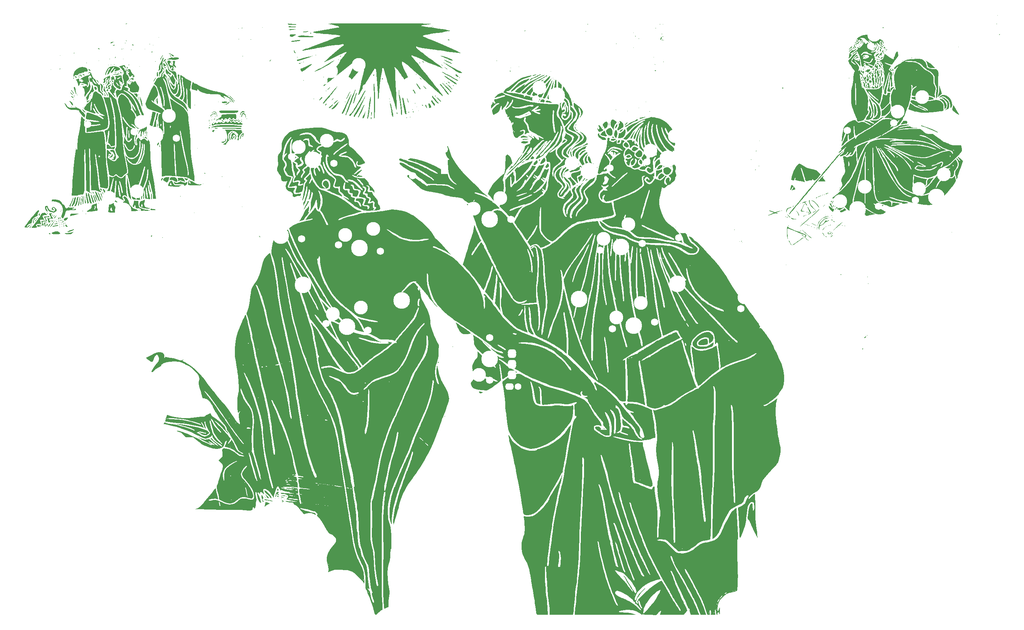
<source format=gbr>
%TF.GenerationSoftware,KiCad,Pcbnew,(7.0.0)*%
%TF.CreationDate,2024-04-21T17:58:07+02:00*%
%TF.ProjectId,clops,636c6f70-732e-46b6-9963-61645f706362,rev?*%
%TF.SameCoordinates,Original*%
%TF.FileFunction,Legend,Top*%
%TF.FilePolarity,Positive*%
%FSLAX46Y46*%
G04 Gerber Fmt 4.6, Leading zero omitted, Abs format (unit mm)*
G04 Created by KiCad (PCBNEW (7.0.0)) date 2024-04-21 17:58:07*
%MOMM*%
%LPD*%
G01*
G04 APERTURE LIST*
%ADD10C,3.987800*%
%ADD11R,1.700000X1.700000*%
%ADD12O,1.700000X1.700000*%
%ADD13O,2.100000X1.600000*%
%ADD14C,1.600000*%
%ADD15C,1.750000*%
%ADD16C,3.300000*%
%ADD17C,0.650000*%
%ADD18O,1.000000X1.600000*%
%ADD19O,1.000000X2.100000*%
G04 APERTURE END LIST*
%TO.C,G\u002A\u002A\u002A*%
G36*
X87380931Y-59478643D02*
G01*
X87369700Y-59474760D01*
X87375250Y-59469547D01*
X87380931Y-59478643D01*
G37*
G36*
X43219485Y-82257112D02*
G01*
X43158133Y-82318465D01*
X43096780Y-82257112D01*
X43158133Y-82195760D01*
X43219485Y-82257112D01*
G37*
G36*
X43833012Y-47531508D02*
G01*
X43771659Y-47592861D01*
X43710307Y-47531508D01*
X43771659Y-47470156D01*
X43833012Y-47531508D01*
G37*
G36*
X44814654Y-83484165D02*
G01*
X44753302Y-83545518D01*
X44691949Y-83484165D01*
X44753302Y-83422813D01*
X44814654Y-83484165D01*
G37*
G36*
X45060065Y-83116049D02*
G01*
X44998712Y-83177402D01*
X44937360Y-83116049D01*
X44998712Y-83054697D01*
X45060065Y-83116049D01*
G37*
G36*
X45919002Y-84588513D02*
G01*
X45857650Y-84649866D01*
X45796297Y-84588513D01*
X45857650Y-84527160D01*
X45919002Y-84588513D01*
G37*
G36*
X45919002Y-85079334D02*
G01*
X45857650Y-85140687D01*
X45796297Y-85079334D01*
X45857650Y-85017982D01*
X45919002Y-85079334D01*
G37*
G36*
X46041708Y-44095760D02*
G01*
X45980355Y-44157112D01*
X45919002Y-44095760D01*
X45980355Y-44034407D01*
X46041708Y-44095760D01*
G37*
G36*
X46164413Y-81398175D02*
G01*
X46103060Y-81459528D01*
X46041708Y-81398175D01*
X46103060Y-81336822D01*
X46164413Y-81398175D01*
G37*
G36*
X48004993Y-55752764D02*
G01*
X47943640Y-55814117D01*
X47882287Y-55752764D01*
X47943640Y-55691412D01*
X48004993Y-55752764D01*
G37*
G36*
X48004993Y-79803006D02*
G01*
X47943640Y-79864359D01*
X47882287Y-79803006D01*
X47943640Y-79741653D01*
X48004993Y-79803006D01*
G37*
G36*
X48127698Y-82011702D02*
G01*
X48066345Y-82073054D01*
X48004993Y-82011702D01*
X48066345Y-81950349D01*
X48127698Y-82011702D01*
G37*
G36*
X49477456Y-53666774D02*
G01*
X49416104Y-53728127D01*
X49354751Y-53666774D01*
X49416104Y-53605421D01*
X49477456Y-53666774D01*
G37*
G36*
X49477456Y-55384648D02*
G01*
X49416104Y-55446001D01*
X49354751Y-55384648D01*
X49416104Y-55323296D01*
X49477456Y-55384648D01*
G37*
G36*
X50704509Y-50108320D02*
G01*
X50643157Y-50169673D01*
X50581804Y-50108320D01*
X50643157Y-50046967D01*
X50704509Y-50108320D01*
G37*
G36*
X50949920Y-51580784D02*
G01*
X50888567Y-51642136D01*
X50827215Y-51580784D01*
X50888567Y-51519431D01*
X50949920Y-51580784D01*
G37*
G36*
X51440741Y-81275470D02*
G01*
X51379389Y-81336822D01*
X51318036Y-81275470D01*
X51379389Y-81214117D01*
X51440741Y-81275470D01*
G37*
G36*
X51931563Y-41150832D02*
G01*
X51870210Y-41212185D01*
X51808857Y-41150832D01*
X51870210Y-41089479D01*
X51931563Y-41150832D01*
G37*
G36*
X52176973Y-48390446D02*
G01*
X52115621Y-48451798D01*
X52054268Y-48390446D01*
X52115621Y-48329093D01*
X52176973Y-48390446D01*
G37*
G36*
X54876490Y-41028127D02*
G01*
X54815138Y-41089479D01*
X54753785Y-41028127D01*
X54815138Y-40966774D01*
X54876490Y-41028127D01*
G37*
G36*
X55244606Y-79434890D02*
G01*
X55183253Y-79496243D01*
X55121901Y-79434890D01*
X55183253Y-79373537D01*
X55244606Y-79434890D01*
G37*
G36*
X56594365Y-49249383D02*
G01*
X56533012Y-49310735D01*
X56471659Y-49249383D01*
X56533012Y-49188030D01*
X56594365Y-49249383D01*
G37*
G36*
X56839775Y-40169189D02*
G01*
X56778423Y-40230542D01*
X56717070Y-40169189D01*
X56778423Y-40107837D01*
X56839775Y-40169189D01*
G37*
G36*
X57576007Y-46427160D02*
G01*
X57514654Y-46488513D01*
X57453302Y-46427160D01*
X57514654Y-46365808D01*
X57576007Y-46427160D01*
G37*
G36*
X57852913Y-57454217D02*
G01*
X57791560Y-57515570D01*
X57730208Y-57454217D01*
X57791560Y-57392865D01*
X57852913Y-57454217D01*
G37*
G36*
X58189534Y-46427160D02*
G01*
X58128181Y-46488513D01*
X58066828Y-46427160D01*
X58128181Y-46365808D01*
X58189534Y-46427160D01*
G37*
G36*
X58803060Y-40905421D02*
G01*
X58741708Y-40966774D01*
X58680355Y-40905421D01*
X58741708Y-40844069D01*
X58803060Y-40905421D01*
G37*
G36*
X58803060Y-48390446D02*
G01*
X58741708Y-48451798D01*
X58680355Y-48390446D01*
X58741708Y-48329093D01*
X58803060Y-48390446D01*
G37*
G36*
X59293881Y-48513151D02*
G01*
X59232529Y-48574503D01*
X59171176Y-48513151D01*
X59232529Y-48451798D01*
X59293881Y-48513151D01*
G37*
G36*
X59661997Y-68391412D02*
G01*
X59600645Y-68452764D01*
X59539292Y-68391412D01*
X59600645Y-68330059D01*
X59661997Y-68391412D01*
G37*
G36*
X60030113Y-43482233D02*
G01*
X59968761Y-43543586D01*
X59907408Y-43482233D01*
X59968761Y-43420880D01*
X60030113Y-43482233D01*
G37*
G36*
X60275524Y-47899624D02*
G01*
X60214171Y-47960977D01*
X60152819Y-47899624D01*
X60214171Y-47838272D01*
X60275524Y-47899624D01*
G37*
G36*
X61134461Y-42500590D02*
G01*
X61073109Y-42561943D01*
X61011756Y-42500590D01*
X61073109Y-42439238D01*
X61134461Y-42500590D01*
G37*
G36*
X61134461Y-44954697D02*
G01*
X61073109Y-45016049D01*
X61011756Y-44954697D01*
X61073109Y-44893344D01*
X61134461Y-44954697D01*
G37*
G36*
X61257167Y-63360494D02*
G01*
X61195814Y-63421846D01*
X61134461Y-63360494D01*
X61195814Y-63299141D01*
X61257167Y-63360494D01*
G37*
G36*
X61419761Y-36784753D02*
G01*
X61358409Y-36846105D01*
X61297056Y-36784753D01*
X61358409Y-36723400D01*
X61419761Y-36784753D01*
G37*
G36*
X62116104Y-50599141D02*
G01*
X62054751Y-50660494D01*
X61993398Y-50599141D01*
X62054751Y-50537788D01*
X62116104Y-50599141D01*
G37*
G36*
X63465862Y-50231025D02*
G01*
X63404509Y-50292378D01*
X63343157Y-50231025D01*
X63404509Y-50169673D01*
X63465862Y-50231025D01*
G37*
G36*
X64324799Y-62501557D02*
G01*
X64263447Y-62562909D01*
X64202094Y-62501557D01*
X64263447Y-62440204D01*
X64324799Y-62501557D01*
G37*
G36*
X64324799Y-69986581D02*
G01*
X64263447Y-70047933D01*
X64202094Y-69986581D01*
X64263447Y-69925228D01*
X64324799Y-69986581D01*
G37*
G36*
X64815621Y-53544069D02*
G01*
X64754268Y-53605421D01*
X64692915Y-53544069D01*
X64754268Y-53482716D01*
X64815621Y-53544069D01*
G37*
G36*
X66288084Y-42623296D02*
G01*
X66226732Y-42684648D01*
X66165379Y-42623296D01*
X66226732Y-42561943D01*
X66288084Y-42623296D01*
G37*
G36*
X67760548Y-63237788D02*
G01*
X67699195Y-63299141D01*
X67637843Y-63237788D01*
X67699195Y-63176436D01*
X67760548Y-63237788D01*
G37*
G36*
X68251369Y-41641653D02*
G01*
X68190017Y-41703006D01*
X68128664Y-41641653D01*
X68190017Y-41580301D01*
X68251369Y-41641653D01*
G37*
G36*
X68251369Y-50599141D02*
G01*
X68190017Y-50660494D01*
X68128664Y-50599141D01*
X68190017Y-50537788D01*
X68251369Y-50599141D01*
G37*
G36*
X69601128Y-39801074D02*
G01*
X69539775Y-39862426D01*
X69478423Y-39801074D01*
X69539775Y-39739721D01*
X69601128Y-39801074D01*
G37*
G36*
X70091949Y-86919914D02*
G01*
X70030596Y-86981267D01*
X69969244Y-86919914D01*
X70030596Y-86858561D01*
X70091949Y-86919914D01*
G37*
G36*
X70214654Y-87165325D02*
G01*
X70153302Y-87226677D01*
X70091949Y-87165325D01*
X70153302Y-87103972D01*
X70214654Y-87165325D01*
G37*
G36*
X70460065Y-87656146D02*
G01*
X70398712Y-87717499D01*
X70337360Y-87656146D01*
X70398712Y-87594793D01*
X70460065Y-87656146D01*
G37*
G36*
X72177939Y-54157595D02*
G01*
X72116587Y-54218948D01*
X72055234Y-54157595D01*
X72116587Y-54096243D01*
X72177939Y-54157595D01*
G37*
G36*
X75368278Y-75140204D02*
G01*
X75306925Y-75201557D01*
X75245572Y-75140204D01*
X75306925Y-75078851D01*
X75368278Y-75140204D01*
G37*
G36*
X78190500Y-55998175D02*
G01*
X78129147Y-56059528D01*
X78067795Y-55998175D01*
X78129147Y-55936822D01*
X78190500Y-55998175D01*
G37*
G36*
X78804026Y-66305421D02*
G01*
X78742674Y-66366774D01*
X78681321Y-66305421D01*
X78742674Y-66244069D01*
X78804026Y-66305421D01*
G37*
G36*
X79908374Y-82011702D02*
G01*
X79847022Y-82073054D01*
X79785669Y-82011702D01*
X79847022Y-81950349D01*
X79908374Y-82011702D01*
G37*
G36*
X80153785Y-74772088D02*
G01*
X80092432Y-74833441D01*
X80031080Y-74772088D01*
X80092432Y-74710735D01*
X80153785Y-74772088D01*
G37*
G36*
X81748954Y-60292861D02*
G01*
X81687601Y-60354214D01*
X81626249Y-60292861D01*
X81687601Y-60231508D01*
X81748954Y-60292861D01*
G37*
G36*
X82117070Y-61642619D02*
G01*
X82055717Y-61703972D01*
X81994365Y-61642619D01*
X82055717Y-61581267D01*
X82117070Y-61642619D01*
G37*
G36*
X82239775Y-59556629D02*
G01*
X82178423Y-59617982D01*
X82117070Y-59556629D01*
X82178423Y-59495276D01*
X82239775Y-59556629D01*
G37*
G36*
X82362481Y-58574987D02*
G01*
X82301128Y-58636339D01*
X82239775Y-58574987D01*
X82301128Y-58513634D01*
X82362481Y-58574987D01*
G37*
G36*
X83221418Y-63237788D02*
G01*
X83160065Y-63299141D01*
X83098712Y-63237788D01*
X83160065Y-63176436D01*
X83221418Y-63237788D01*
G37*
G36*
X84693881Y-73054214D02*
G01*
X84632529Y-73115566D01*
X84571176Y-73054214D01*
X84632529Y-72992861D01*
X84693881Y-73054214D01*
G37*
G36*
X85552819Y-59433924D02*
G01*
X85491466Y-59495276D01*
X85430113Y-59433924D01*
X85491466Y-59372571D01*
X85552819Y-59433924D01*
G37*
G36*
X85675524Y-54525711D02*
G01*
X85614171Y-54587064D01*
X85552819Y-54525711D01*
X85614171Y-54464359D01*
X85675524Y-54525711D01*
G37*
G36*
X86411756Y-74649383D02*
G01*
X86350403Y-74710735D01*
X86289051Y-74649383D01*
X86350403Y-74588030D01*
X86411756Y-74649383D01*
G37*
G36*
X86411756Y-75508320D02*
G01*
X86350403Y-75569673D01*
X86289051Y-75508320D01*
X86350403Y-75446967D01*
X86411756Y-75508320D01*
G37*
G36*
X88406536Y-36962430D02*
G01*
X88345183Y-37023783D01*
X88283831Y-36962430D01*
X88345183Y-36901077D01*
X88406536Y-36962430D01*
G37*
G36*
X88651947Y-37698662D02*
G01*
X88590594Y-37760015D01*
X88529241Y-37698662D01*
X88590594Y-37637309D01*
X88651947Y-37698662D01*
G37*
G36*
X88660341Y-40220502D02*
G01*
X88598988Y-40281854D01*
X88537636Y-40220502D01*
X88598988Y-40159149D01*
X88660341Y-40220502D01*
G37*
G36*
X88988567Y-59311218D02*
G01*
X88927215Y-59372571D01*
X88865862Y-59311218D01*
X88927215Y-59249866D01*
X88988567Y-59311218D01*
G37*
G36*
X89356683Y-59556629D02*
G01*
X89295331Y-59617982D01*
X89233978Y-59556629D01*
X89295331Y-59495276D01*
X89356683Y-59556629D01*
G37*
G36*
X89479389Y-80293827D02*
G01*
X89418036Y-80355180D01*
X89356683Y-80293827D01*
X89418036Y-80232474D01*
X89479389Y-80293827D01*
G37*
G36*
X91850679Y-45374125D02*
G01*
X91789327Y-45435477D01*
X91727974Y-45374125D01*
X91789327Y-45312772D01*
X91850679Y-45374125D01*
G37*
G36*
X93160548Y-86797209D02*
G01*
X93099195Y-86858561D01*
X93037843Y-86797209D01*
X93099195Y-86735856D01*
X93160548Y-86797209D01*
G37*
G36*
X94304786Y-37398279D02*
G01*
X94243433Y-37459632D01*
X94182080Y-37398279D01*
X94243433Y-37336927D01*
X94304786Y-37398279D01*
G37*
G36*
X94795607Y-149305526D02*
G01*
X94734254Y-149366878D01*
X94672902Y-149305526D01*
X94734254Y-149244173D01*
X94795607Y-149305526D01*
G37*
G36*
X94918312Y-149550936D02*
G01*
X94856959Y-149612289D01*
X94795607Y-149550936D01*
X94856959Y-149489584D01*
X94918312Y-149550936D01*
G37*
G36*
X95041017Y-149796347D02*
G01*
X94979665Y-149857700D01*
X94918312Y-149796347D01*
X94979665Y-149734994D01*
X95041017Y-149796347D01*
G37*
G36*
X95163723Y-46233062D02*
G01*
X95102370Y-46294415D01*
X95041017Y-46233062D01*
X95102370Y-46171709D01*
X95163723Y-46233062D01*
G37*
G36*
X96881597Y-150164463D02*
G01*
X96820245Y-150225816D01*
X96758892Y-150164463D01*
X96820245Y-150103110D01*
X96881597Y-150164463D01*
G37*
G36*
X98844882Y-150041758D02*
G01*
X98783530Y-150103110D01*
X98722177Y-150041758D01*
X98783530Y-149980405D01*
X98844882Y-150041758D01*
G37*
G36*
X100685462Y-147342241D02*
G01*
X100624109Y-147403593D01*
X100562757Y-147342241D01*
X100624109Y-147280888D01*
X100685462Y-147342241D01*
G37*
G36*
X102648747Y-44515188D02*
G01*
X102587394Y-44576540D01*
X102526042Y-44515188D01*
X102587394Y-44453835D01*
X102648747Y-44515188D01*
G37*
G36*
X103507684Y-78013738D02*
G01*
X103446331Y-78075091D01*
X103384979Y-78013738D01*
X103446331Y-77952386D01*
X103507684Y-78013738D01*
G37*
G36*
X104857443Y-49668811D02*
G01*
X104796090Y-49730163D01*
X104734737Y-49668811D01*
X104796090Y-49607458D01*
X104857443Y-49668811D01*
G37*
G36*
X107066138Y-44024366D02*
G01*
X107004786Y-44085719D01*
X106943433Y-44024366D01*
X107004786Y-43963014D01*
X107066138Y-44024366D01*
G37*
G36*
X108906718Y-49300695D02*
G01*
X108845365Y-49362047D01*
X108784013Y-49300695D01*
X108845365Y-49239342D01*
X108906718Y-49300695D01*
G37*
G36*
X109520245Y-52613738D02*
G01*
X109458892Y-52675091D01*
X109397539Y-52613738D01*
X109458892Y-52552386D01*
X109520245Y-52613738D01*
G37*
G36*
X112465172Y-45128714D02*
G01*
X112403819Y-45190067D01*
X112342467Y-45128714D01*
X112403819Y-45067361D01*
X112465172Y-45128714D01*
G37*
G36*
X114060341Y-55190550D02*
G01*
X113998988Y-55251903D01*
X113937636Y-55190550D01*
X113998988Y-55129197D01*
X114060341Y-55190550D01*
G37*
G36*
X124735703Y-55190550D02*
G01*
X124674351Y-55251903D01*
X124612998Y-55190550D01*
X124674351Y-55129197D01*
X124735703Y-55190550D01*
G37*
G36*
X130748264Y-55558666D02*
G01*
X130686911Y-55620018D01*
X130625559Y-55558666D01*
X130686911Y-55497313D01*
X130748264Y-55558666D01*
G37*
G36*
X130993674Y-48687168D02*
G01*
X130932322Y-48748521D01*
X130870969Y-48687168D01*
X130932322Y-48625816D01*
X130993674Y-48687168D01*
G37*
G36*
X131116380Y-56417603D02*
G01*
X131055027Y-56478956D01*
X130993674Y-56417603D01*
X131055027Y-56356250D01*
X131116380Y-56417603D01*
G37*
G36*
X135288360Y-107831130D02*
G01*
X135227008Y-107892482D01*
X135165655Y-107831130D01*
X135227008Y-107769777D01*
X135288360Y-107831130D01*
G37*
G36*
X135411066Y-48073642D02*
G01*
X135349713Y-48134994D01*
X135288360Y-48073642D01*
X135349713Y-48012289D01*
X135411066Y-48073642D01*
G37*
G36*
X136024592Y-107831130D02*
G01*
X135963240Y-107892482D01*
X135901887Y-107831130D01*
X135963240Y-107769777D01*
X136024592Y-107831130D01*
G37*
G36*
X137742467Y-50405043D02*
G01*
X137681114Y-50466395D01*
X137619761Y-50405043D01*
X137681114Y-50343690D01*
X137742467Y-50405043D01*
G37*
G36*
X137987877Y-129918086D02*
G01*
X137926525Y-129979439D01*
X137865172Y-129918086D01*
X137926525Y-129856733D01*
X137987877Y-129918086D01*
G37*
G36*
X139337636Y-51018569D02*
G01*
X139276283Y-51079922D01*
X139214931Y-51018569D01*
X139276283Y-50957217D01*
X139337636Y-51018569D01*
G37*
G36*
X149890293Y-45006009D02*
G01*
X149828940Y-45067361D01*
X149767588Y-45006009D01*
X149828940Y-44944656D01*
X149890293Y-45006009D01*
G37*
G36*
X153080631Y-47705526D02*
G01*
X153019278Y-47766878D01*
X152957926Y-47705526D01*
X153019278Y-47644173D01*
X153080631Y-47705526D01*
G37*
G36*
X153571452Y-47091999D02*
G01*
X153510100Y-47153352D01*
X153448747Y-47091999D01*
X153510100Y-47030647D01*
X153571452Y-47091999D01*
G37*
G36*
X153694158Y-46355767D02*
G01*
X153632805Y-46417120D01*
X153571452Y-46355767D01*
X153632805Y-46294415D01*
X153694158Y-46355767D01*
G37*
G36*
X153939568Y-60466878D02*
G01*
X153878216Y-60528231D01*
X153816863Y-60466878D01*
X153878216Y-60405526D01*
X153939568Y-60466878D01*
G37*
G36*
X154307684Y-36539342D02*
G01*
X154246331Y-36600695D01*
X154184979Y-36539342D01*
X154246331Y-36477990D01*
X154307684Y-36539342D01*
G37*
G36*
X155166621Y-37889101D02*
G01*
X155105269Y-37950453D01*
X155043916Y-37889101D01*
X155105269Y-37827748D01*
X155166621Y-37889101D01*
G37*
G36*
X155534737Y-46846589D02*
G01*
X155473385Y-46907941D01*
X155412032Y-46846589D01*
X155473385Y-46785236D01*
X155534737Y-46846589D01*
G37*
G36*
X157866138Y-58012772D02*
G01*
X157804786Y-58074125D01*
X157743433Y-58012772D01*
X157804786Y-57951419D01*
X157866138Y-58012772D01*
G37*
G36*
X162283530Y-73596347D02*
G01*
X162222177Y-73657700D01*
X162160824Y-73596347D01*
X162222177Y-73534994D01*
X162283530Y-73596347D01*
G37*
G36*
X163142467Y-47950936D02*
G01*
X163081114Y-48012289D01*
X163019761Y-47950936D01*
X163081114Y-47889584D01*
X163142467Y-47950936D01*
G37*
G36*
X163633288Y-49546105D02*
G01*
X163571935Y-49607458D01*
X163510583Y-49546105D01*
X163571935Y-49484753D01*
X163633288Y-49546105D01*
G37*
G36*
X166087394Y-63289101D02*
G01*
X166026042Y-63350453D01*
X165964689Y-63289101D01*
X166026042Y-63227748D01*
X166087394Y-63289101D01*
G37*
G36*
X166087394Y-70774125D02*
G01*
X166026042Y-70835477D01*
X165964689Y-70774125D01*
X166026042Y-70712772D01*
X166087394Y-70774125D01*
G37*
G36*
X168418795Y-55067845D02*
G01*
X168357443Y-55129197D01*
X168296090Y-55067845D01*
X168357443Y-55006492D01*
X168418795Y-55067845D01*
G37*
G36*
X171486428Y-38379922D02*
G01*
X171425075Y-38441275D01*
X171363723Y-38379922D01*
X171425075Y-38318569D01*
X171486428Y-38379922D01*
G37*
G36*
X174185945Y-70896830D02*
G01*
X174124592Y-70958183D01*
X174063240Y-70896830D01*
X174124592Y-70835477D01*
X174185945Y-70896830D01*
G37*
G36*
X180689327Y-48687168D02*
G01*
X180627974Y-48748521D01*
X180566621Y-48687168D01*
X180627974Y-48625816D01*
X180689327Y-48687168D01*
G37*
G36*
X181425559Y-57399246D02*
G01*
X181364206Y-57460598D01*
X181302853Y-57399246D01*
X181364206Y-57337893D01*
X181425559Y-57399246D01*
G37*
G36*
X182039085Y-42551903D02*
G01*
X181977732Y-42613255D01*
X181916380Y-42551903D01*
X181977732Y-42490550D01*
X182039085Y-42551903D01*
G37*
G36*
X183879665Y-39238859D02*
G01*
X183818312Y-39300212D01*
X183756959Y-39238859D01*
X183818312Y-39177506D01*
X183879665Y-39238859D01*
G37*
G36*
X184125075Y-56663014D02*
G01*
X184063723Y-56724366D01*
X184002370Y-56663014D01*
X184063723Y-56601661D01*
X184125075Y-56663014D01*
G37*
G36*
X185842950Y-55190550D02*
G01*
X185781597Y-55251903D01*
X185720245Y-55190550D01*
X185781597Y-55129197D01*
X185842950Y-55190550D01*
G37*
G36*
X186211066Y-68933545D02*
G01*
X186149713Y-68994898D01*
X186088360Y-68933545D01*
X186149713Y-68872192D01*
X186211066Y-68933545D01*
G37*
G36*
X186701887Y-57521951D02*
G01*
X186640534Y-57583304D01*
X186579182Y-57521951D01*
X186640534Y-57460598D01*
X186701887Y-57521951D01*
G37*
G36*
X187683530Y-44515188D02*
G01*
X187622177Y-44576540D01*
X187560824Y-44515188D01*
X187622177Y-44453835D01*
X187683530Y-44515188D01*
G37*
G36*
X188051645Y-71387651D02*
G01*
X187990293Y-71449004D01*
X187928940Y-71387651D01*
X187990293Y-71326299D01*
X188051645Y-71387651D01*
G37*
G36*
X189155993Y-36662047D02*
G01*
X189094641Y-36723400D01*
X189033288Y-36662047D01*
X189094641Y-36600695D01*
X189155993Y-36662047D01*
G37*
G36*
X189892225Y-36662047D02*
G01*
X189830873Y-36723400D01*
X189769520Y-36662047D01*
X189830873Y-36600695D01*
X189892225Y-36662047D01*
G37*
G36*
X190014931Y-40465912D02*
G01*
X189953578Y-40527265D01*
X189892225Y-40465912D01*
X189953578Y-40404560D01*
X190014931Y-40465912D01*
G37*
G36*
X190014931Y-45619535D02*
G01*
X189953578Y-45680888D01*
X189892225Y-45619535D01*
X189953578Y-45558183D01*
X190014931Y-45619535D01*
G37*
G36*
X194923143Y-89179922D02*
G01*
X194861790Y-89241275D01*
X194800438Y-89179922D01*
X194861790Y-89118569D01*
X194923143Y-89179922D01*
G37*
G36*
X206948264Y-85744173D02*
G01*
X206886911Y-85805526D01*
X206825559Y-85744173D01*
X206886911Y-85682820D01*
X206948264Y-85744173D01*
G37*
G36*
X208175317Y-88566395D02*
G01*
X208113964Y-88627748D01*
X208052612Y-88566395D01*
X208113964Y-88505043D01*
X208175317Y-88566395D01*
G37*
G36*
X208788844Y-88811806D02*
G01*
X208727491Y-88873159D01*
X208666138Y-88811806D01*
X208727491Y-88750453D01*
X208788844Y-88811806D01*
G37*
G36*
X211452548Y-51006402D02*
G01*
X211391195Y-51067755D01*
X211329843Y-51006402D01*
X211391195Y-50945049D01*
X211452548Y-51006402D01*
G37*
G36*
X212802306Y-70516547D02*
G01*
X212740954Y-70577900D01*
X212679601Y-70516547D01*
X212740954Y-70455194D01*
X212802306Y-70516547D01*
G37*
G36*
X212925012Y-64503987D02*
G01*
X212863659Y-64565339D01*
X212802306Y-64503987D01*
X212863659Y-64442634D01*
X212925012Y-64503987D01*
G37*
G36*
X213557337Y-80593844D02*
G01*
X213495984Y-80655197D01*
X213434631Y-80593844D01*
X213495984Y-80532491D01*
X213557337Y-80593844D01*
G37*
G36*
X218220139Y-81207371D02*
G01*
X218158786Y-81268723D01*
X218097433Y-81207371D01*
X218158786Y-81146018D01*
X218220139Y-81207371D01*
G37*
G36*
X218833665Y-82557129D02*
G01*
X218772312Y-82618482D01*
X218710960Y-82557129D01*
X218772312Y-82495776D01*
X218833665Y-82557129D01*
G37*
G36*
X219260310Y-94172453D02*
G01*
X219198957Y-94233806D01*
X219137605Y-94172453D01*
X219198957Y-94111100D01*
X219260310Y-94172453D01*
G37*
G36*
X219815308Y-84765825D02*
G01*
X219753955Y-84827177D01*
X219692602Y-84765825D01*
X219753955Y-84704472D01*
X219815308Y-84765825D01*
G37*
G36*
X222514825Y-82925245D02*
G01*
X222453472Y-82986598D01*
X222392119Y-82925245D01*
X222453472Y-82863892D01*
X222514825Y-82925245D01*
G37*
G36*
X222760235Y-79489496D02*
G01*
X222698883Y-79550849D01*
X222637530Y-79489496D01*
X222698883Y-79428144D01*
X222760235Y-79489496D01*
G37*
G36*
X222760235Y-82802540D02*
G01*
X222698883Y-82863892D01*
X222637530Y-82802540D01*
X222698883Y-82741187D01*
X222760235Y-82802540D01*
G37*
G36*
X223005646Y-84152298D02*
G01*
X222944293Y-84213651D01*
X222882940Y-84152298D01*
X222944293Y-84090946D01*
X223005646Y-84152298D01*
G37*
G36*
X223741878Y-84397709D02*
G01*
X223680525Y-84459061D01*
X223619172Y-84397709D01*
X223680525Y-84336356D01*
X223741878Y-84397709D01*
G37*
G36*
X223987288Y-82311718D02*
G01*
X223925936Y-82373071D01*
X223864583Y-82311718D01*
X223925936Y-82250366D01*
X223987288Y-82311718D01*
G37*
G36*
X224478110Y-78875970D02*
G01*
X224416757Y-78937322D01*
X224355404Y-78875970D01*
X224416757Y-78814617D01*
X224478110Y-78875970D01*
G37*
G36*
X224723520Y-84765825D02*
G01*
X224662168Y-84827177D01*
X224600815Y-84765825D01*
X224662168Y-84704472D01*
X224723520Y-84765825D01*
G37*
G36*
X224968931Y-84888530D02*
G01*
X224907578Y-84949883D01*
X224846226Y-84888530D01*
X224907578Y-84827177D01*
X224968931Y-84888530D01*
G37*
G36*
X225337047Y-85011235D02*
G01*
X225275694Y-85072588D01*
X225214341Y-85011235D01*
X225275694Y-84949883D01*
X225337047Y-85011235D01*
G37*
G36*
X225705163Y-85133941D02*
G01*
X225643810Y-85195293D01*
X225582457Y-85133941D01*
X225643810Y-85072588D01*
X225705163Y-85133941D01*
G37*
G36*
X227791153Y-80471139D02*
G01*
X227729800Y-80532491D01*
X227668448Y-80471139D01*
X227729800Y-80409786D01*
X227791153Y-80471139D01*
G37*
G36*
X228650090Y-82311718D02*
G01*
X228588738Y-82373071D01*
X228527385Y-82311718D01*
X228588738Y-82250366D01*
X228650090Y-82311718D01*
G37*
G36*
X230367965Y-78630559D02*
G01*
X230306612Y-78691912D01*
X230245259Y-78630559D01*
X230306612Y-78569206D01*
X230367965Y-78630559D01*
G37*
G36*
X230367965Y-82802540D02*
G01*
X230306612Y-82863892D01*
X230245259Y-82802540D01*
X230306612Y-82741187D01*
X230367965Y-82802540D01*
G37*
G36*
X230490670Y-82434424D02*
G01*
X230429317Y-82495776D01*
X230367965Y-82434424D01*
X230429317Y-82373071D01*
X230490670Y-82434424D01*
G37*
G36*
X230613375Y-80593844D02*
G01*
X230552023Y-80655197D01*
X230490670Y-80593844D01*
X230552023Y-80532491D01*
X230613375Y-80593844D01*
G37*
G36*
X231226902Y-73967757D02*
G01*
X231165549Y-74029110D01*
X231104197Y-73967757D01*
X231165549Y-73906404D01*
X231226902Y-73967757D01*
G37*
G36*
X231472312Y-84643119D02*
G01*
X231410960Y-84704472D01*
X231349607Y-84643119D01*
X231410960Y-84581767D01*
X231472312Y-84643119D01*
G37*
G36*
X232085839Y-75808337D02*
G01*
X232024486Y-75869690D01*
X231963134Y-75808337D01*
X232024486Y-75746984D01*
X232085839Y-75808337D01*
G37*
G36*
X232699366Y-84765825D02*
G01*
X232638013Y-84827177D01*
X232576660Y-84765825D01*
X232638013Y-84704472D01*
X232699366Y-84765825D01*
G37*
G36*
X234294535Y-49549400D02*
G01*
X234233182Y-49610752D01*
X234171829Y-49549400D01*
X234233182Y-49488047D01*
X234294535Y-49549400D01*
G37*
G36*
X236135114Y-45009303D02*
G01*
X236073762Y-45070656D01*
X236012409Y-45009303D01*
X236073762Y-44947950D01*
X236135114Y-45009303D01*
G37*
G36*
X237116757Y-46972588D02*
G01*
X237055404Y-47033941D01*
X236994052Y-46972588D01*
X237055404Y-46911235D01*
X237116757Y-46972588D01*
G37*
G36*
X237362168Y-50653747D02*
G01*
X237300815Y-50715100D01*
X237239462Y-50653747D01*
X237300815Y-50592395D01*
X237362168Y-50653747D01*
G37*
G36*
X237607578Y-51635390D02*
G01*
X237546226Y-51696743D01*
X237484873Y-51635390D01*
X237546226Y-51574037D01*
X237607578Y-51635390D01*
G37*
G36*
X238098399Y-47095293D02*
G01*
X238037047Y-47156646D01*
X237975694Y-47095293D01*
X238037047Y-47033941D01*
X238098399Y-47095293D01*
G37*
G36*
X238098399Y-47463409D02*
G01*
X238037047Y-47524762D01*
X237975694Y-47463409D01*
X238037047Y-47402057D01*
X238098399Y-47463409D01*
G37*
G36*
X238098399Y-48813168D02*
G01*
X238037047Y-48874520D01*
X237975694Y-48813168D01*
X238037047Y-48751815D01*
X238098399Y-48813168D01*
G37*
G36*
X238221105Y-48322347D02*
G01*
X238159752Y-48383699D01*
X238098399Y-48322347D01*
X238159752Y-48260994D01*
X238221105Y-48322347D01*
G37*
G36*
X238248406Y-94707076D02*
G01*
X238187053Y-94768428D01*
X238125701Y-94707076D01*
X238187053Y-94645723D01*
X238248406Y-94707076D01*
G37*
G36*
X238343810Y-46849883D02*
G01*
X238282457Y-46911235D01*
X238221105Y-46849883D01*
X238282457Y-46788530D01*
X238343810Y-46849883D01*
G37*
G36*
X238343810Y-48690462D02*
G01*
X238282457Y-48751815D01*
X238221105Y-48690462D01*
X238282457Y-48629110D01*
X238343810Y-48690462D01*
G37*
G36*
X238466515Y-47217999D02*
G01*
X238405163Y-47279351D01*
X238343810Y-47217999D01*
X238405163Y-47156646D01*
X238466515Y-47217999D01*
G37*
G36*
X238589221Y-44518482D02*
G01*
X238527868Y-44579834D01*
X238466515Y-44518482D01*
X238527868Y-44457129D01*
X238589221Y-44518482D01*
G37*
G36*
X238616522Y-98265530D02*
G01*
X238555169Y-98326882D01*
X238493817Y-98265530D01*
X238555169Y-98204177D01*
X238616522Y-98265530D01*
G37*
G36*
X238616522Y-111026882D02*
G01*
X238555169Y-111088235D01*
X238493817Y-111026882D01*
X238555169Y-110965530D01*
X238616522Y-111026882D01*
G37*
G36*
X238861933Y-98633646D02*
G01*
X238800580Y-98694998D01*
X238739227Y-98633646D01*
X238800580Y-98572293D01*
X238861933Y-98633646D01*
G37*
G36*
X239202747Y-64642153D02*
G01*
X239141395Y-64703506D01*
X239080042Y-64642153D01*
X239141395Y-64580801D01*
X239202747Y-64642153D01*
G37*
G36*
X241411443Y-42800607D02*
G01*
X241350090Y-42861960D01*
X241288738Y-42800607D01*
X241350090Y-42739255D01*
X241411443Y-42800607D01*
G37*
G36*
X247178593Y-45377419D02*
G01*
X247117240Y-45438772D01*
X247055887Y-45377419D01*
X247117240Y-45316066D01*
X247178593Y-45377419D01*
G37*
G36*
X249387288Y-60592878D02*
G01*
X249325936Y-60654231D01*
X249264583Y-60592878D01*
X249325936Y-60531525D01*
X249387288Y-60592878D01*
G37*
G36*
X250246226Y-60838289D02*
G01*
X250184873Y-60899641D01*
X250123520Y-60838289D01*
X250184873Y-60776936D01*
X250246226Y-60838289D01*
G37*
G36*
X258835597Y-86360994D02*
G01*
X258774245Y-86422347D01*
X258712892Y-86360994D01*
X258774245Y-86299641D01*
X258835597Y-86360994D01*
G37*
G36*
X260430767Y-42064375D02*
G01*
X260369414Y-42125728D01*
X260308061Y-42064375D01*
X260369414Y-42003023D01*
X260430767Y-42064375D01*
G37*
G36*
X262025936Y-41205438D02*
G01*
X261964583Y-41266791D01*
X261903230Y-41205438D01*
X261964583Y-41144086D01*
X262025936Y-41205438D01*
G37*
G36*
X269511039Y-36607282D02*
G01*
X269449686Y-36668635D01*
X269388334Y-36607282D01*
X269449686Y-36545930D01*
X269511039Y-36607282D01*
G37*
G36*
X269756450Y-34521292D02*
G01*
X269695097Y-34582645D01*
X269633744Y-34521292D01*
X269695097Y-34459939D01*
X269756450Y-34521292D01*
G37*
G36*
X45264574Y-83218304D02*
G01*
X45279259Y-83363926D01*
X45264574Y-83381911D01*
X45191626Y-83365067D01*
X45182770Y-83300107D01*
X45227666Y-83199107D01*
X45264574Y-83218304D01*
G37*
G36*
X45755395Y-84077241D02*
G01*
X45770081Y-84222863D01*
X45755395Y-84240848D01*
X45682447Y-84224004D01*
X45673592Y-84159045D01*
X45718488Y-84058044D01*
X45755395Y-84077241D01*
G37*
G36*
X46246216Y-81009608D02*
G01*
X46260902Y-81155231D01*
X46246216Y-81173215D01*
X46173268Y-81156371D01*
X46164413Y-81091412D01*
X46209309Y-80990411D01*
X46246216Y-81009608D01*
G37*
G36*
X46246216Y-83954536D02*
G01*
X46260902Y-84100158D01*
X46246216Y-84118143D01*
X46173268Y-84101299D01*
X46164413Y-84036339D01*
X46209309Y-83935339D01*
X46246216Y-83954536D01*
G37*
G36*
X46368922Y-84445357D02*
G01*
X46352078Y-84518305D01*
X46287118Y-84527160D01*
X46186118Y-84482265D01*
X46205315Y-84445357D01*
X46350937Y-84430672D01*
X46368922Y-84445357D01*
G37*
G36*
X46491627Y-84936178D02*
G01*
X46474783Y-85009126D01*
X46409824Y-85017982D01*
X46308823Y-84973086D01*
X46328020Y-84936178D01*
X46473642Y-84921493D01*
X46491627Y-84936178D01*
G37*
G36*
X46614332Y-83463714D02*
G01*
X46597489Y-83536663D01*
X46532529Y-83545518D01*
X46431528Y-83500622D01*
X46450725Y-83463714D01*
X46596348Y-83449029D01*
X46614332Y-83463714D01*
G37*
G36*
X47227859Y-84199946D02*
G01*
X47211015Y-84272894D01*
X47146055Y-84281750D01*
X47045055Y-84236854D01*
X47064252Y-84199946D01*
X47209874Y-84185261D01*
X47227859Y-84199946D01*
G37*
G36*
X49681965Y-54382555D02*
G01*
X49665121Y-54455503D01*
X49600162Y-54464359D01*
X49499161Y-54419463D01*
X49518358Y-54382555D01*
X49663981Y-54367870D01*
X49681965Y-54382555D01*
G37*
G36*
X50050081Y-53523618D02*
G01*
X50064767Y-53669240D01*
X50050081Y-53687225D01*
X49977133Y-53670381D01*
X49968278Y-53605421D01*
X50013174Y-53504421D01*
X50050081Y-53523618D01*
G37*
G36*
X52266446Y-81998920D02*
G01*
X52229850Y-82054691D01*
X52105395Y-82063367D01*
X51974464Y-82033400D01*
X52031261Y-81989232D01*
X52223034Y-81974604D01*
X52266446Y-81998920D01*
G37*
G36*
X52381482Y-45915888D02*
G01*
X52364638Y-45988836D01*
X52299679Y-45997692D01*
X52198678Y-45952796D01*
X52217875Y-45915888D01*
X52363498Y-45901203D01*
X52381482Y-45915888D01*
G37*
G36*
X53242437Y-53582414D02*
G01*
X53257066Y-53774188D01*
X53232750Y-53817599D01*
X53176979Y-53781004D01*
X53168303Y-53656549D01*
X53198270Y-53525618D01*
X53242437Y-53582414D01*
G37*
G36*
X55334079Y-45432736D02*
G01*
X55297483Y-45488507D01*
X55173028Y-45497183D01*
X55042097Y-45467216D01*
X55098894Y-45423049D01*
X55290667Y-45408421D01*
X55334079Y-45432736D01*
G37*
G36*
X56921579Y-76224101D02*
G01*
X56936264Y-76369723D01*
X56921579Y-76387708D01*
X56848631Y-76370864D01*
X56839775Y-76305904D01*
X56884671Y-76204904D01*
X56921579Y-76224101D01*
G37*
G36*
X57166989Y-65057917D02*
G01*
X57181675Y-65203540D01*
X57166989Y-65221524D01*
X57094041Y-65204681D01*
X57085186Y-65139721D01*
X57130082Y-65038720D01*
X57166989Y-65057917D01*
G37*
G36*
X57974799Y-44934784D02*
G01*
X57990214Y-44979570D01*
X57821418Y-44996675D01*
X57647222Y-44977392D01*
X57668036Y-44934784D01*
X57919256Y-44918577D01*
X57974799Y-44934784D01*
G37*
G36*
X59007569Y-46284004D02*
G01*
X58990725Y-46356952D01*
X58925766Y-46365808D01*
X58824765Y-46320912D01*
X58843962Y-46284004D01*
X58989584Y-46269319D01*
X59007569Y-46284004D01*
G37*
G36*
X59989212Y-48247289D02*
G01*
X59972368Y-48320237D01*
X59907408Y-48329093D01*
X59806408Y-48284197D01*
X59825605Y-48247289D01*
X59971227Y-48232604D01*
X59989212Y-48247289D01*
G37*
G36*
X60602738Y-47756468D02*
G01*
X60585894Y-47829416D01*
X60520935Y-47838272D01*
X60419934Y-47793376D01*
X60439131Y-47756468D01*
X60584754Y-47741783D01*
X60602738Y-47756468D01*
G37*
G36*
X60855818Y-42610514D02*
G01*
X60819222Y-42666285D01*
X60694767Y-42674961D01*
X60563836Y-42644994D01*
X60620633Y-42600827D01*
X60812406Y-42586198D01*
X60855818Y-42610514D01*
G37*
G36*
X60970854Y-48124584D02*
G01*
X60985540Y-48270206D01*
X60970854Y-48288191D01*
X60897906Y-48271347D01*
X60889051Y-48206388D01*
X60933947Y-48105387D01*
X60970854Y-48124584D01*
G37*
G36*
X61584381Y-41130381D02*
G01*
X61567537Y-41203329D01*
X61502577Y-41212185D01*
X61401577Y-41167289D01*
X61420774Y-41130381D01*
X61566396Y-41115696D01*
X61584381Y-41130381D01*
G37*
G36*
X63056844Y-42725550D02*
G01*
X63040001Y-42798498D01*
X62975041Y-42807354D01*
X62874041Y-42762458D01*
X62893237Y-42725550D01*
X63038860Y-42710865D01*
X63056844Y-42725550D01*
G37*
G36*
X64531326Y-62049081D02*
G01*
X64545955Y-62240854D01*
X64521639Y-62284266D01*
X64465868Y-62247671D01*
X64457192Y-62123215D01*
X64487159Y-61992285D01*
X64531326Y-62049081D01*
G37*
G36*
X64652014Y-63340043D02*
G01*
X64666699Y-63485665D01*
X64652014Y-63503650D01*
X64579065Y-63486806D01*
X64570210Y-63421846D01*
X64615106Y-63320846D01*
X64652014Y-63340043D01*
G37*
G36*
X64897424Y-81009608D02*
G01*
X64880580Y-81082556D01*
X64815621Y-81091412D01*
X64714620Y-81046516D01*
X64733817Y-81009608D01*
X64879440Y-80994923D01*
X64897424Y-81009608D01*
G37*
G36*
X65020129Y-46774826D02*
G01*
X65003286Y-46847774D01*
X64938326Y-46856629D01*
X64837326Y-46811733D01*
X64856522Y-46774826D01*
X65002145Y-46760140D01*
X65020129Y-46774826D01*
G37*
G36*
X65265540Y-63953569D02*
G01*
X65280226Y-64099192D01*
X65265540Y-64117177D01*
X65192592Y-64100333D01*
X65183737Y-64035373D01*
X65228632Y-63934373D01*
X65265540Y-63953569D01*
G37*
G36*
X66369888Y-63217338D02*
G01*
X66353044Y-63290286D01*
X66288084Y-63299141D01*
X66187084Y-63254245D01*
X66206281Y-63217338D01*
X66351903Y-63202652D01*
X66369888Y-63217338D01*
G37*
G36*
X67474236Y-41375792D02*
G01*
X67457392Y-41448740D01*
X67392432Y-41457595D01*
X67291432Y-41412699D01*
X67310629Y-41375792D01*
X67456251Y-41361106D01*
X67474236Y-41375792D01*
G37*
G36*
X68701289Y-54873376D02*
G01*
X68715974Y-55018999D01*
X68701289Y-55036983D01*
X68628341Y-55020140D01*
X68619485Y-54955180D01*
X68664381Y-54854179D01*
X68701289Y-54873376D01*
G37*
G36*
X68823994Y-45547772D02*
G01*
X68807150Y-45620721D01*
X68742191Y-45629576D01*
X68641190Y-45584680D01*
X68660387Y-45547772D01*
X68806010Y-45533087D01*
X68823994Y-45547772D01*
G37*
G36*
X72627859Y-46038594D02*
G01*
X72611015Y-46111542D01*
X72546055Y-46120397D01*
X72445055Y-46075501D01*
X72464252Y-46038594D01*
X72609874Y-46023908D01*
X72627859Y-46038594D01*
G37*
G36*
X74713849Y-77696565D02*
G01*
X74728535Y-77842187D01*
X74713849Y-77860172D01*
X74640901Y-77843328D01*
X74632046Y-77778368D01*
X74676942Y-77677368D01*
X74713849Y-77696565D01*
G37*
G36*
X78034562Y-81753509D02*
G01*
X77997966Y-81809280D01*
X77873511Y-81817956D01*
X77742580Y-81787989D01*
X77799377Y-81743822D01*
X77991150Y-81729194D01*
X78034562Y-81753509D01*
G37*
G36*
X82198873Y-58799946D02*
G01*
X82213559Y-58945569D01*
X82198873Y-58963553D01*
X82125925Y-58946710D01*
X82117070Y-58881750D01*
X82161966Y-58780749D01*
X82198873Y-58799946D01*
G37*
G36*
X83057811Y-58677241D02*
G01*
X83072496Y-58822863D01*
X83057811Y-58840848D01*
X82984862Y-58824004D01*
X82976007Y-58759045D01*
X83020903Y-58658044D01*
X83057811Y-58677241D01*
G37*
G36*
X83794043Y-55118787D02*
G01*
X83808728Y-55264409D01*
X83794043Y-55282394D01*
X83721094Y-55265550D01*
X83712239Y-55200590D01*
X83757135Y-55099590D01*
X83794043Y-55118787D01*
G37*
G36*
X84777703Y-63521545D02*
G01*
X84792331Y-63713318D01*
X84768016Y-63756730D01*
X84712245Y-63720134D01*
X84703569Y-63595679D01*
X84733536Y-63464748D01*
X84777703Y-63521545D01*
G37*
G36*
X86002738Y-59781589D02*
G01*
X85985894Y-59854537D01*
X85920935Y-59863392D01*
X85819934Y-59818496D01*
X85839131Y-59781589D01*
X85984754Y-59766903D01*
X86002738Y-59781589D01*
G37*
G36*
X87720613Y-62481106D02*
G01*
X87703769Y-62554054D01*
X87638809Y-62562909D01*
X87537809Y-62518013D01*
X87557005Y-62481106D01*
X87702628Y-62466420D01*
X87720613Y-62481106D01*
G37*
G36*
X88947666Y-58677241D02*
G01*
X88962351Y-58822863D01*
X88947666Y-58840848D01*
X88874718Y-58824004D01*
X88865862Y-58759045D01*
X88910758Y-58658044D01*
X88947666Y-58677241D01*
G37*
G36*
X89469982Y-37555506D02*
G01*
X89453138Y-37628454D01*
X89388179Y-37637309D01*
X89287178Y-37592413D01*
X89306375Y-37555506D01*
X89451998Y-37540820D01*
X89469982Y-37555506D01*
G37*
G36*
X89601082Y-44249326D02*
G01*
X89584238Y-44322274D01*
X89519278Y-44331130D01*
X89418278Y-44286234D01*
X89437475Y-44249326D01*
X89583097Y-44234641D01*
X89601082Y-44249326D01*
G37*
G36*
X90542835Y-59168062D02*
G01*
X90557520Y-59313685D01*
X90542835Y-59331669D01*
X90469887Y-59314826D01*
X90461031Y-59249866D01*
X90505927Y-59148865D01*
X90542835Y-59168062D01*
G37*
G36*
X91564367Y-40322756D02*
G01*
X91547523Y-40395704D01*
X91482563Y-40404560D01*
X91381563Y-40359664D01*
X91400760Y-40322756D01*
X91546382Y-40308071D01*
X91564367Y-40322756D01*
G37*
G36*
X97331517Y-149898601D02*
G01*
X97346202Y-150044224D01*
X97331517Y-150062209D01*
X97258568Y-150045365D01*
X97249713Y-149980405D01*
X97294609Y-149879405D01*
X97331517Y-149898601D01*
G37*
G36*
X98190454Y-149898601D02*
G01*
X98173610Y-149971550D01*
X98108650Y-149980405D01*
X98007650Y-149935509D01*
X98026847Y-149898601D01*
X98172469Y-149883916D01*
X98190454Y-149898601D01*
G37*
G36*
X99540212Y-150021307D02*
G01*
X99554898Y-150166929D01*
X99540212Y-150184914D01*
X99467264Y-150168070D01*
X99458409Y-150103110D01*
X99503305Y-150002110D01*
X99540212Y-150021307D01*
G37*
G36*
X100153739Y-149407780D02*
G01*
X100136895Y-149480728D01*
X100071935Y-149489584D01*
X99970935Y-149444688D01*
X99990132Y-149407780D01*
X100135754Y-149393095D01*
X100153739Y-149407780D01*
G37*
G36*
X103712193Y-45721790D02*
G01*
X103726878Y-45867412D01*
X103712193Y-45885397D01*
X103639245Y-45868553D01*
X103630389Y-45803593D01*
X103675285Y-45702593D01*
X103712193Y-45721790D01*
G37*
G36*
X104080309Y-45599085D02*
G01*
X104094994Y-45744707D01*
X104080309Y-45762692D01*
X104007361Y-45745848D01*
X103998505Y-45680888D01*
X104043401Y-45579888D01*
X104080309Y-45599085D01*
G37*
G36*
X104080309Y-50016476D02*
G01*
X104094994Y-50162098D01*
X104080309Y-50180083D01*
X104007361Y-50163239D01*
X103998505Y-50098279D01*
X104043401Y-49997279D01*
X104080309Y-50016476D01*
G37*
G36*
X106534415Y-54433867D02*
G01*
X106549101Y-54579490D01*
X106534415Y-54597474D01*
X106461467Y-54580630D01*
X106452612Y-54515671D01*
X106497508Y-54414670D01*
X106534415Y-54433867D01*
G37*
G36*
X124572096Y-54433867D02*
G01*
X124586782Y-54579490D01*
X124572096Y-54597474D01*
X124499148Y-54580630D01*
X124490293Y-54515671D01*
X124535189Y-54414670D01*
X124572096Y-54433867D01*
G37*
G36*
X128744077Y-58973964D02*
G01*
X128727233Y-59046912D01*
X128662274Y-59055767D01*
X128561273Y-59010871D01*
X128580470Y-58973964D01*
X128726092Y-58959278D01*
X128744077Y-58973964D01*
G37*
G36*
X129603014Y-58851258D02*
G01*
X129586171Y-58924207D01*
X129521211Y-58933062D01*
X129420210Y-58888166D01*
X129439407Y-58851258D01*
X129585030Y-58836573D01*
X129603014Y-58851258D01*
G37*
G36*
X130093835Y-57010679D02*
G01*
X130108521Y-57156301D01*
X130093835Y-57174286D01*
X130020887Y-57157442D01*
X130012032Y-57092482D01*
X130056928Y-56991482D01*
X130093835Y-57010679D01*
G37*
G36*
X131566299Y-57256089D02*
G01*
X131580985Y-57401712D01*
X131566299Y-57419696D01*
X131493351Y-57402853D01*
X131484496Y-57337893D01*
X131529392Y-57236893D01*
X131566299Y-57256089D01*
G37*
G36*
X134879343Y-37132418D02*
G01*
X134862499Y-37205366D01*
X134797539Y-37214221D01*
X134696539Y-37169325D01*
X134715736Y-37132418D01*
X134861358Y-37117732D01*
X134879343Y-37132418D01*
G37*
G36*
X137824270Y-130265751D02*
G01*
X137838956Y-130411374D01*
X137824270Y-130429358D01*
X137751322Y-130412515D01*
X137742467Y-130347555D01*
X137787363Y-130246554D01*
X137824270Y-130265751D01*
G37*
G36*
X139787555Y-113700534D02*
G01*
X139770712Y-113773482D01*
X139705752Y-113782337D01*
X139604751Y-113737441D01*
X139623948Y-113700534D01*
X139769571Y-113685848D01*
X139787555Y-113700534D01*
G37*
G36*
X141382724Y-49402949D02*
G01*
X141365881Y-49475897D01*
X141300921Y-49484753D01*
X141199920Y-49439857D01*
X141219117Y-49402949D01*
X141364740Y-49388264D01*
X141382724Y-49402949D01*
G37*
G36*
X144327652Y-110755606D02*
G01*
X144310808Y-110828554D01*
X144245848Y-110837410D01*
X144144848Y-110792514D01*
X144164045Y-110755606D01*
X144309667Y-110740921D01*
X144327652Y-110755606D01*
G37*
G36*
X150217507Y-45353674D02*
G01*
X150200663Y-45426622D01*
X150135703Y-45435477D01*
X150034703Y-45390581D01*
X150053900Y-45353674D01*
X150199522Y-45338988D01*
X150217507Y-45353674D01*
G37*
G36*
X152180792Y-73330485D02*
G01*
X152195477Y-73476108D01*
X152180792Y-73494093D01*
X152107844Y-73477249D01*
X152098988Y-73412289D01*
X152143884Y-73311289D01*
X152180792Y-73330485D01*
G37*
G36*
X158561468Y-63145944D02*
G01*
X158544625Y-63218893D01*
X158479665Y-63227748D01*
X158378664Y-63182852D01*
X158397861Y-63145944D01*
X158543484Y-63131259D01*
X158561468Y-63145944D01*
G37*
G36*
X163837797Y-49771065D02*
G01*
X163852482Y-49916688D01*
X163837797Y-49934672D01*
X163764849Y-49917829D01*
X163755993Y-49852869D01*
X163800889Y-49751868D01*
X163837797Y-49771065D01*
G37*
G36*
X171938366Y-36577688D02*
G01*
X171952994Y-36769461D01*
X171928678Y-36812873D01*
X171872907Y-36776277D01*
X171864231Y-36651822D01*
X171894198Y-36520891D01*
X171938366Y-36577688D01*
G37*
G36*
X175372096Y-61182659D02*
G01*
X175386782Y-61328282D01*
X175372096Y-61346266D01*
X175299148Y-61329423D01*
X175290293Y-61264463D01*
X175335189Y-61163463D01*
X175372096Y-61182659D01*
G37*
G36*
X178807845Y-41304399D02*
G01*
X178791001Y-41377347D01*
X178726042Y-41386202D01*
X178625041Y-41341306D01*
X178644238Y-41304399D01*
X178789861Y-41289713D01*
X178807845Y-41304399D01*
G37*
G36*
X179175961Y-60078312D02*
G01*
X179190647Y-60223934D01*
X179175961Y-60241919D01*
X179103013Y-60225075D01*
X179094158Y-60160115D01*
X179139054Y-60059115D01*
X179175961Y-60078312D01*
G37*
G36*
X181998183Y-93208746D02*
G01*
X182012869Y-93354369D01*
X181998183Y-93372353D01*
X181925235Y-93355510D01*
X181916380Y-93290550D01*
X181961276Y-93189550D01*
X181998183Y-93208746D01*
G37*
G36*
X182857121Y-38604882D02*
G01*
X182871806Y-38750504D01*
X182857121Y-38768489D01*
X182784172Y-38751645D01*
X182775317Y-38686685D01*
X182820213Y-38585685D01*
X182857121Y-38604882D01*
G37*
G36*
X182857121Y-42163336D02*
G01*
X182871806Y-42308958D01*
X182857121Y-42326943D01*
X182784172Y-42310099D01*
X182775317Y-42245139D01*
X182820213Y-42144139D01*
X182857121Y-42163336D01*
G37*
G36*
X184084174Y-40077345D02*
G01*
X184098859Y-40222968D01*
X184084174Y-40240952D01*
X184011225Y-40224109D01*
X184002370Y-40159149D01*
X184047266Y-40058149D01*
X184084174Y-40077345D01*
G37*
G36*
X185188521Y-70262853D02*
G01*
X185203207Y-70408475D01*
X185188521Y-70426460D01*
X185115573Y-70409616D01*
X185106718Y-70344656D01*
X185151614Y-70243656D01*
X185188521Y-70262853D01*
G37*
G36*
X188133449Y-37500534D02*
G01*
X188148134Y-37646156D01*
X188133449Y-37664141D01*
X188060501Y-37647297D01*
X188051645Y-37582337D01*
X188096541Y-37481337D01*
X188133449Y-37500534D01*
G37*
G36*
X189605913Y-38972998D02*
G01*
X189620598Y-39118620D01*
X189605913Y-39136605D01*
X189532965Y-39119761D01*
X189524109Y-39054801D01*
X189569005Y-38953801D01*
X189605913Y-38972998D01*
G37*
G36*
X189851323Y-39586524D02*
G01*
X189834480Y-39659472D01*
X189769520Y-39668328D01*
X189668519Y-39623432D01*
X189687716Y-39586524D01*
X189833339Y-39571839D01*
X189851323Y-39586524D01*
G37*
G36*
X210939623Y-69039094D02*
G01*
X210922780Y-69112042D01*
X210857820Y-69120897D01*
X210756819Y-69076001D01*
X210776016Y-69039094D01*
X210921639Y-69024408D01*
X210939623Y-69039094D01*
G37*
G36*
X212147878Y-66937642D02*
G01*
X212131034Y-67010590D01*
X212066074Y-67019446D01*
X211965074Y-66974550D01*
X211984271Y-66937642D01*
X212129893Y-66922957D01*
X212147878Y-66937642D01*
G37*
G36*
X213271024Y-80450688D02*
G01*
X213254180Y-80523636D01*
X213189221Y-80532491D01*
X213088220Y-80487595D01*
X213107417Y-80450688D01*
X213253040Y-80436002D01*
X213271024Y-80450688D01*
G37*
G36*
X218424647Y-82413973D02*
G01*
X218407804Y-82486921D01*
X218342844Y-82495776D01*
X218241843Y-82450881D01*
X218261040Y-82413973D01*
X218406663Y-82399287D01*
X218424647Y-82413973D01*
G37*
G36*
X219160879Y-82659384D02*
G01*
X219144036Y-82732332D01*
X219079076Y-82741187D01*
X218978075Y-82696291D01*
X218997272Y-82659384D01*
X219142895Y-82644698D01*
X219160879Y-82659384D01*
G37*
G36*
X223087449Y-82659384D02*
G01*
X223070606Y-82732332D01*
X223005646Y-82741187D01*
X222904645Y-82696291D01*
X222923842Y-82659384D01*
X223069465Y-82644698D01*
X223087449Y-82659384D01*
G37*
G36*
X224069092Y-84499963D02*
G01*
X224052248Y-84572911D01*
X223987288Y-84581767D01*
X223886288Y-84536871D01*
X223905485Y-84499963D01*
X224051107Y-84485278D01*
X224069092Y-84499963D01*
G37*
G36*
X224322172Y-81562705D02*
G01*
X224285576Y-81618476D01*
X224161121Y-81627152D01*
X224030190Y-81597185D01*
X224086986Y-81553018D01*
X224278760Y-81538389D01*
X224322172Y-81562705D01*
G37*
G36*
X224437208Y-84622669D02*
G01*
X224420364Y-84695617D01*
X224355404Y-84704472D01*
X224254404Y-84659576D01*
X224273601Y-84622669D01*
X224419223Y-84607983D01*
X224437208Y-84622669D01*
G37*
G36*
X226032377Y-85236195D02*
G01*
X226015533Y-85309143D01*
X225950573Y-85317999D01*
X225849573Y-85273103D01*
X225868770Y-85236195D01*
X226014392Y-85221510D01*
X226032377Y-85236195D01*
G37*
G36*
X227995662Y-77505760D02*
G01*
X227978818Y-77578709D01*
X227913858Y-77587564D01*
X227812858Y-77542668D01*
X227832055Y-77505760D01*
X227977677Y-77491075D01*
X227995662Y-77505760D01*
G37*
G36*
X228363778Y-77383055D02*
G01*
X228346934Y-77456003D01*
X228281974Y-77464859D01*
X228180974Y-77419963D01*
X228200171Y-77383055D01*
X228345793Y-77368370D01*
X228363778Y-77383055D01*
G37*
G36*
X229468126Y-84745374D02*
G01*
X229451282Y-84818322D01*
X229386322Y-84827177D01*
X229285322Y-84782281D01*
X229304519Y-84745374D01*
X229450141Y-84730688D01*
X229468126Y-84745374D01*
G37*
G36*
X229713536Y-86217838D02*
G01*
X229696693Y-86290786D01*
X229631733Y-86299641D01*
X229530732Y-86254745D01*
X229549929Y-86217838D01*
X229695552Y-86203152D01*
X229713536Y-86217838D01*
G37*
G36*
X229836242Y-84622669D02*
G01*
X229819398Y-84695617D01*
X229754438Y-84704472D01*
X229653438Y-84659576D01*
X229672635Y-84622669D01*
X229818257Y-84607983D01*
X229836242Y-84622669D01*
G37*
G36*
X230081652Y-86340543D02*
G01*
X230064809Y-86413491D01*
X229999849Y-86422347D01*
X229898848Y-86377451D01*
X229918045Y-86340543D01*
X230063668Y-86325858D01*
X230081652Y-86340543D01*
G37*
G36*
X230089321Y-86961739D02*
G01*
X230052726Y-87017510D01*
X229928271Y-87026186D01*
X229797340Y-86996219D01*
X229854136Y-86952051D01*
X230045910Y-86937423D01*
X230089321Y-86961739D01*
G37*
G36*
X230212027Y-82421642D02*
G01*
X230175431Y-82477413D01*
X230050976Y-82486089D01*
X229920045Y-82456122D01*
X229976841Y-82411955D01*
X230168615Y-82397327D01*
X230212027Y-82421642D01*
G37*
G36*
X233271990Y-84868079D02*
G01*
X233255147Y-84941027D01*
X233190187Y-84949883D01*
X233089186Y-84904987D01*
X233108383Y-84868079D01*
X233254006Y-84853394D01*
X233271990Y-84868079D01*
G37*
G36*
X236094213Y-41675809D02*
G01*
X236077369Y-41748757D01*
X236012409Y-41757612D01*
X235911409Y-41712716D01*
X235930606Y-41675809D01*
X236076228Y-41661123D01*
X236094213Y-41675809D01*
G37*
G36*
X236779317Y-41553642D02*
G01*
X236794732Y-41598428D01*
X236625936Y-41615532D01*
X236451739Y-41596249D01*
X236472554Y-41553642D01*
X236723774Y-41537435D01*
X236779317Y-41553642D01*
G37*
G36*
X238180203Y-44620736D02*
G01*
X238163359Y-44693684D01*
X238098399Y-44702540D01*
X237997399Y-44657644D01*
X238016596Y-44620736D01*
X238162218Y-44606051D01*
X238180203Y-44620736D01*
G37*
G36*
X238698325Y-97018026D02*
G01*
X238681482Y-97090974D01*
X238616522Y-97099829D01*
X238515522Y-97054933D01*
X238534718Y-97018026D01*
X238680341Y-97003340D01*
X238698325Y-97018026D01*
G37*
G36*
X239407256Y-51369528D02*
G01*
X239390412Y-51442477D01*
X239325453Y-51451332D01*
X239224452Y-51406436D01*
X239243649Y-51369528D01*
X239389272Y-51354843D01*
X239407256Y-51369528D01*
G37*
G36*
X239529961Y-51001413D02*
G01*
X239544647Y-51147035D01*
X239529961Y-51165020D01*
X239457013Y-51148176D01*
X239448158Y-51083216D01*
X239493054Y-50982216D01*
X239529961Y-51001413D01*
G37*
G36*
X240020783Y-41430398D02*
G01*
X240035468Y-41576021D01*
X240020783Y-41594005D01*
X239947835Y-41577161D01*
X239938979Y-41512202D01*
X239983875Y-41411201D01*
X240020783Y-41430398D01*
G37*
G36*
X241738657Y-44866147D02*
G01*
X241721813Y-44939095D01*
X241656854Y-44947950D01*
X241555853Y-44903054D01*
X241575050Y-44866147D01*
X241720672Y-44851461D01*
X241738657Y-44866147D01*
G37*
G36*
X242474889Y-48915422D02*
G01*
X242489574Y-49061045D01*
X242474889Y-49079029D01*
X242401941Y-49062186D01*
X242393085Y-48997226D01*
X242437981Y-48896225D01*
X242474889Y-48915422D01*
G37*
G36*
X242843005Y-43025567D02*
G01*
X242857690Y-43171190D01*
X242843005Y-43189174D01*
X242770057Y-43172330D01*
X242761201Y-43107371D01*
X242806097Y-43006370D01*
X242843005Y-43025567D01*
G37*
G36*
X249844877Y-60702801D02*
G01*
X249808281Y-60758572D01*
X249683826Y-60767249D01*
X249552895Y-60737281D01*
X249609692Y-60693114D01*
X249801465Y-60678486D01*
X249844877Y-60702801D01*
G37*
G36*
X250082618Y-44743442D02*
G01*
X250065775Y-44816390D01*
X250000815Y-44825245D01*
X249899815Y-44780349D01*
X249919011Y-44743442D01*
X250064634Y-44728756D01*
X250082618Y-44743442D01*
G37*
G36*
X49389838Y-53940119D02*
G01*
X49416104Y-53973537D01*
X49459293Y-54083899D01*
X49343200Y-54042334D01*
X49232046Y-53973537D01*
X49137712Y-53875032D01*
X49194128Y-53852711D01*
X49389838Y-53940119D01*
G37*
G36*
X56345217Y-50995205D02*
G01*
X56391297Y-51084670D01*
X56422695Y-51257569D01*
X56340266Y-51224011D01*
X56282556Y-51143151D01*
X56244838Y-50982553D01*
X56260155Y-50953801D01*
X56345217Y-50995205D01*
G37*
G36*
X59239499Y-44484495D02*
G01*
X59217995Y-44580208D01*
X59118977Y-44752923D01*
X59054950Y-44723990D01*
X59048471Y-44655175D01*
X59137589Y-44488784D01*
X59169771Y-44464744D01*
X59239499Y-44484495D01*
G37*
G36*
X61729029Y-40525588D02*
G01*
X61860758Y-40649139D01*
X61833736Y-40720169D01*
X61816582Y-40721363D01*
X61712796Y-40634208D01*
X61674918Y-40579699D01*
X61660455Y-40495732D01*
X61729029Y-40525588D01*
G37*
G36*
X61927358Y-36504032D02*
G01*
X61955843Y-36567254D01*
X61797713Y-36633676D01*
X61608292Y-36661549D01*
X61631066Y-36585808D01*
X61636760Y-36580025D01*
X61848883Y-36493526D01*
X61927358Y-36504032D01*
G37*
G36*
X62105038Y-47004889D02*
G01*
X62089998Y-47119003D01*
X62022415Y-47211370D01*
X61942224Y-47118509D01*
X61897199Y-46937864D01*
X61919759Y-46889367D01*
X62041062Y-46869217D01*
X62105038Y-47004889D01*
G37*
G36*
X67935932Y-87182933D02*
G01*
X67909472Y-87340421D01*
X67779506Y-87445318D01*
X67657308Y-87409796D01*
X67656800Y-87295680D01*
X67753598Y-87122805D01*
X67821901Y-87097491D01*
X67935932Y-87182933D01*
G37*
G36*
X81748954Y-61386983D02*
G01*
X81650157Y-61556015D01*
X81554671Y-61581267D01*
X81411560Y-61509921D01*
X81408958Y-61435554D01*
X81531092Y-61273514D01*
X81678126Y-61252911D01*
X81748954Y-61386983D01*
G37*
G36*
X82928293Y-59309611D02*
G01*
X82800988Y-59467522D01*
X82649044Y-59603885D01*
X82645220Y-59556508D01*
X82726204Y-59392738D01*
X82857915Y-59206774D01*
X82947968Y-59180925D01*
X82928293Y-59309611D01*
G37*
G36*
X82975073Y-62759744D02*
G01*
X82991233Y-62775598D01*
X83088156Y-62936479D01*
X83075015Y-62995625D01*
X82983737Y-62958801D01*
X82922544Y-62844288D01*
X82885185Y-62700934D01*
X82975073Y-62759744D01*
G37*
G36*
X86024681Y-53532351D02*
G01*
X86155377Y-53646416D01*
X86166345Y-53674016D01*
X86108112Y-53724449D01*
X85986872Y-53611441D01*
X85970570Y-53586462D01*
X85956108Y-53502496D01*
X86024681Y-53532351D01*
G37*
G36*
X88478787Y-59299501D02*
G01*
X88610517Y-59423052D01*
X88583494Y-59494082D01*
X88566341Y-59495276D01*
X88462554Y-59408121D01*
X88424676Y-59353612D01*
X88410214Y-59269645D01*
X88478787Y-59299501D01*
G37*
G36*
X131944641Y-49534447D02*
G01*
X132141263Y-49713608D01*
X132220728Y-49810534D01*
X132164560Y-49841446D01*
X131989076Y-49676537D01*
X131902306Y-49576782D01*
X131668554Y-49300695D01*
X131944641Y-49534447D01*
G37*
G36*
X137147558Y-46380045D02*
G01*
X137251645Y-46478473D01*
X137356471Y-46635827D01*
X137285015Y-46634080D01*
X137060364Y-46482375D01*
X136929784Y-46348065D01*
X136960534Y-46298317D01*
X137147558Y-46380045D01*
G37*
G36*
X160537723Y-69038603D02*
G01*
X160471178Y-69185510D01*
X160353536Y-69316499D01*
X160260152Y-69242347D01*
X160262052Y-69056233D01*
X160331647Y-68987851D01*
X160514304Y-68923496D01*
X160537723Y-69038603D01*
G37*
G36*
X173185343Y-69903470D02*
G01*
X173317073Y-70027021D01*
X173290051Y-70098051D01*
X173272897Y-70099246D01*
X173169111Y-70012090D01*
X173131233Y-69957581D01*
X173116770Y-69873615D01*
X173185343Y-69903470D01*
G37*
G36*
X178584377Y-57019412D02*
G01*
X178716107Y-57142963D01*
X178689085Y-57213993D01*
X178671931Y-57215188D01*
X178568144Y-57128033D01*
X178530266Y-57073523D01*
X178515804Y-56989557D01*
X178584377Y-57019412D01*
G37*
G36*
X187909981Y-46221345D02*
G01*
X188041711Y-46344896D01*
X188014688Y-46415925D01*
X187997535Y-46417120D01*
X187893748Y-46329965D01*
X187855870Y-46275456D01*
X187841408Y-46191489D01*
X187909981Y-46221345D01*
G37*
G36*
X212003853Y-71438242D02*
G01*
X211872612Y-71539961D01*
X211731967Y-71557031D01*
X211697958Y-71511318D01*
X211794209Y-71432511D01*
X211888389Y-71390018D01*
X212015055Y-71381442D01*
X212003853Y-71438242D01*
G37*
G36*
X217907002Y-82203547D02*
G01*
X218079718Y-82302565D01*
X218050785Y-82366592D01*
X217981970Y-82373071D01*
X217815579Y-82283953D01*
X217791539Y-82251771D01*
X217811289Y-82182043D01*
X217907002Y-82203547D01*
G37*
G36*
X220980139Y-80165781D02*
G01*
X220848898Y-80267499D01*
X220708253Y-80284570D01*
X220674245Y-80238856D01*
X220770495Y-80160050D01*
X220864676Y-80117556D01*
X220991342Y-80108981D01*
X220980139Y-80165781D01*
G37*
G36*
X224581856Y-81563769D02*
G01*
X224712552Y-81677834D01*
X224723520Y-81705434D01*
X224665287Y-81755867D01*
X224544047Y-81642859D01*
X224527745Y-81617880D01*
X224513283Y-81533914D01*
X224581856Y-81563769D01*
G37*
G36*
X228705070Y-87357170D02*
G01*
X228877785Y-87456188D01*
X228848852Y-87520215D01*
X228780037Y-87526694D01*
X228613646Y-87437576D01*
X228589606Y-87405395D01*
X228609357Y-87335667D01*
X228705070Y-87357170D01*
G37*
G36*
X228837395Y-84973581D02*
G01*
X228800572Y-85064858D01*
X228686059Y-85126052D01*
X228542704Y-85163410D01*
X228601515Y-85073522D01*
X228617369Y-85057362D01*
X228778250Y-84960439D01*
X228837395Y-84973581D01*
G37*
G36*
X230602309Y-80067225D02*
G01*
X230587270Y-80181339D01*
X230519687Y-80273706D01*
X230439496Y-80180844D01*
X230394470Y-80000200D01*
X230417030Y-79951703D01*
X230538334Y-79931553D01*
X230602309Y-80067225D01*
G37*
G36*
X237097798Y-47328987D02*
G01*
X237229528Y-47452538D01*
X237202505Y-47523568D01*
X237185351Y-47524762D01*
X237081565Y-47437607D01*
X237043687Y-47383098D01*
X237029225Y-47299131D01*
X237097798Y-47328987D01*
G37*
G36*
X237238528Y-50052998D02*
G01*
X237254688Y-50068852D01*
X237351611Y-50229733D01*
X237338470Y-50288878D01*
X237247193Y-50252055D01*
X237185999Y-50137542D01*
X237148640Y-49994187D01*
X237238528Y-50052998D01*
G37*
G36*
X238919875Y-47099146D02*
G01*
X238849858Y-47189367D01*
X238746687Y-47266910D01*
X238772432Y-47143957D01*
X238781168Y-47120678D01*
X238878374Y-46970420D01*
X238933639Y-46969341D01*
X238919875Y-47099146D01*
G37*
G36*
X240042725Y-47942513D02*
G01*
X240173421Y-48056578D01*
X240184390Y-48084178D01*
X240126157Y-48134611D01*
X240004916Y-48021603D01*
X239988614Y-47996624D01*
X239974152Y-47912658D01*
X240042725Y-47942513D01*
G37*
G36*
X240919687Y-43304206D02*
G01*
X240935848Y-43320060D01*
X241032771Y-43480941D01*
X241019629Y-43540086D01*
X240928352Y-43503263D01*
X240867158Y-43388750D01*
X240829799Y-43245395D01*
X240919687Y-43304206D01*
G37*
G36*
X241147073Y-43157006D02*
G01*
X241278803Y-43280557D01*
X241251781Y-43351587D01*
X241234627Y-43352781D01*
X241130840Y-43265626D01*
X241092962Y-43211117D01*
X241078500Y-43127150D01*
X241147073Y-43157006D01*
G37*
G36*
X242395087Y-47955468D02*
G01*
X242465872Y-48102523D01*
X242449198Y-48146767D01*
X242330743Y-48255571D01*
X242272780Y-48131647D01*
X242270380Y-48069694D01*
X242330752Y-47943313D01*
X242395087Y-47955468D01*
G37*
G36*
X39112575Y-84919445D02*
G01*
X39077415Y-85033492D01*
X38925552Y-85201359D01*
X38749437Y-85322343D01*
X38679389Y-85297435D01*
X38754760Y-85135464D01*
X38917736Y-84977304D01*
X39073609Y-84905594D01*
X39112575Y-84919445D01*
G37*
G36*
X40397263Y-83262072D02*
G01*
X40314579Y-83428556D01*
X40151852Y-83606871D01*
X39975962Y-83728701D01*
X39906442Y-83706259D01*
X39989126Y-83539774D01*
X40151852Y-83361460D01*
X40327743Y-83239630D01*
X40397263Y-83262072D01*
G37*
G36*
X40639108Y-82902662D02*
G01*
X40642674Y-82931991D01*
X40549298Y-83051131D01*
X40519968Y-83054697D01*
X40400829Y-82961321D01*
X40397263Y-82931991D01*
X40490639Y-82812852D01*
X40519968Y-82809286D01*
X40639108Y-82902662D01*
G37*
G36*
X42970881Y-81802950D02*
G01*
X43018448Y-81888996D01*
X43058306Y-82048727D01*
X43046601Y-82073054D01*
X42944085Y-81991905D01*
X42851369Y-81888996D01*
X42776705Y-81739519D01*
X42823217Y-81704938D01*
X42970881Y-81802950D01*
G37*
G36*
X43660946Y-86663214D02*
G01*
X43710307Y-86735856D01*
X43611445Y-86845913D01*
X43533490Y-86858561D01*
X43324579Y-86783779D01*
X43280838Y-86735856D01*
X43318408Y-86639276D01*
X43457654Y-86613151D01*
X43660946Y-86663214D01*
G37*
G36*
X43913538Y-83497987D02*
G01*
X43894365Y-83545518D01*
X43784101Y-83662577D01*
X43764418Y-83668223D01*
X43711713Y-83573287D01*
X43710307Y-83545518D01*
X43804637Y-83427528D01*
X43840254Y-83422813D01*
X43913538Y-83497987D01*
G37*
G36*
X44281654Y-82270933D02*
G01*
X44262481Y-82318465D01*
X44152217Y-82435524D01*
X44132533Y-82441170D01*
X44079829Y-82346234D01*
X44078423Y-82318465D01*
X44172753Y-82200475D01*
X44208370Y-82195760D01*
X44281654Y-82270933D01*
G37*
G36*
X44638038Y-82391424D02*
G01*
X44569244Y-82502523D01*
X44424046Y-82654910D01*
X44374012Y-82686581D01*
X44372794Y-82593692D01*
X44402165Y-82502523D01*
X44530899Y-82339955D01*
X44597397Y-82318465D01*
X44638038Y-82391424D01*
G37*
G36*
X45261766Y-83816193D02*
G01*
X45366703Y-83861100D01*
X45243766Y-83912828D01*
X45142790Y-83935168D01*
X44917828Y-83957306D01*
X44911779Y-83890194D01*
X44915022Y-83886889D01*
X45124358Y-83808681D01*
X45261766Y-83816193D01*
G37*
G36*
X45794890Y-83640454D02*
G01*
X45796297Y-83668223D01*
X45701967Y-83786213D01*
X45666350Y-83790929D01*
X45593066Y-83715755D01*
X45612239Y-83668223D01*
X45722503Y-83551164D01*
X45742186Y-83545518D01*
X45794890Y-83640454D01*
G37*
G36*
X46040301Y-47319681D02*
G01*
X46041708Y-47347450D01*
X45947378Y-47465440D01*
X45911761Y-47470156D01*
X45838477Y-47394982D01*
X45857650Y-47347450D01*
X45967913Y-47230391D01*
X45987597Y-47224745D01*
X46040301Y-47319681D01*
G37*
G36*
X46040401Y-82906840D02*
G01*
X46086081Y-82993344D01*
X46094866Y-83151659D01*
X46050985Y-83177402D01*
X45920309Y-83079848D01*
X45874629Y-82993344D01*
X45865844Y-82835029D01*
X45909725Y-82809286D01*
X46040401Y-82906840D01*
G37*
G36*
X46283552Y-83516188D02*
G01*
X46287118Y-83545518D01*
X46193743Y-83664658D01*
X46164413Y-83668223D01*
X46045273Y-83574848D01*
X46041708Y-83545518D01*
X46135083Y-83426378D01*
X46164413Y-83422813D01*
X46283552Y-83516188D01*
G37*
G36*
X46760282Y-83757393D02*
G01*
X46777939Y-83845040D01*
X46713875Y-84012927D01*
X46655234Y-84036339D01*
X46536041Y-83948270D01*
X46532529Y-83920876D01*
X46621723Y-83754691D01*
X46655234Y-83729576D01*
X46760282Y-83757393D01*
G37*
G36*
X46858465Y-84356924D02*
G01*
X46839292Y-84404455D01*
X46729028Y-84521514D01*
X46709345Y-84527160D01*
X46656641Y-84432224D01*
X46655234Y-84404455D01*
X46749564Y-84286465D01*
X46785181Y-84281750D01*
X46858465Y-84356924D01*
G37*
G36*
X46905285Y-84745816D02*
G01*
X46945018Y-84833924D01*
X46947569Y-84991926D01*
X46896794Y-85017982D01*
X46791329Y-84918537D01*
X46777939Y-84833924D01*
X46804192Y-84670209D01*
X46826164Y-84649866D01*
X46905285Y-84745816D01*
G37*
G36*
X48329365Y-55948736D02*
G01*
X48335437Y-55969834D01*
X48353401Y-56237124D01*
X48330890Y-56337950D01*
X48290608Y-56342029D01*
X48274156Y-56149939D01*
X48274324Y-56120880D01*
X48292018Y-55930570D01*
X48329365Y-55948736D01*
G37*
G36*
X48741224Y-56243586D02*
G01*
X48858283Y-56353849D01*
X48863930Y-56373533D01*
X48768994Y-56426237D01*
X48741224Y-56427644D01*
X48623234Y-56333314D01*
X48618519Y-56297697D01*
X48693693Y-56224413D01*
X48741224Y-56243586D01*
G37*
G36*
X49349757Y-54676137D02*
G01*
X49354751Y-54709769D01*
X49312886Y-54829284D01*
X49300640Y-54832474D01*
X49195878Y-54746490D01*
X49170693Y-54709769D01*
X49180422Y-54596698D01*
X49224804Y-54587064D01*
X49349757Y-54676137D01*
G37*
G36*
X49351185Y-49526816D02*
G01*
X49354751Y-49556146D01*
X49261375Y-49675286D01*
X49232046Y-49678851D01*
X49112906Y-49585476D01*
X49109340Y-49556146D01*
X49202716Y-49437006D01*
X49232046Y-49433441D01*
X49351185Y-49526816D01*
G37*
G36*
X49435277Y-43496054D02*
G01*
X49416104Y-43543586D01*
X49305840Y-43660644D01*
X49286157Y-43666291D01*
X49233453Y-43571355D01*
X49232046Y-43543586D01*
X49326376Y-43425596D01*
X49361993Y-43420880D01*
X49435277Y-43496054D01*
G37*
G36*
X51072625Y-77717016D02*
G01*
X51189684Y-77827279D01*
X51195331Y-77846963D01*
X51100395Y-77899667D01*
X51072625Y-77901074D01*
X50954635Y-77806744D01*
X50949920Y-77771127D01*
X51025094Y-77697842D01*
X51072625Y-77717016D01*
G37*
G36*
X51563447Y-48574503D02*
G01*
X51757596Y-48724596D01*
X51808857Y-48824231D01*
X51741407Y-48932840D01*
X51574498Y-48859533D01*
X51471418Y-48759073D01*
X51330346Y-48557020D01*
X51379280Y-48500262D01*
X51563447Y-48574503D01*
G37*
G36*
X53909271Y-76770299D02*
G01*
X54017553Y-76919431D01*
X54102062Y-77109541D01*
X54102241Y-77164842D01*
X53995291Y-77084690D01*
X53833495Y-76919431D01*
X53716286Y-76743986D01*
X53748807Y-76674020D01*
X53909271Y-76770299D01*
G37*
G36*
X55367200Y-42503643D02*
G01*
X55428664Y-42561943D01*
X55438566Y-42670337D01*
X55292250Y-42652322D01*
X55121901Y-42561943D01*
X55006912Y-42466648D01*
X55117432Y-42441532D01*
X55145335Y-42441117D01*
X55367200Y-42503643D01*
G37*
G36*
X57821418Y-67900590D02*
G01*
X57939442Y-68057464D01*
X57944123Y-68091890D01*
X57850530Y-68204049D01*
X57821418Y-68207354D01*
X57713730Y-68107476D01*
X57698712Y-68016054D01*
X57758199Y-67889047D01*
X57821418Y-67900590D01*
G37*
G36*
X58014475Y-50269350D02*
G01*
X58025927Y-50353731D01*
X58011681Y-50520479D01*
X57933831Y-50485951D01*
X57903221Y-50455985D01*
X57824293Y-50288424D01*
X57888730Y-50175095D01*
X57923672Y-50169673D01*
X58014475Y-50269350D01*
G37*
G36*
X59015799Y-41630974D02*
G01*
X58987118Y-41703006D01*
X58816608Y-41798170D01*
X58642437Y-41817087D01*
X58454434Y-41802756D01*
X58503907Y-41753966D01*
X58619002Y-41703006D01*
X58918027Y-41598920D01*
X59015799Y-41630974D01*
G37*
G36*
X59489965Y-48129221D02*
G01*
X59355234Y-48206388D01*
X59095083Y-48298405D01*
X58960857Y-48310023D01*
X58998840Y-48241241D01*
X59048471Y-48206388D01*
X59310415Y-48104648D01*
X59416587Y-48094186D01*
X59489965Y-48129221D01*
G37*
G36*
X60622753Y-48181989D02*
G01*
X60643640Y-48267740D01*
X60584357Y-48431133D01*
X60534063Y-48451798D01*
X60399923Y-48354148D01*
X60353856Y-48267740D01*
X60372709Y-48109438D01*
X60463433Y-48083682D01*
X60622753Y-48181989D01*
G37*
G36*
X61828513Y-47422624D02*
G01*
X61809340Y-47470156D01*
X61699077Y-47587215D01*
X61679393Y-47592861D01*
X61626689Y-47497925D01*
X61625282Y-47470156D01*
X61719612Y-47352166D01*
X61755229Y-47347450D01*
X61828513Y-47422624D01*
G37*
G36*
X62482813Y-46338039D02*
G01*
X62484220Y-46365808D01*
X62389890Y-46483798D01*
X62354273Y-46488513D01*
X62280989Y-46413339D01*
X62300162Y-46365808D01*
X62410426Y-46248749D01*
X62430109Y-46243103D01*
X62482813Y-46338039D01*
G37*
G36*
X63398479Y-41539208D02*
G01*
X63465862Y-41580301D01*
X63562228Y-41669807D01*
X63440356Y-41699763D01*
X63373833Y-41701127D01*
X63158396Y-41656404D01*
X63097746Y-41580301D01*
X63174992Y-41466123D01*
X63398479Y-41539208D01*
G37*
G36*
X65916403Y-63637927D02*
G01*
X65919968Y-63667257D01*
X65826593Y-63786397D01*
X65797263Y-63789962D01*
X65678123Y-63696587D01*
X65674558Y-63667257D01*
X65767933Y-63548117D01*
X65797263Y-63544552D01*
X65916403Y-63637927D01*
G37*
G36*
X68004552Y-43270406D02*
G01*
X68005959Y-43298175D01*
X67911629Y-43416165D01*
X67876012Y-43420880D01*
X67802728Y-43345706D01*
X67821901Y-43298175D01*
X67932165Y-43181116D01*
X67951848Y-43175470D01*
X68004552Y-43270406D01*
G37*
G36*
X69668173Y-65450666D02*
G01*
X69723833Y-65569189D01*
X69825810Y-65855897D01*
X69801836Y-65980904D01*
X69723833Y-65998658D01*
X69637563Y-65893013D01*
X69609752Y-65661218D01*
X69624666Y-65442957D01*
X69668173Y-65450666D01*
G37*
G36*
X71687118Y-44341170D02*
G01*
X71804177Y-44451434D01*
X71809824Y-44471117D01*
X71714887Y-44523821D01*
X71687118Y-44525228D01*
X71569128Y-44430898D01*
X71564413Y-44395281D01*
X71639587Y-44321997D01*
X71687118Y-44341170D01*
G37*
G36*
X72322841Y-44125129D02*
G01*
X72359188Y-44154781D01*
X72529367Y-44327720D01*
X72490143Y-44398622D01*
X72436478Y-44402523D01*
X72304698Y-44304175D01*
X72249611Y-44201109D01*
X72218147Y-44068640D01*
X72322841Y-44125129D01*
G37*
G36*
X80521901Y-72195276D02*
G01*
X80638960Y-72305540D01*
X80644606Y-72325223D01*
X80549670Y-72377928D01*
X80521901Y-72379334D01*
X80403911Y-72285004D01*
X80399195Y-72249387D01*
X80474369Y-72176103D01*
X80521901Y-72195276D01*
G37*
G36*
X81590328Y-59466031D02*
G01*
X81610084Y-59785756D01*
X81587852Y-59956852D01*
X81554684Y-59985535D01*
X81536073Y-59809324D01*
X81534488Y-59679334D01*
X81546569Y-59441705D01*
X81574283Y-59405653D01*
X81590328Y-59466031D01*
G37*
G36*
X81829480Y-60797503D02*
G01*
X81810307Y-60845035D01*
X81700043Y-60962094D01*
X81680360Y-60967740D01*
X81627655Y-60872804D01*
X81626249Y-60845035D01*
X81720579Y-60727045D01*
X81756196Y-60722330D01*
X81829480Y-60797503D01*
G37*
G36*
X82727031Y-60079473D02*
G01*
X82730596Y-60108803D01*
X82637221Y-60227943D01*
X82607891Y-60231508D01*
X82488752Y-60138133D01*
X82485186Y-60108803D01*
X82578561Y-59989663D01*
X82607891Y-59986098D01*
X82727031Y-60079473D01*
G37*
G36*
X83040481Y-59779195D02*
G01*
X83129389Y-59847741D01*
X83320156Y-60026842D01*
X83319326Y-60106788D01*
X83297795Y-60108803D01*
X83195368Y-60024949D01*
X83083061Y-59894069D01*
X82976939Y-59748725D01*
X83040481Y-59779195D01*
G37*
G36*
X84703877Y-59577284D02*
G01*
X84877939Y-59740687D01*
X85002388Y-59916828D01*
X84985580Y-59986098D01*
X84827351Y-59901883D01*
X84661000Y-59740687D01*
X84540646Y-59562547D01*
X84553359Y-59495276D01*
X84703877Y-59577284D01*
G37*
G36*
X87532033Y-63388694D02*
G01*
X87583837Y-63591161D01*
X87540052Y-63790141D01*
X87431642Y-63972474D01*
X87344333Y-63932549D01*
X87300642Y-63738087D01*
X87339481Y-63523674D01*
X87429608Y-63379830D01*
X87532033Y-63388694D01*
G37*
G36*
X89374277Y-59928246D02*
G01*
X89479389Y-59986098D01*
X89577605Y-60083326D01*
X89540741Y-60105045D01*
X89339090Y-60043949D01*
X89233978Y-59986098D01*
X89135762Y-59888869D01*
X89172625Y-59867150D01*
X89374277Y-59928246D01*
G37*
G36*
X93648175Y-87324689D02*
G01*
X93695743Y-87410735D01*
X93735600Y-87570466D01*
X93723896Y-87594793D01*
X93621380Y-87513644D01*
X93528664Y-87410735D01*
X93454000Y-87261258D01*
X93500511Y-87226677D01*
X93648175Y-87324689D01*
G37*
G36*
X96340378Y-45158021D02*
G01*
X96268071Y-45312772D01*
X96110036Y-45507336D01*
X95999325Y-45558183D01*
X95968278Y-45483944D01*
X96084013Y-45312772D01*
X96263079Y-45131742D01*
X96352758Y-45067361D01*
X96340378Y-45158021D01*
G37*
G36*
X98126262Y-149441661D02*
G01*
X98170003Y-149489584D01*
X98132432Y-149586164D01*
X97993187Y-149612289D01*
X97789895Y-149562226D01*
X97740534Y-149489584D01*
X97839396Y-149379527D01*
X97917351Y-149366878D01*
X98126262Y-149441661D01*
G37*
G36*
X103445820Y-45946500D02*
G01*
X103439342Y-46009970D01*
X103384979Y-46049004D01*
X103125799Y-46157793D01*
X102938774Y-46137453D01*
X102894158Y-46049004D01*
X102999989Y-45960559D01*
X103231597Y-45928178D01*
X103445820Y-45946500D01*
G37*
G36*
X105875322Y-38775879D02*
G01*
X105900438Y-38809390D01*
X105872620Y-38914439D01*
X105784974Y-38932096D01*
X105617087Y-38868031D01*
X105593674Y-38809390D01*
X105681743Y-38690197D01*
X105709138Y-38686685D01*
X105875322Y-38775879D01*
G37*
G36*
X108659900Y-49579689D02*
G01*
X108661307Y-49607458D01*
X108566977Y-49725448D01*
X108531360Y-49730163D01*
X108458076Y-49654990D01*
X108477249Y-49607458D01*
X108587513Y-49490399D01*
X108607196Y-49484753D01*
X108659900Y-49579689D01*
G37*
G36*
X109574035Y-55744464D02*
G01*
X109461526Y-55935739D01*
X109328518Y-56089308D01*
X109283184Y-56045623D01*
X109278736Y-55964700D01*
X109343908Y-55739966D01*
X109405703Y-55676326D01*
X109563242Y-55630020D01*
X109574035Y-55744464D01*
G37*
G36*
X113037003Y-44284027D02*
G01*
X113017346Y-44331130D01*
X112854797Y-44449254D01*
X112818805Y-44453835D01*
X112752278Y-44378232D01*
X112771935Y-44331130D01*
X112934485Y-44213005D01*
X112970477Y-44208424D01*
X113037003Y-44284027D01*
G37*
G36*
X120293096Y-58908278D02*
G01*
X120318312Y-59041284D01*
X120263556Y-59279193D01*
X120195607Y-59362531D01*
X120098117Y-59325962D01*
X120072902Y-59192956D01*
X120127657Y-58955047D01*
X120195607Y-58871709D01*
X120293096Y-58908278D01*
G37*
G36*
X120914181Y-48714985D02*
G01*
X120931839Y-48802632D01*
X120867774Y-48970519D01*
X120809133Y-48993932D01*
X120689940Y-48905863D01*
X120686428Y-48878468D01*
X120775622Y-48712284D01*
X120809133Y-48687168D01*
X120914181Y-48714985D01*
G37*
G36*
X123000172Y-49573923D02*
G01*
X123017829Y-49661569D01*
X122953765Y-49829456D01*
X122895124Y-49852869D01*
X122775931Y-49764800D01*
X122772418Y-49737405D01*
X122861613Y-49571221D01*
X122895124Y-49546105D01*
X123000172Y-49573923D01*
G37*
G36*
X126449279Y-57807035D02*
G01*
X126496714Y-57886842D01*
X126501887Y-58079699D01*
X126461076Y-58130843D01*
X126335171Y-58095804D01*
X126287737Y-58015997D01*
X126282563Y-57823140D01*
X126323374Y-57771996D01*
X126449279Y-57807035D01*
G37*
G36*
X129274393Y-57678240D02*
G01*
X129275800Y-57706009D01*
X129181470Y-57823999D01*
X129145853Y-57828714D01*
X129072569Y-57753540D01*
X129091742Y-57706009D01*
X129202006Y-57588950D01*
X129221689Y-57583304D01*
X129274393Y-57678240D01*
G37*
G36*
X130257443Y-57521951D02*
G01*
X130374501Y-57632215D01*
X130380148Y-57651898D01*
X130285212Y-57704602D01*
X130257443Y-57706009D01*
X130139453Y-57611679D01*
X130134737Y-57576062D01*
X130209911Y-57502778D01*
X130257443Y-57521951D01*
G37*
G36*
X131087104Y-53736253D02*
G01*
X131116380Y-53779439D01*
X131230558Y-54033362D01*
X131157472Y-54143758D01*
X131116380Y-54147555D01*
X131021337Y-54043630D01*
X130995553Y-53871468D01*
X131014927Y-53692172D01*
X131087104Y-53736253D01*
G37*
G36*
X131888889Y-45893138D02*
G01*
X131913964Y-45926299D01*
X131908355Y-46039550D01*
X131867095Y-46049004D01*
X131693629Y-45959459D01*
X131668554Y-45926299D01*
X131674163Y-45813047D01*
X131715423Y-45803593D01*
X131888889Y-45893138D01*
G37*
G36*
X132711438Y-45622588D02*
G01*
X132772902Y-45680888D01*
X132782803Y-45789282D01*
X132636488Y-45771267D01*
X132466138Y-45680888D01*
X132351150Y-45585593D01*
X132461669Y-45560477D01*
X132489573Y-45560062D01*
X132711438Y-45622588D01*
G37*
G36*
X135533771Y-53718086D02*
G01*
X135650830Y-53828350D01*
X135656476Y-53848033D01*
X135561540Y-53900737D01*
X135533771Y-53902144D01*
X135415781Y-53807814D01*
X135411066Y-53772197D01*
X135486240Y-53698913D01*
X135533771Y-53718086D01*
G37*
G36*
X136350529Y-117415965D02*
G01*
X136331356Y-117463497D01*
X136221092Y-117580556D01*
X136201409Y-117586202D01*
X136148704Y-117491266D01*
X136147298Y-117463497D01*
X136241628Y-117345507D01*
X136277245Y-117340791D01*
X136350529Y-117415965D01*
G37*
G36*
X137006235Y-48564463D02*
G01*
X137123294Y-48674727D01*
X137128940Y-48694410D01*
X137034004Y-48747114D01*
X137006235Y-48748521D01*
X136888245Y-48654191D01*
X136883530Y-48618574D01*
X136958703Y-48545290D01*
X137006235Y-48564463D01*
G37*
G36*
X138079906Y-47167476D02*
G01*
X138331871Y-47351431D01*
X138469828Y-47468997D01*
X138478699Y-47483191D01*
X138415819Y-47513484D01*
X138216678Y-47374384D01*
X138025396Y-47205753D01*
X137681114Y-46890037D01*
X138079906Y-47167476D01*
G37*
G36*
X138269565Y-50801351D02*
G01*
X138294641Y-50834511D01*
X138289031Y-50947763D01*
X138247771Y-50957217D01*
X138074306Y-50867672D01*
X138049230Y-50834511D01*
X138054839Y-50721260D01*
X138096099Y-50711806D01*
X138269565Y-50801351D01*
G37*
G36*
X138864427Y-40356637D02*
G01*
X138908167Y-40404560D01*
X138870597Y-40501140D01*
X138731351Y-40527265D01*
X138528060Y-40477202D01*
X138478699Y-40404560D01*
X138577560Y-40294503D01*
X138655515Y-40281854D01*
X138864427Y-40356637D01*
G37*
G36*
X139523391Y-51128343D02*
G01*
X139675075Y-51200175D01*
X139884236Y-51321444D01*
X139951162Y-51391002D01*
X139912610Y-51442215D01*
X139765298Y-51356667D01*
X139637175Y-51257211D01*
X139479086Y-51125118D01*
X139523391Y-51128343D01*
G37*
G36*
X153443753Y-47855952D02*
G01*
X153448747Y-47889584D01*
X153406882Y-48009099D01*
X153394636Y-48012289D01*
X153289874Y-47926305D01*
X153264689Y-47889584D01*
X153274418Y-47776513D01*
X153318800Y-47766878D01*
X153443753Y-47855952D01*
G37*
G36*
X157005794Y-38168095D02*
G01*
X157007201Y-38195864D01*
X156912871Y-38313854D01*
X156877254Y-38318569D01*
X156803970Y-38243395D01*
X156823143Y-38195864D01*
X156933407Y-38078805D01*
X156953090Y-38073159D01*
X157005794Y-38168095D01*
G37*
G36*
X158702091Y-89785941D02*
G01*
X158552676Y-89959652D01*
X158347603Y-90171990D01*
X158253844Y-90205279D01*
X158234254Y-90104529D01*
X158330925Y-89964001D01*
X158510341Y-89841264D01*
X158697455Y-89748870D01*
X158702091Y-89785941D01*
G37*
G36*
X161876906Y-65500918D02*
G01*
X161808360Y-65589825D01*
X161629258Y-65780593D01*
X161549312Y-65779763D01*
X161547298Y-65758232D01*
X161631151Y-65655805D01*
X161762032Y-65543497D01*
X161907376Y-65437376D01*
X161876906Y-65500918D01*
G37*
G36*
X169116530Y-60730198D02*
G01*
X169093674Y-60773642D01*
X168978060Y-60890826D01*
X168956486Y-60896347D01*
X168948114Y-60817086D01*
X168970969Y-60773642D01*
X169086584Y-60656458D01*
X169108158Y-60650936D01*
X169116530Y-60730198D01*
G37*
G36*
X169481448Y-75205766D02*
G01*
X169461790Y-75252869D01*
X169299241Y-75370993D01*
X169263249Y-75375574D01*
X169196722Y-75299972D01*
X169216380Y-75252869D01*
X169378929Y-75134744D01*
X169414921Y-75130163D01*
X169481448Y-75205766D01*
G37*
G36*
X175781114Y-133231130D02*
G01*
X175898173Y-133341393D01*
X175903819Y-133361077D01*
X175808883Y-133413781D01*
X175781114Y-133415188D01*
X175663124Y-133320858D01*
X175658409Y-133285241D01*
X175733583Y-133211957D01*
X175781114Y-133231130D01*
G37*
G36*
X176972247Y-60376280D02*
G01*
X176992002Y-60696005D01*
X176969770Y-60867101D01*
X176936602Y-60895785D01*
X176917991Y-60719573D01*
X176916406Y-60589584D01*
X176928487Y-60351955D01*
X176956201Y-60315903D01*
X176972247Y-60376280D01*
G37*
G36*
X183385278Y-39516293D02*
G01*
X183388844Y-39545622D01*
X183295468Y-39664762D01*
X183266138Y-39668328D01*
X183146999Y-39574952D01*
X183143433Y-39545622D01*
X183236809Y-39426483D01*
X183266138Y-39422917D01*
X183385278Y-39516293D01*
G37*
G36*
X188150938Y-47708237D02*
G01*
X188174351Y-47766878D01*
X188086282Y-47886072D01*
X188058887Y-47889584D01*
X187892703Y-47800389D01*
X187867588Y-47766878D01*
X187895405Y-47661830D01*
X187983051Y-47644173D01*
X188150938Y-47708237D01*
G37*
G36*
X189768113Y-40376790D02*
G01*
X189769520Y-40404560D01*
X189675190Y-40522550D01*
X189639573Y-40527265D01*
X189566289Y-40452091D01*
X189585462Y-40404560D01*
X189695726Y-40287501D01*
X189715409Y-40281854D01*
X189768113Y-40376790D01*
G37*
G36*
X208664731Y-88477273D02*
G01*
X208666138Y-88505043D01*
X208571808Y-88623033D01*
X208536191Y-88627748D01*
X208462907Y-88552574D01*
X208482080Y-88505043D01*
X208592344Y-88387984D01*
X208612027Y-88382337D01*
X208664731Y-88477273D01*
G37*
G36*
X214169345Y-82642455D02*
G01*
X214057544Y-82725837D01*
X213802747Y-82854041D01*
X213599013Y-82946405D01*
X213599772Y-82920215D01*
X213734171Y-82809309D01*
X213962331Y-82661768D01*
X214092061Y-82618482D01*
X214169345Y-82642455D01*
G37*
G36*
X218548073Y-51896571D02*
G01*
X218564736Y-51932950D01*
X218505504Y-52044838D01*
X218404197Y-52064859D01*
X218251481Y-52002598D01*
X218243657Y-51932950D01*
X218370336Y-51806176D01*
X218404197Y-51801042D01*
X218548073Y-51896571D01*
G37*
G36*
X219587490Y-82806041D02*
G01*
X219692602Y-82863892D01*
X219790819Y-82961121D01*
X219753955Y-82982840D01*
X219552304Y-82921744D01*
X219447192Y-82863892D01*
X219348975Y-82766664D01*
X219385839Y-82744945D01*
X219587490Y-82806041D01*
G37*
G36*
X223097675Y-87022336D02*
G01*
X223307092Y-87173681D01*
X223373762Y-87285601D01*
X223346012Y-87392008D01*
X223238295Y-87333628D01*
X223055340Y-87140724D01*
X222900140Y-86959084D01*
X222918180Y-86932743D01*
X223097675Y-87022336D01*
G37*
G36*
X223702474Y-82427463D02*
G01*
X223619172Y-82495776D01*
X223395478Y-82599608D01*
X223312409Y-82614724D01*
X223290460Y-82564090D01*
X223373762Y-82495776D01*
X223597456Y-82391945D01*
X223680525Y-82376829D01*
X223702474Y-82427463D01*
G37*
G36*
X226632894Y-78028639D02*
G01*
X226564100Y-78139738D01*
X226418902Y-78292125D01*
X226368868Y-78323796D01*
X226367650Y-78230907D01*
X226397021Y-78139738D01*
X226525755Y-77977170D01*
X226592253Y-77955680D01*
X226632894Y-78028639D01*
G37*
G36*
X228479151Y-79872896D02*
G01*
X228343327Y-80041670D01*
X228158936Y-80223144D01*
X228059881Y-80287081D01*
X228084797Y-80210444D01*
X228220622Y-80041670D01*
X228405013Y-79860197D01*
X228504068Y-79796260D01*
X228479151Y-79872896D01*
G37*
G36*
X230188042Y-78942411D02*
G01*
X230173588Y-78981319D01*
X230063231Y-79132099D01*
X229932544Y-79195997D01*
X229877143Y-79136405D01*
X229958546Y-79030657D01*
X230064010Y-78934991D01*
X230197040Y-78845463D01*
X230188042Y-78942411D01*
G37*
G36*
X230362971Y-86634125D02*
G01*
X230367965Y-86667757D01*
X230326099Y-86787272D01*
X230313854Y-86790462D01*
X230209092Y-86704478D01*
X230183907Y-86667757D01*
X230193635Y-86554686D01*
X230238018Y-86545052D01*
X230362971Y-86634125D01*
G37*
G36*
X230412385Y-79121380D02*
G01*
X230236949Y-79417347D01*
X230152050Y-79539784D01*
X230124849Y-79527305D01*
X230122554Y-79462188D01*
X230196852Y-79285476D01*
X230375247Y-79042945D01*
X230627941Y-78753264D01*
X230412385Y-79121380D01*
G37*
G36*
X230772358Y-83812374D02*
G01*
X230797433Y-83845535D01*
X230791824Y-83958786D01*
X230750564Y-83968240D01*
X230577098Y-83878696D01*
X230552023Y-83845535D01*
X230557632Y-83732283D01*
X230598892Y-83722830D01*
X230772358Y-83812374D01*
G37*
G36*
X230804874Y-79132987D02*
G01*
X230736081Y-79244086D01*
X230590883Y-79396473D01*
X230540849Y-79428144D01*
X230539631Y-79335255D01*
X230569002Y-79244086D01*
X230697736Y-79081518D01*
X230764233Y-79060028D01*
X230804874Y-79132987D01*
G37*
G36*
X231526516Y-80457022D02*
G01*
X231533665Y-80532491D01*
X231356126Y-80645396D01*
X231281013Y-80655197D01*
X231122423Y-80586590D01*
X231104197Y-80532491D01*
X231207277Y-80433759D01*
X231356849Y-80409786D01*
X231526516Y-80457022D01*
G37*
G36*
X231801931Y-79998226D02*
G01*
X231779076Y-80041670D01*
X231663461Y-80158854D01*
X231641887Y-80164375D01*
X231633515Y-80085114D01*
X231656370Y-80041670D01*
X231771985Y-79924486D01*
X231793559Y-79918965D01*
X231801931Y-79998226D01*
G37*
G36*
X232375943Y-96473995D02*
G01*
X232377349Y-96501764D01*
X232283019Y-96619754D01*
X232247402Y-96624469D01*
X232174118Y-96549295D01*
X232193291Y-96501764D01*
X232303555Y-96384705D01*
X232323238Y-96379059D01*
X232375943Y-96473995D01*
G37*
G36*
X235337530Y-42125728D02*
G01*
X235495735Y-42317122D01*
X235500214Y-42460691D01*
X235412011Y-42493844D01*
X235279248Y-42395778D01*
X235227953Y-42299750D01*
X235159379Y-42070132D01*
X235217772Y-42039652D01*
X235337530Y-42125728D01*
G37*
G36*
X236954648Y-41934709D02*
G01*
X236871346Y-42003023D01*
X236647652Y-42106854D01*
X236564583Y-42121970D01*
X236542634Y-42071336D01*
X236625936Y-42003023D01*
X236849630Y-41899191D01*
X236932699Y-41884075D01*
X236954648Y-41934709D01*
G37*
G36*
X237239462Y-49303989D02*
G01*
X237357487Y-49460863D01*
X237362168Y-49495289D01*
X237268575Y-49607447D01*
X237239462Y-49610752D01*
X237131774Y-49510875D01*
X237116757Y-49419453D01*
X237176243Y-49292446D01*
X237239462Y-49303989D01*
G37*
G36*
X237592700Y-114231042D02*
G01*
X237573527Y-114278573D01*
X237463263Y-114395632D01*
X237443580Y-114401278D01*
X237390876Y-114306342D01*
X237389469Y-114278573D01*
X237483799Y-114160583D01*
X237519416Y-114155868D01*
X237592700Y-114231042D01*
G37*
G36*
X237596051Y-49851370D02*
G01*
X237622557Y-49896043D01*
X237701071Y-50101152D01*
X237670613Y-50197992D01*
X237566676Y-50142475D01*
X237495244Y-49959531D01*
X237488604Y-49866388D01*
X237511681Y-49752265D01*
X237596051Y-49851370D01*
G37*
G36*
X237852989Y-47405908D02*
G01*
X237753544Y-47511373D01*
X237668931Y-47524762D01*
X237505216Y-47498509D01*
X237484873Y-47476537D01*
X237580823Y-47397416D01*
X237668931Y-47357683D01*
X237826933Y-47355133D01*
X237852989Y-47405908D01*
G37*
G36*
X238044488Y-46738784D02*
G01*
X237975694Y-46849883D01*
X237830496Y-47002270D01*
X237780463Y-47033941D01*
X237779245Y-46941052D01*
X237808615Y-46849883D01*
X237937350Y-46687315D01*
X238003847Y-46665825D01*
X238044488Y-46738784D01*
G37*
G36*
X239448158Y-51758095D02*
G01*
X239565217Y-51868359D01*
X239570863Y-51888042D01*
X239475927Y-51940746D01*
X239448158Y-51942153D01*
X239330168Y-51847823D01*
X239325453Y-51812206D01*
X239400626Y-51738922D01*
X239448158Y-51758095D01*
G37*
G36*
X240302101Y-48350067D02*
G01*
X240307095Y-48383699D01*
X240265230Y-48503214D01*
X240252984Y-48506404D01*
X240148222Y-48420420D01*
X240123037Y-48383699D01*
X240132766Y-48270628D01*
X240177148Y-48260994D01*
X240302101Y-48350067D01*
G37*
G36*
X240419297Y-42003023D02*
G01*
X240361355Y-42264967D01*
X240307095Y-42371139D01*
X240212829Y-42469346D01*
X240194893Y-42432491D01*
X240236192Y-42234238D01*
X240313873Y-42048934D01*
X240388193Y-41952637D01*
X240419297Y-42003023D01*
G37*
G36*
X240688674Y-50909803D02*
G01*
X240736564Y-50960511D01*
X240710123Y-51066677D01*
X240628342Y-51083216D01*
X240416338Y-51011219D01*
X240368448Y-50960511D01*
X240394889Y-50854345D01*
X240476670Y-50837805D01*
X240688674Y-50909803D01*
G37*
G36*
X241079604Y-45037495D02*
G01*
X241104680Y-45070656D01*
X241099070Y-45183907D01*
X241057810Y-45193361D01*
X240884345Y-45103816D01*
X240859269Y-45070656D01*
X240864878Y-44957404D01*
X240906138Y-44947950D01*
X241079604Y-45037495D01*
G37*
G36*
X241361014Y-44343490D02*
G01*
X241530474Y-44553791D01*
X241496972Y-44676069D01*
X241300514Y-44655171D01*
X241180988Y-44591674D01*
X241078700Y-44427990D01*
X241099883Y-44342184D01*
X241222545Y-44263013D01*
X241361014Y-44343490D01*
G37*
G36*
X241411443Y-45009303D02*
G01*
X241528502Y-45119567D01*
X241534148Y-45139250D01*
X241439212Y-45191954D01*
X241411443Y-45193361D01*
X241293453Y-45099031D01*
X241288738Y-45063414D01*
X241363911Y-44990130D01*
X241411443Y-45009303D01*
G37*
G36*
X241554715Y-47118535D02*
G01*
X241656854Y-47217999D01*
X241730494Y-47366083D01*
X241686903Y-47402057D01*
X241513582Y-47317462D01*
X241411443Y-47217999D01*
X241337803Y-47069914D01*
X241381394Y-47033941D01*
X241554715Y-47118535D01*
G37*
G36*
X241864310Y-42736100D02*
G01*
X241862891Y-42970507D01*
X241761781Y-43161459D01*
X241704916Y-43194218D01*
X241609111Y-43123708D01*
X241582211Y-42882288D01*
X241635988Y-42622963D01*
X241755370Y-42586712D01*
X241864310Y-42736100D01*
G37*
G36*
X242268973Y-47251582D02*
G01*
X242270380Y-47279351D01*
X242176050Y-47397341D01*
X242140433Y-47402057D01*
X242067149Y-47326883D01*
X242086322Y-47279351D01*
X242196586Y-47162292D01*
X242216269Y-47156646D01*
X242268973Y-47251582D01*
G37*
G36*
X242360315Y-37449546D02*
G01*
X242521766Y-37536641D01*
X242544373Y-37568401D01*
X242444174Y-37611295D01*
X242360315Y-37616625D01*
X242196992Y-37552409D01*
X242176257Y-37497771D01*
X242266201Y-37430257D01*
X242360315Y-37449546D01*
G37*
G36*
X242634930Y-41728283D02*
G01*
X242638496Y-41757612D01*
X242545120Y-41876752D01*
X242515791Y-41880318D01*
X242396651Y-41786942D01*
X242393085Y-41757612D01*
X242486461Y-41638473D01*
X242515791Y-41634907D01*
X242634930Y-41728283D01*
G37*
G36*
X242964432Y-42569018D02*
G01*
X242945259Y-42616549D01*
X242834995Y-42733608D01*
X242815312Y-42739255D01*
X242762608Y-42644319D01*
X242761201Y-42616549D01*
X242855531Y-42498559D01*
X242891148Y-42493844D01*
X242964432Y-42569018D01*
G37*
G36*
X243025398Y-41596783D02*
G01*
X243129317Y-41696260D01*
X243231818Y-41876638D01*
X243225641Y-41947601D01*
X243110531Y-41918441D01*
X243006612Y-41818965D01*
X242904111Y-41638586D01*
X242910288Y-41567624D01*
X243025398Y-41596783D01*
G37*
G36*
X249420300Y-44744758D02*
G01*
X249424379Y-44785040D01*
X249232289Y-44801492D01*
X249203230Y-44801324D01*
X249012920Y-44783630D01*
X249031086Y-44746283D01*
X249052184Y-44740211D01*
X249319474Y-44722248D01*
X249420300Y-44744758D01*
G37*
G36*
X270208774Y-39079297D02*
G01*
X270185918Y-39122741D01*
X270070303Y-39239925D01*
X270048729Y-39245447D01*
X270040358Y-39166185D01*
X270063213Y-39122741D01*
X270178828Y-39005557D01*
X270200402Y-39000036D01*
X270208774Y-39079297D01*
G37*
G36*
X43039192Y-84446875D02*
G01*
X42992904Y-84613759D01*
X42974075Y-84649866D01*
X42849096Y-84842600D01*
X42785700Y-84895276D01*
X42739284Y-84792056D01*
X42728664Y-84649866D01*
X42807370Y-84448371D01*
X42917039Y-84404455D01*
X43039192Y-84446875D01*
G37*
G36*
X52922030Y-47429642D02*
G01*
X53097263Y-47592861D01*
X53239253Y-47769908D01*
X53210594Y-47832344D01*
X53120598Y-47838272D01*
X52909604Y-47740354D01*
X52790500Y-47592861D01*
X52728659Y-47404415D01*
X52767165Y-47347450D01*
X52922030Y-47429642D01*
G37*
G36*
X55821393Y-76038106D02*
G01*
X55958511Y-76244552D01*
X56050925Y-76464555D01*
X56070236Y-76544879D01*
X55961186Y-76478420D01*
X55766104Y-76345854D01*
X55542801Y-76142027D01*
X55505284Y-75992913D01*
X55654379Y-75937788D01*
X55821393Y-76038106D01*
G37*
G36*
X62909086Y-50128299D02*
G01*
X62865277Y-50322338D01*
X62843666Y-50387208D01*
X62728556Y-50663530D01*
X62646560Y-50777782D01*
X62625900Y-50710043D01*
X62673800Y-50507112D01*
X62786188Y-50237023D01*
X62869461Y-50111121D01*
X62909086Y-50128299D01*
G37*
G36*
X70492124Y-73405232D02*
G01*
X70453040Y-73573719D01*
X70380321Y-73729093D01*
X70215230Y-74019383D01*
X70121125Y-74080732D01*
X70091949Y-73923187D01*
X70152008Y-73597059D01*
X70302515Y-73392528D01*
X70402436Y-73360977D01*
X70492124Y-73405232D01*
G37*
G36*
X84256315Y-64095332D02*
G01*
X84413410Y-64243904D01*
X84570709Y-64434601D01*
X84593672Y-64525044D01*
X84585809Y-64526194D01*
X84437875Y-64444283D01*
X84263732Y-64280031D01*
X84101571Y-64067409D01*
X84109366Y-64003364D01*
X84256315Y-64095332D01*
G37*
G36*
X85267343Y-64008822D02*
G01*
X85245991Y-64229257D01*
X85088799Y-64439234D01*
X84893591Y-64522463D01*
X84866783Y-64472074D01*
X84969968Y-64393660D01*
X85153796Y-64194748D01*
X85194390Y-64059952D01*
X85224397Y-63944080D01*
X85267343Y-64008822D01*
G37*
G36*
X97985945Y-147710357D02*
G01*
X98102637Y-147880566D01*
X98064936Y-148063327D01*
X97911464Y-148139825D01*
X97772878Y-148066646D01*
X97788759Y-147945732D01*
X97853873Y-147745833D01*
X97863240Y-147693079D01*
X97942668Y-147687392D01*
X97985945Y-147710357D01*
G37*
G36*
X110251972Y-51908183D02*
G01*
X110033145Y-52170311D01*
X109856427Y-52310353D01*
X109768484Y-52293726D01*
X109765655Y-52268579D01*
X109846600Y-52169699D01*
X110050193Y-51966359D01*
X110152342Y-51869787D01*
X110539029Y-51509390D01*
X110251972Y-51908183D01*
G37*
G36*
X111235062Y-54336434D02*
G01*
X111238119Y-54366706D01*
X111154986Y-54521233D01*
X110974854Y-54711387D01*
X110793200Y-54866678D01*
X110765960Y-54850273D01*
X110852808Y-54675886D01*
X111010591Y-54438285D01*
X111156093Y-54310623D01*
X111235062Y-54336434D01*
G37*
G36*
X127540979Y-53358126D02*
G01*
X127551373Y-53367613D01*
X127652793Y-53593570D01*
X127645020Y-53735729D01*
X127592970Y-53860060D01*
X127572160Y-53820151D01*
X127521016Y-53586842D01*
X127478513Y-53452035D01*
X127446587Y-53304852D01*
X127540979Y-53358126D01*
G37*
G36*
X138776482Y-50533148D02*
G01*
X139027640Y-50715425D01*
X139071360Y-50808124D01*
X138918134Y-50834500D01*
X138912484Y-50834511D01*
X138718941Y-50736945D01*
X138596741Y-50580388D01*
X138515672Y-50412622D01*
X138564004Y-50400767D01*
X138776482Y-50533148D01*
G37*
G36*
X166567712Y-56049487D02*
G01*
X166515160Y-56350723D01*
X166455510Y-56478956D01*
X166360884Y-56601095D01*
X166342365Y-56510031D01*
X166343308Y-56478956D01*
X166396124Y-56215899D01*
X166455510Y-56049487D01*
X166560967Y-55804076D01*
X166567712Y-56049487D01*
G37*
G36*
X214048158Y-80726274D02*
G01*
X214359766Y-80830086D01*
X214538979Y-80911719D01*
X214661335Y-80995988D01*
X214563789Y-81015208D01*
X214538979Y-81015233D01*
X214302839Y-80954343D01*
X214048158Y-80829788D01*
X213741395Y-80644959D01*
X214048158Y-80726274D01*
G37*
G36*
X230208812Y-83407010D02*
G01*
X230306612Y-83477419D01*
X230352991Y-83584332D01*
X230344530Y-83587893D01*
X230212823Y-83545647D01*
X229999849Y-83477419D01*
X229797005Y-83405610D01*
X229820158Y-83376394D01*
X229961931Y-83366945D01*
X230208812Y-83407010D01*
G37*
G36*
X238312822Y-111329994D02*
G01*
X238253377Y-111447063D01*
X238096222Y-111644115D01*
X237948557Y-111700393D01*
X237880377Y-111590322D01*
X237880290Y-111583373D01*
X237976222Y-111439630D01*
X238134989Y-111328675D01*
X238312459Y-111249399D01*
X238312822Y-111329994D01*
G37*
G36*
X241111218Y-45928141D02*
G01*
X241157317Y-45958759D01*
X241318614Y-46118096D01*
X241328859Y-46216686D01*
X241148618Y-46289371D01*
X240942172Y-46138844D01*
X240918161Y-46110686D01*
X240815780Y-45914487D01*
X240894647Y-45844418D01*
X241111218Y-45928141D01*
G37*
G36*
X241267359Y-45536993D02*
G01*
X241288738Y-45622830D01*
X241272194Y-45780831D01*
X241258061Y-45797200D01*
X241134110Y-45749676D01*
X241074003Y-45725622D01*
X240930524Y-45595327D01*
X240978964Y-45469415D01*
X241104680Y-45438772D01*
X241267359Y-45536993D01*
G37*
G36*
X242144575Y-50738218D02*
G01*
X242145796Y-50799887D01*
X242097165Y-51047328D01*
X242024969Y-51144569D01*
X241916118Y-51123101D01*
X241904143Y-51059781D01*
X241968874Y-50820505D01*
X242024969Y-50715100D01*
X242115085Y-50616981D01*
X242144575Y-50738218D01*
G37*
G36*
X41127380Y-81893630D02*
G01*
X41131616Y-82042378D01*
X41099894Y-82313777D01*
X41020105Y-82440022D01*
X41010790Y-82441170D01*
X40907658Y-82339996D01*
X40889963Y-82226436D01*
X40957577Y-81932327D01*
X41010790Y-81827644D01*
X41092265Y-81755921D01*
X41127380Y-81893630D01*
G37*
G36*
X44347442Y-83556565D02*
G01*
X44205158Y-83780038D01*
X44195464Y-83792762D01*
X44037387Y-83966418D01*
X43963169Y-83984693D01*
X43962348Y-83974987D01*
X44023668Y-83801113D01*
X44159829Y-83596392D01*
X44302828Y-83449928D01*
X44375526Y-83433604D01*
X44347442Y-83556565D01*
G37*
G36*
X45376107Y-84247923D02*
G01*
X45366828Y-84257225D01*
X45165359Y-84366778D01*
X44876007Y-84458649D01*
X44643140Y-84491987D01*
X44621318Y-84438282D01*
X44630596Y-84428980D01*
X44832066Y-84319427D01*
X45121418Y-84227556D01*
X45354285Y-84194218D01*
X45376107Y-84247923D01*
G37*
G36*
X45615534Y-82763045D02*
G01*
X45620869Y-82920962D01*
X45682226Y-83070830D01*
X45737941Y-83255912D01*
X45691037Y-83300107D01*
X45555915Y-83201540D01*
X45498639Y-83095531D01*
X45492277Y-82870639D01*
X45545841Y-82787745D01*
X45627181Y-82738746D01*
X45615534Y-82763045D01*
G37*
G36*
X47442980Y-84603891D02*
G01*
X47579786Y-84729607D01*
X47709141Y-84937700D01*
X47764935Y-85095369D01*
X47728906Y-85126453D01*
X47600768Y-85087240D01*
X47493943Y-85058115D01*
X47289680Y-84928166D01*
X47205068Y-84735907D01*
X47282284Y-84580155D01*
X47442980Y-84603891D01*
G37*
G36*
X48749306Y-53831336D02*
G01*
X48953213Y-54000306D01*
X48987090Y-54035374D01*
X49177317Y-54262296D01*
X49185054Y-54332505D01*
X49021097Y-54240500D01*
X48846847Y-54106805D01*
X48665123Y-53922714D01*
X48626439Y-53802547D01*
X48628261Y-53800526D01*
X48749306Y-53831336D01*
G37*
G36*
X50704509Y-53629164D02*
G01*
X50914494Y-53722837D01*
X50910728Y-53810184D01*
X50773086Y-53920641D01*
X50517853Y-54058051D01*
X50307335Y-54092340D01*
X50221879Y-54011318D01*
X50222313Y-54004214D01*
X50316750Y-53689130D01*
X50525267Y-53589366D01*
X50704509Y-53629164D01*
G37*
G36*
X51562166Y-56441092D02*
G01*
X51563447Y-56500484D01*
X51547992Y-56737954D01*
X51471729Y-56763412D01*
X51289810Y-56586890D01*
X51270796Y-56565943D01*
X51134770Y-56391771D01*
X51183030Y-56310625D01*
X51313131Y-56270667D01*
X51502817Y-56268665D01*
X51562166Y-56441092D01*
G37*
G36*
X56638783Y-53109937D02*
G01*
X56735901Y-53294834D01*
X56788254Y-53549042D01*
X56784152Y-53768649D01*
X56722124Y-53850832D01*
X56642828Y-53742973D01*
X56578530Y-53477761D01*
X56571089Y-53421475D01*
X56562105Y-53148661D01*
X56621115Y-53095071D01*
X56638783Y-53109937D01*
G37*
G36*
X58534268Y-40902490D02*
G01*
X58524600Y-41015765D01*
X58353710Y-41130138D01*
X58101293Y-41199959D01*
X58005476Y-41205393D01*
X57873651Y-41184990D01*
X57939934Y-41110651D01*
X58108353Y-41013611D01*
X58369113Y-40905251D01*
X58529347Y-40898417D01*
X58534268Y-40902490D01*
G37*
G36*
X58549802Y-67861149D02*
G01*
X58460099Y-68237462D01*
X58209768Y-68492810D01*
X57904682Y-68567165D01*
X57637360Y-68558860D01*
X57896480Y-68433279D01*
X58129459Y-68238356D01*
X58339798Y-67937703D01*
X58348777Y-67920087D01*
X58541955Y-67532474D01*
X58549802Y-67861149D01*
G37*
G36*
X90723184Y-61309183D02*
G01*
X90786308Y-61544826D01*
X90748404Y-61729970D01*
X90645149Y-61799297D01*
X90514508Y-61691229D01*
X90500071Y-61529002D01*
X90555118Y-61488552D01*
X90644313Y-61351808D01*
X90634401Y-61235899D01*
X90636477Y-61172140D01*
X90723184Y-61309183D01*
G37*
G36*
X140524818Y-48679892D02*
G01*
X140790365Y-48873161D01*
X141001391Y-49102458D01*
X141014276Y-49238733D01*
X140846361Y-49244227D01*
X140656718Y-49164159D01*
X140418656Y-48985755D01*
X140319279Y-48806367D01*
X140319278Y-48805955D01*
X140366773Y-48651215D01*
X140524818Y-48679892D01*
G37*
G36*
X146201296Y-124469933D02*
G01*
X146565100Y-124535028D01*
X146951743Y-124612357D01*
X146627765Y-124780439D01*
X146337530Y-124915583D01*
X146170917Y-124917650D01*
X146038739Y-124775786D01*
X145992199Y-124703110D01*
X145913601Y-124536326D01*
X145971591Y-124462036D01*
X146201296Y-124469933D01*
G37*
G36*
X157557727Y-58132599D02*
G01*
X157384501Y-58252901D01*
X157375317Y-58258183D01*
X157111109Y-58386681D01*
X156945848Y-58433544D01*
X156947496Y-58383766D01*
X157120722Y-58263464D01*
X157129906Y-58258183D01*
X157394114Y-58129684D01*
X157559375Y-58082821D01*
X157557727Y-58132599D01*
G37*
G36*
X159625601Y-48734279D02*
G01*
X159464039Y-48823805D01*
X159146148Y-48942960D01*
X158857053Y-49023733D01*
X158754700Y-48995990D01*
X158759724Y-48951338D01*
X158900687Y-48841562D01*
X159188706Y-48750199D01*
X159258006Y-48737384D01*
X159557923Y-48703633D01*
X159625601Y-48734279D01*
G37*
G36*
X177909990Y-63491548D02*
G01*
X177997065Y-63611915D01*
X178100909Y-63749246D01*
X178213909Y-63914587D01*
X178173911Y-63941096D01*
X177955371Y-63833867D01*
X177881203Y-63793061D01*
X177694086Y-63646563D01*
X177735985Y-63539711D01*
X177884536Y-63481981D01*
X177909990Y-63491548D01*
G37*
G36*
X181373126Y-60231515D02*
G01*
X181214461Y-60408825D01*
X181153573Y-60466878D01*
X180876441Y-60702551D01*
X180731072Y-60764063D01*
X180689327Y-60665049D01*
X180782598Y-60531141D01*
X180997813Y-60356065D01*
X181238077Y-60209717D01*
X181389311Y-60160115D01*
X181373126Y-60231515D01*
G37*
G36*
X186560106Y-69255791D02*
G01*
X186522433Y-69440427D01*
X186368910Y-69638160D01*
X186191234Y-69731126D01*
X186190313Y-69731130D01*
X186173445Y-69648682D01*
X186287625Y-69448927D01*
X186297366Y-69435724D01*
X186461566Y-69263743D01*
X186557995Y-69250919D01*
X186560106Y-69255791D01*
G37*
G36*
X189519449Y-39783492D02*
G01*
X189545766Y-40030280D01*
X189483332Y-40178846D01*
X189324612Y-40365729D01*
X189217873Y-40386877D01*
X189217225Y-40233689D01*
X189221197Y-40220502D01*
X189334057Y-39866720D01*
X189402210Y-39704534D01*
X189454654Y-39691458D01*
X189519449Y-39783492D01*
G37*
G36*
X229297235Y-77022508D02*
G01*
X229142446Y-77133874D01*
X229096209Y-77158851D01*
X228812837Y-77285319D01*
X228626416Y-77333257D01*
X228578969Y-77302763D01*
X228712515Y-77193936D01*
X228772796Y-77158095D01*
X229061847Y-77026632D01*
X229263617Y-76979141D01*
X229297235Y-77022508D01*
G37*
G36*
X230364233Y-86996432D02*
G01*
X230274781Y-87212424D01*
X230067677Y-87423248D01*
X229848980Y-87522843D01*
X229837702Y-87522963D01*
X229804907Y-87472886D01*
X229903910Y-87396348D01*
X230150032Y-87181985D01*
X230237619Y-87062640D01*
X230335644Y-86952401D01*
X230364233Y-86996432D01*
G37*
G36*
X241434872Y-47708820D02*
G01*
X241548104Y-47938350D01*
X241621257Y-48210084D01*
X241636317Y-48430114D01*
X241587875Y-48506404D01*
X241524862Y-48415344D01*
X241524760Y-48414375D01*
X241447259Y-48030578D01*
X241346848Y-47708820D01*
X241258541Y-47463409D01*
X241434872Y-47708820D01*
G37*
G36*
X43718105Y-84363941D02*
G01*
X43597856Y-84582014D01*
X43500803Y-84711215D01*
X43241011Y-85007084D01*
X43087909Y-85125362D01*
X43060221Y-85065936D01*
X43176674Y-84828692D01*
X43249034Y-84712737D01*
X43457858Y-84444360D01*
X43642314Y-84294487D01*
X43684861Y-84283269D01*
X43718105Y-84363941D01*
G37*
G36*
X51389298Y-57092093D02*
G01*
X51675590Y-57292895D01*
X51731771Y-57338194D01*
X51950146Y-57560810D01*
X52039923Y-57742902D01*
X52036844Y-57768321D01*
X51934706Y-57772541D01*
X51724123Y-57623825D01*
X51568362Y-57475710D01*
X51323653Y-57193625D01*
X51267975Y-57062378D01*
X51389298Y-57092093D01*
G37*
G36*
X51394435Y-51004584D02*
G01*
X51436935Y-51026573D01*
X51618246Y-51155407D01*
X51645818Y-51232551D01*
X51503648Y-51231264D01*
X51347343Y-51167000D01*
X51072414Y-51108630D01*
X50968280Y-51156620D01*
X50920248Y-51176427D01*
X50996519Y-51077546D01*
X51173159Y-50950137D01*
X51394435Y-51004584D01*
G37*
G36*
X54396054Y-51609298D02*
G01*
X54668389Y-51778629D01*
X54735329Y-52061785D01*
X54677484Y-52247042D01*
X54581063Y-52398169D01*
X54465975Y-52363205D01*
X54354993Y-52260650D01*
X54184399Y-51993799D01*
X54140258Y-51796712D01*
X54191666Y-51611091D01*
X54385644Y-51606630D01*
X54396054Y-51609298D01*
G37*
G36*
X54838201Y-50021571D02*
G01*
X55002907Y-50256628D01*
X55024165Y-50293154D01*
X55168103Y-50554472D01*
X55191772Y-50643483D01*
X55098660Y-50599800D01*
X55048241Y-50566586D01*
X54902221Y-50414052D01*
X54769014Y-50198187D01*
X54693376Y-50006141D01*
X54718791Y-49925038D01*
X54838201Y-50021571D01*
G37*
G36*
X64801301Y-54069823D02*
G01*
X64820087Y-54249624D01*
X64851345Y-54648924D01*
X64839558Y-54815415D01*
X64782989Y-54758197D01*
X64741771Y-54660098D01*
X64707885Y-54423295D01*
X64717324Y-54089097D01*
X64718528Y-54077247D01*
X64746357Y-53863526D01*
X64770873Y-53855832D01*
X64801301Y-54069823D01*
G37*
G36*
X66438556Y-63611494D02*
G01*
X66634026Y-63799099D01*
X66752167Y-64036173D01*
X66703224Y-64094620D01*
X66489666Y-63971650D01*
X66484549Y-63967918D01*
X66257744Y-63863252D01*
X66131383Y-63872326D01*
X66055537Y-63852108D01*
X66067599Y-63776366D01*
X66219761Y-63596691D01*
X66438556Y-63611494D01*
G37*
G36*
X76204182Y-73535657D02*
G01*
X76368407Y-73584336D01*
X76490088Y-73663162D01*
X76426176Y-73770518D01*
X76305650Y-73866123D01*
X76104876Y-73989247D01*
X75964495Y-73945275D01*
X75821289Y-73774094D01*
X75679338Y-73569918D01*
X75701483Y-73497100D01*
X75884047Y-73492307D01*
X76204182Y-73535657D01*
G37*
G36*
X86411756Y-55173403D02*
G01*
X86301909Y-55445327D01*
X86020217Y-55691396D01*
X85638451Y-55856138D01*
X85491466Y-55884709D01*
X85000645Y-55947837D01*
X85491466Y-55762881D01*
X85857660Y-55581838D01*
X86150318Y-55364814D01*
X86197022Y-55314311D01*
X86349002Y-55163966D01*
X86411756Y-55173403D01*
G37*
G36*
X86415480Y-54664168D02*
G01*
X86608805Y-54844752D01*
X86791512Y-55052726D01*
X86893341Y-55211999D01*
X86892836Y-55248835D01*
X86787072Y-55199482D01*
X86586900Y-55016043D01*
X86517917Y-54942556D01*
X86335087Y-54720352D01*
X86270460Y-54596373D01*
X86281794Y-54587064D01*
X86415480Y-54664168D01*
G37*
G36*
X99208214Y-149646827D02*
G01*
X99279705Y-149724483D01*
X99274351Y-149734994D01*
X99186741Y-149842807D01*
X99175080Y-149845468D01*
X99055177Y-149803551D01*
X98844882Y-149734994D01*
X98658473Y-149668326D01*
X98681811Y-149638129D01*
X98932444Y-149624875D01*
X98944153Y-149624520D01*
X99208214Y-149646827D01*
G37*
G36*
X99544954Y-149271624D02*
G01*
X99777783Y-149320849D01*
X99826525Y-149366878D01*
X99718142Y-149457425D01*
X99419793Y-149462820D01*
X98971676Y-149383064D01*
X98906235Y-149366878D01*
X98727847Y-149312975D01*
X98741172Y-149281699D01*
X98967408Y-149264743D01*
X99182322Y-149258691D01*
X99544954Y-149271624D01*
G37*
G36*
X118792664Y-58074125D02*
G01*
X118682534Y-58537813D01*
X118517696Y-58912895D01*
X118329308Y-59139156D01*
X118221224Y-59178473D01*
X118149982Y-59081580D01*
X118178102Y-58910588D01*
X118286208Y-58646819D01*
X118464995Y-58278791D01*
X118568857Y-58082327D01*
X118874589Y-57521951D01*
X118792664Y-58074125D01*
G37*
G36*
X120345838Y-57690798D02*
G01*
X120352917Y-57957618D01*
X120346132Y-58043448D01*
X120297243Y-58444775D01*
X120255491Y-58610122D01*
X120224121Y-58536665D01*
X120206375Y-58221577D01*
X120205294Y-58166154D01*
X120218154Y-57826418D01*
X120261745Y-57616350D01*
X120293673Y-57583304D01*
X120345838Y-57690798D01*
G37*
G36*
X147773626Y-113102845D02*
G01*
X148130586Y-113444206D01*
X148333404Y-113650888D01*
X148409426Y-113753408D01*
X148385995Y-113782280D01*
X148382540Y-113782337D01*
X148287599Y-113700091D01*
X148070062Y-113483235D01*
X147774754Y-113176596D01*
X147738337Y-113138134D01*
X147129423Y-112493932D01*
X147773626Y-113102845D01*
G37*
G36*
X156770727Y-69411592D02*
G01*
X156600446Y-69566078D01*
X156355091Y-69737223D01*
X156109510Y-69879919D01*
X155938552Y-69949055D01*
X155902853Y-69934645D01*
X155995979Y-69845823D01*
X156234263Y-69671212D01*
X156424351Y-69542512D01*
X156684749Y-69386313D01*
X156798541Y-69352098D01*
X156770727Y-69411592D01*
G37*
G36*
X166633767Y-64366057D02*
G01*
X166667083Y-64469012D01*
X166514394Y-64632984D01*
X166217982Y-64854002D01*
X165933265Y-65050205D01*
X165804557Y-65109829D01*
X165788623Y-65039569D01*
X165821810Y-64915354D01*
X165985666Y-64498362D01*
X166179524Y-64299101D01*
X166427397Y-64289190D01*
X166633767Y-64366057D01*
G37*
G36*
X168846503Y-61106566D02*
G01*
X168922767Y-61350993D01*
X169085023Y-61688131D01*
X169307119Y-61933844D01*
X169456177Y-62068612D01*
X169432520Y-62123400D01*
X169251004Y-62040783D01*
X169037102Y-61854852D01*
X168855614Y-61552695D01*
X168797978Y-61272002D01*
X168811697Y-61083939D01*
X168846503Y-61106566D01*
G37*
G36*
X177993906Y-64103869D02*
G01*
X178283714Y-64116744D01*
X178638970Y-64120103D01*
X178345066Y-64346076D01*
X178088591Y-64513871D01*
X177859802Y-64547762D01*
X177584013Y-64491574D01*
X177416654Y-64365626D01*
X177416411Y-64191478D01*
X177557768Y-64072981D01*
X177687748Y-64069358D01*
X177993906Y-64103869D01*
G37*
G36*
X179504242Y-64437432D02*
G01*
X179575739Y-64659941D01*
X179564556Y-64779207D01*
X179451405Y-64949046D01*
X179251539Y-65043944D01*
X179059923Y-65041957D01*
X178971519Y-64921142D01*
X178971452Y-64916257D01*
X179040086Y-64689419D01*
X179147250Y-64508930D01*
X179339678Y-64373018D01*
X179504242Y-64437432D01*
G37*
G36*
X180321211Y-61739602D02*
G01*
X180231997Y-61899965D01*
X180023891Y-62111066D01*
X179786201Y-62293719D01*
X179611598Y-62368811D01*
X179517780Y-62282790D01*
X179529398Y-62215429D01*
X179647719Y-62074905D01*
X179862480Y-61913493D01*
X180096619Y-61777501D01*
X180273076Y-61713238D01*
X180321211Y-61739602D01*
G37*
G36*
X219910181Y-88400276D02*
G01*
X220066251Y-88633241D01*
X220214429Y-88886313D01*
X220418935Y-89275772D01*
X220491048Y-89460655D01*
X220439997Y-89436806D01*
X220275014Y-89200073D01*
X220112335Y-88932263D01*
X219937422Y-88612376D01*
X219839126Y-88389641D01*
X219831441Y-88328597D01*
X219910181Y-88400276D01*
G37*
G36*
X227651147Y-77635879D02*
G01*
X227499220Y-77731144D01*
X227273407Y-77839601D01*
X227051039Y-77923144D01*
X226932216Y-77946529D01*
X226908823Y-77906203D01*
X227075053Y-77806106D01*
X227161038Y-77766819D01*
X227452235Y-77649895D01*
X227637079Y-77593037D01*
X227651859Y-77591912D01*
X227651147Y-77635879D01*
G37*
G36*
X227989911Y-86526622D02*
G01*
X228145576Y-86774291D01*
X228187349Y-86854834D01*
X228326118Y-87161960D01*
X228343599Y-87275870D01*
X228239687Y-87187760D01*
X228190575Y-87127902D01*
X228017941Y-86871007D01*
X227893969Y-86620468D01*
X227852933Y-86453537D01*
X227878865Y-86425366D01*
X227989911Y-86526622D01*
G37*
G36*
X228400597Y-85237292D02*
G01*
X228334192Y-85397089D01*
X228167948Y-85641530D01*
X228159269Y-85652632D01*
X227995359Y-85828671D01*
X227915397Y-85851070D01*
X227913858Y-85838962D01*
X227971355Y-85690264D01*
X228105507Y-85489487D01*
X228258804Y-85307719D01*
X228373739Y-85216048D01*
X228400597Y-85237292D01*
G37*
G36*
X236564583Y-44579834D02*
G01*
X236521719Y-44671366D01*
X236333656Y-44702540D01*
X236070988Y-44746757D01*
X235951056Y-44825245D01*
X235779210Y-44943524D01*
X235740739Y-44947950D01*
X235711817Y-44873621D01*
X235828351Y-44702540D01*
X236098752Y-44508634D01*
X236374153Y-44464163D01*
X236564583Y-44579834D01*
G37*
G36*
X239220451Y-48959358D02*
G01*
X239342120Y-49158607D01*
X239391690Y-49457371D01*
X239331889Y-49677132D01*
X239225997Y-49733458D01*
X239110676Y-49651774D01*
X239130384Y-49533847D01*
X239129823Y-49277897D01*
X239076201Y-49176655D01*
X239016479Y-49000772D01*
X239065605Y-48944796D01*
X239220451Y-48959358D01*
G37*
G36*
X240059067Y-41864475D02*
G01*
X240060928Y-41887541D01*
X240015987Y-42054606D01*
X239911479Y-42264232D01*
X239794304Y-42440330D01*
X239711364Y-42506813D01*
X239697471Y-42477194D01*
X239746259Y-42324390D01*
X239869703Y-42061533D01*
X239876871Y-42047725D01*
X239997753Y-41863922D01*
X240059067Y-41864475D01*
G37*
G36*
X241719587Y-42043442D02*
G01*
X241899327Y-42193355D01*
X242062896Y-42391277D01*
X242135545Y-42558193D01*
X242131485Y-42584019D01*
X242031443Y-42583025D01*
X241844482Y-42430041D01*
X241809751Y-42392776D01*
X241640899Y-42169402D01*
X241593284Y-42028607D01*
X241598425Y-42020549D01*
X241719587Y-42043442D01*
G37*
G36*
X242446218Y-44417560D02*
G01*
X242279667Y-44611389D01*
X242065403Y-44849271D01*
X241957649Y-44926524D01*
X241897214Y-44863538D01*
X241855445Y-44757519D01*
X241846749Y-44630675D01*
X241911402Y-44646834D01*
X242088182Y-44634243D01*
X242308788Y-44500704D01*
X242457467Y-44381991D01*
X242446218Y-44417560D01*
G37*
G36*
X244892564Y-48118866D02*
G01*
X244865454Y-48330286D01*
X244835656Y-48455490D01*
X244721083Y-48867757D01*
X244654771Y-49045942D01*
X244638039Y-48988145D01*
X244672207Y-48692467D01*
X244672497Y-48690462D01*
X244743175Y-48350863D01*
X244830309Y-48117908D01*
X244852437Y-48087374D01*
X244892564Y-48118866D01*
G37*
G36*
X244959283Y-51684378D02*
G01*
X244847149Y-51855303D01*
X244685115Y-52058366D01*
X244495021Y-52303914D01*
X244265641Y-52604321D01*
X244176111Y-52322238D01*
X244137190Y-52095912D01*
X244227654Y-51936207D01*
X244492404Y-51784131D01*
X244632457Y-51722679D01*
X244895572Y-51634855D01*
X244959283Y-51684378D01*
G37*
G36*
X45120861Y-82392122D02*
G01*
X45017730Y-82542861D01*
X44859700Y-82771199D01*
X44814654Y-82910977D01*
X44732762Y-83046475D01*
X44691949Y-83054697D01*
X44572477Y-83003986D01*
X44569244Y-82989027D01*
X44640539Y-82810373D01*
X44804289Y-82575539D01*
X44985289Y-82380771D01*
X45093195Y-82318465D01*
X45120861Y-82392122D01*
G37*
G36*
X48504385Y-52973927D02*
G01*
X48715084Y-53149798D01*
X48802577Y-53237305D01*
X49006015Y-53476705D01*
X49095822Y-53638254D01*
X49091449Y-53664214D01*
X48978064Y-53623390D01*
X48767364Y-53447518D01*
X48679872Y-53360011D01*
X48476434Y-53120611D01*
X48386627Y-52959062D01*
X48391000Y-52933102D01*
X48504385Y-52973927D01*
G37*
G36*
X48728319Y-52431969D02*
G01*
X48742097Y-52440260D01*
X48854484Y-52566400D01*
X49000639Y-52790855D01*
X49133068Y-53030391D01*
X49204275Y-53201776D01*
X49196920Y-53237305D01*
X49104740Y-53149127D01*
X48929793Y-52931332D01*
X48887006Y-52874158D01*
X48680254Y-52566676D01*
X48625804Y-52414627D01*
X48728319Y-52431969D01*
G37*
G36*
X49828615Y-49165709D02*
G01*
X49890062Y-49379889D01*
X49872553Y-49577405D01*
X49834053Y-49624618D01*
X49738602Y-49590115D01*
X49722867Y-49502035D01*
X49655095Y-49334207D01*
X49592920Y-49310735D01*
X49519636Y-49235561D01*
X49538809Y-49188030D01*
X49684565Y-49070211D01*
X49715797Y-49065325D01*
X49828615Y-49165709D01*
G37*
G36*
X64282143Y-53268116D02*
G01*
X64413620Y-53353322D01*
X64446564Y-53585139D01*
X64447505Y-53735818D01*
X64440639Y-54035909D01*
X64423505Y-54194550D01*
X64416828Y-54202595D01*
X64322795Y-54111869D01*
X64115335Y-53897299D01*
X63952922Y-53725867D01*
X63519691Y-53265492D01*
X63983598Y-53259090D01*
X64282143Y-53268116D01*
G37*
G36*
X65506615Y-77389982D02*
G01*
X65545163Y-77638992D01*
X65551852Y-77876532D01*
X65530583Y-78234476D01*
X65475997Y-78465991D01*
X65429147Y-78514600D01*
X65306517Y-78416754D01*
X65293440Y-78361218D01*
X65292527Y-77979685D01*
X65340302Y-77617503D01*
X65421790Y-77377835D01*
X65439487Y-77355035D01*
X65506615Y-77389982D01*
G37*
G36*
X68864896Y-49465505D02*
G01*
X68801694Y-49606976D01*
X68642438Y-49869976D01*
X68558133Y-49997288D01*
X68377229Y-50241399D01*
X68267047Y-50346765D01*
X68251369Y-50333340D01*
X68318811Y-50169575D01*
X68487466Y-49900466D01*
X68558133Y-49801557D01*
X68744179Y-49565833D01*
X68853111Y-49459625D01*
X68864896Y-49465505D01*
G37*
G36*
X71923136Y-49537256D02*
G01*
X72024647Y-49767907D01*
X72041600Y-49815191D01*
X72121603Y-50093055D01*
X72135325Y-50250666D01*
X72131327Y-50257187D01*
X72064627Y-50188562D01*
X71963116Y-49957912D01*
X71946163Y-49910628D01*
X71866160Y-49632763D01*
X71852438Y-49475153D01*
X71856436Y-49468632D01*
X71923136Y-49537256D01*
G37*
G36*
X85649645Y-55169276D02*
G01*
X85691454Y-55182470D01*
X85973195Y-55286692D01*
X85709721Y-55427699D01*
X85265058Y-55555873D01*
X84834788Y-55493759D01*
X84661560Y-55396692D01*
X84549042Y-55288348D01*
X84604075Y-55222119D01*
X84861881Y-55166036D01*
X84927447Y-55155365D01*
X85316463Y-55130559D01*
X85649645Y-55169276D01*
G37*
G36*
X101887463Y-42957167D02*
G01*
X101912515Y-43096835D01*
X101962578Y-43300126D01*
X102035220Y-43349487D01*
X102154360Y-43442863D01*
X102157926Y-43472192D01*
X102103226Y-43594539D01*
X101975475Y-43535736D01*
X101829199Y-43324281D01*
X101814133Y-43292516D01*
X101743924Y-43023782D01*
X101794437Y-42917159D01*
X101887463Y-42957167D01*
G37*
G36*
X101940205Y-37837074D02*
G01*
X102194519Y-37863076D01*
X102205966Y-37902790D01*
X101975422Y-37953252D01*
X101503765Y-38011499D01*
X101384178Y-38023472D01*
X100897915Y-38054797D01*
X100631340Y-38030756D01*
X100562757Y-37965506D01*
X100681932Y-37885189D01*
X101029424Y-37838826D01*
X101442145Y-37827748D01*
X101940205Y-37837074D01*
G37*
G36*
X105170213Y-38408540D02*
G01*
X105164206Y-38415033D01*
X104924067Y-38544027D01*
X104566811Y-38620477D01*
X104211862Y-38628667D01*
X103998505Y-38568459D01*
X103928297Y-38485600D01*
X104062101Y-38447869D01*
X104243916Y-38441478D01*
X104638458Y-38416412D01*
X104980148Y-38361553D01*
X105181910Y-38333904D01*
X105170213Y-38408540D01*
G37*
G36*
X111043811Y-55942638D02*
G01*
X110890307Y-56140059D01*
X110747298Y-56294898D01*
X110413145Y-56607625D01*
X110210544Y-56718862D01*
X110134605Y-56631103D01*
X110133771Y-56607906D01*
X110224367Y-56469601D01*
X110443517Y-56263641D01*
X110712263Y-56053385D01*
X110951645Y-55902193D01*
X111059038Y-55865429D01*
X111043811Y-55942638D01*
G37*
G36*
X128746160Y-54328172D02*
G01*
X128813284Y-54392965D01*
X128925381Y-54573584D01*
X129032522Y-54847468D01*
X129109330Y-55127940D01*
X129130428Y-55328320D01*
X129100678Y-55374608D01*
X129031072Y-55273405D01*
X128932238Y-55037168D01*
X128807647Y-54695406D01*
X128718756Y-54454318D01*
X128669516Y-54287854D01*
X128746160Y-54328172D01*
G37*
G36*
X132119433Y-55126676D02*
G01*
X132275364Y-55425600D01*
X132299281Y-55475122D01*
X132450425Y-55827683D01*
X132530273Y-56086089D01*
X132538116Y-56216639D01*
X132473250Y-56185635D01*
X132334967Y-55959379D01*
X132308349Y-55907508D01*
X132151746Y-55521393D01*
X132059125Y-55190550D01*
X132048833Y-55050080D01*
X132119433Y-55126676D01*
G37*
G36*
X158924055Y-68317411D02*
G01*
X159033662Y-68541131D01*
X159023238Y-68666301D01*
X158886510Y-68794488D01*
X158648198Y-68884290D01*
X158403974Y-68916078D01*
X158249513Y-68870223D01*
X158234254Y-68828173D01*
X158311314Y-68658185D01*
X158494939Y-68426465D01*
X158696471Y-68247406D01*
X158838893Y-68247136D01*
X158924055Y-68317411D01*
G37*
G36*
X161421329Y-54704007D02*
G01*
X161581885Y-54887784D01*
X161589725Y-55102911D01*
X161506811Y-55278458D01*
X161339164Y-55345926D01*
X161024266Y-55320787D01*
X160841742Y-55288011D01*
X160621848Y-55225062D01*
X160585667Y-55106901D01*
X160692678Y-54875720D01*
X160898676Y-54678208D01*
X161167576Y-54627559D01*
X161421329Y-54704007D01*
G37*
G36*
X182008683Y-68053044D02*
G01*
X182013535Y-68057823D01*
X182136355Y-68271307D01*
X182091344Y-68378194D01*
X181875461Y-68499176D01*
X181573861Y-68574992D01*
X181291239Y-68589325D01*
X181133279Y-68527511D01*
X181092860Y-68287747D01*
X181229020Y-68083691D01*
X181472930Y-67952072D01*
X181755761Y-67929614D01*
X182008683Y-68053044D01*
G37*
G36*
X184670239Y-69128144D02*
G01*
X184880812Y-69472727D01*
X184911881Y-69826497D01*
X184831152Y-70015978D01*
X184697773Y-70154011D01*
X184549090Y-70129223D01*
X184401108Y-70033260D01*
X184181085Y-69759507D01*
X184139035Y-69430381D01*
X184283820Y-69140971D01*
X184315292Y-69112492D01*
X184501868Y-69018531D01*
X184670239Y-69128144D01*
G37*
G36*
X189635353Y-70344304D02*
G01*
X189724823Y-70490574D01*
X189608326Y-70743486D01*
X189420872Y-70957593D01*
X189010880Y-71254041D01*
X188671782Y-71326299D01*
X188291399Y-71326299D01*
X188507371Y-70988859D01*
X188763870Y-70624226D01*
X188983162Y-70425211D01*
X189234572Y-70336347D01*
X189341955Y-70321117D01*
X189635353Y-70344304D01*
G37*
G36*
X238494058Y-51308121D02*
G01*
X238479389Y-51486979D01*
X238518589Y-51662388D01*
X238591881Y-51824419D01*
X238654574Y-52010561D01*
X238620440Y-52064859D01*
X238514458Y-51962225D01*
X238387319Y-51711136D01*
X238371725Y-51671189D01*
X238290614Y-51315537D01*
X238344823Y-51155826D01*
X238450490Y-51138478D01*
X238494058Y-51308121D01*
G37*
G36*
X240252199Y-47149247D02*
G01*
X240196572Y-47156646D01*
X240100141Y-47248857D01*
X240123037Y-47402057D01*
X240138065Y-47607395D01*
X239998022Y-47624638D01*
X239844050Y-47544525D01*
X239771659Y-47430233D01*
X239894257Y-47259608D01*
X239936831Y-47219942D01*
X240143810Y-47081465D01*
X240266946Y-47075595D01*
X240252199Y-47149247D01*
G37*
G36*
X47794708Y-82918765D02*
G01*
X47802809Y-83079213D01*
X47601354Y-83346766D01*
X47596161Y-83351978D01*
X47306104Y-83599241D01*
X47103761Y-83645707D01*
X46942997Y-83496272D01*
X46902154Y-83425633D01*
X46847489Y-83257076D01*
X46938253Y-83133622D01*
X47218394Y-82996667D01*
X47226325Y-82993348D01*
X47596173Y-82883963D01*
X47794708Y-82918765D01*
G37*
G36*
X49385427Y-81958689D02*
G01*
X50397746Y-81967030D01*
X49416104Y-82262533D01*
X48964261Y-82397850D01*
X48614271Y-82501337D01*
X48422814Y-82556287D01*
X48403785Y-82560956D01*
X48380711Y-82457991D01*
X48373109Y-82257112D01*
X48382829Y-82106890D01*
X48444865Y-82016518D01*
X48608530Y-81971457D01*
X48923138Y-81957172D01*
X49385427Y-81958689D01*
G37*
G36*
X67782600Y-77138914D02*
G01*
X67840381Y-77394352D01*
X67868834Y-77740847D01*
X67868435Y-78097028D01*
X67839656Y-78381526D01*
X67782971Y-78512974D01*
X67774594Y-78514600D01*
X67721479Y-78402807D01*
X67688457Y-78110427D01*
X67682565Y-77721764D01*
X67701997Y-77355027D01*
X67737247Y-77144785D01*
X67780830Y-77134642D01*
X67782600Y-77138914D01*
G37*
G36*
X67791779Y-80786538D02*
G01*
X67798818Y-80788242D01*
X68119957Y-80844805D01*
X68459558Y-80880703D01*
X68712758Y-80925171D01*
X68753806Y-80994460D01*
X68611646Y-81067591D01*
X68315226Y-81123591D01*
X68102757Y-81139261D01*
X67756695Y-81134148D01*
X67591454Y-81067895D01*
X67546832Y-80941575D01*
X67590334Y-80784619D01*
X67791779Y-80786538D01*
G37*
G36*
X82986538Y-58005786D02*
G01*
X83068678Y-58114925D01*
X83035444Y-58214933D01*
X82924633Y-58193721D01*
X82558811Y-58167417D01*
X82212082Y-58318332D01*
X82022611Y-58541643D01*
X81922787Y-58693762D01*
X81879964Y-58661157D01*
X81959020Y-58415993D01*
X82176902Y-58196768D01*
X82465912Y-58034586D01*
X82758356Y-57960557D01*
X82986538Y-58005786D01*
G37*
G36*
X86557073Y-59456441D02*
G01*
X86655295Y-59554374D01*
X86796314Y-59671058D01*
X86962891Y-59622624D01*
X87062194Y-59556857D01*
X87278526Y-59443230D01*
X87369700Y-59474760D01*
X87099977Y-59728153D01*
X86824703Y-59986759D01*
X86557688Y-59679665D01*
X86407248Y-59475267D01*
X86386764Y-59374727D01*
X86397543Y-59372571D01*
X86557073Y-59456441D01*
G37*
G36*
X99291103Y-150518152D02*
G01*
X99297838Y-150658909D01*
X99079830Y-150896777D01*
X99061731Y-150912353D01*
X98884157Y-151058471D01*
X98870796Y-151043841D01*
X98961812Y-150922019D01*
X99072724Y-150735467D01*
X99007948Y-150619294D01*
X98959697Y-150586458D01*
X98875876Y-150502248D01*
X99013662Y-150473892D01*
X99059616Y-150473105D01*
X99291103Y-150518152D01*
G37*
G36*
X108538602Y-54088604D02*
G01*
X108473794Y-54234485D01*
X108314795Y-54484756D01*
X108284836Y-54527405D01*
X108057311Y-54790109D01*
X107887751Y-54880001D01*
X107810289Y-54782516D01*
X107809159Y-54730405D01*
X107884686Y-54592987D01*
X108060002Y-54402311D01*
X108270401Y-54215309D01*
X108451178Y-54088910D01*
X108537629Y-54080047D01*
X108538602Y-54088604D01*
G37*
G36*
X135856560Y-54094919D02*
G01*
X136049962Y-54229593D01*
X136301290Y-54437160D01*
X136552446Y-54667598D01*
X136745332Y-54870884D01*
X136817478Y-54977141D01*
X136862959Y-55169489D01*
X136776047Y-55171223D01*
X136551909Y-54979860D01*
X136287944Y-54704980D01*
X136020044Y-54403799D01*
X135835729Y-54176429D01*
X135779182Y-54083161D01*
X135856560Y-54094919D01*
G37*
G36*
X157396494Y-64066203D02*
G01*
X157557154Y-64095442D01*
X157927491Y-64184270D01*
X157559375Y-64198181D01*
X157177100Y-64228957D01*
X156753133Y-64284561D01*
X156731114Y-64288149D01*
X156412260Y-64311154D01*
X156273379Y-64253544D01*
X156270969Y-64238870D01*
X156380210Y-64140843D01*
X156656072Y-64073606D01*
X157020764Y-64045834D01*
X157396494Y-64066203D01*
G37*
G36*
X178962797Y-60622946D02*
G01*
X178950688Y-60851456D01*
X178845863Y-61130308D01*
X178780436Y-61237160D01*
X178598865Y-61432411D01*
X178434359Y-61518909D01*
X178358142Y-61460323D01*
X178357926Y-61452684D01*
X178412025Y-61274601D01*
X178541375Y-61006761D01*
X178696550Y-60738134D01*
X178828127Y-60557691D01*
X178871473Y-60528231D01*
X178962797Y-60622946D01*
G37*
G36*
X183389894Y-66005975D02*
G01*
X183643692Y-66161905D01*
X183941017Y-66408926D01*
X183572902Y-66715857D01*
X183204836Y-66962969D01*
X182899286Y-67009073D01*
X182592313Y-66863480D01*
X182586828Y-66859488D01*
X182430172Y-66690469D01*
X182433331Y-66466775D01*
X182473562Y-66337990D01*
X182683440Y-66052449D01*
X183011201Y-65938419D01*
X183389894Y-66005975D01*
G37*
G36*
X225878142Y-84449457D02*
G01*
X226233819Y-84625616D01*
X226422382Y-84741979D01*
X226441395Y-84767471D01*
X226410718Y-84817842D01*
X226287146Y-84773870D01*
X226025548Y-84678692D01*
X225986658Y-84664461D01*
X225666257Y-84515467D01*
X225438117Y-84355487D01*
X225434484Y-84351694D01*
X225356749Y-84237879D01*
X225398399Y-84235460D01*
X225878142Y-84449457D01*
G37*
G36*
X229799550Y-79495491D02*
G01*
X229975797Y-79750830D01*
X230096508Y-79980318D01*
X230243865Y-80292584D01*
X230327753Y-80488181D01*
X230335694Y-80522804D01*
X230213349Y-80475435D01*
X230150649Y-80450366D01*
X229988587Y-80299085D01*
X229807694Y-80022442D01*
X229669780Y-79726860D01*
X229631733Y-79556942D01*
X229677412Y-79424076D01*
X229799550Y-79495491D01*
G37*
G36*
X230952014Y-79531936D02*
G01*
X231003907Y-79774657D01*
X231001045Y-80053321D01*
X230936693Y-80264943D01*
X230908882Y-80296423D01*
X230805513Y-80343357D01*
X230816081Y-80192884D01*
X230824683Y-80158828D01*
X230818043Y-79904243D01*
X230737956Y-79797419D01*
X230655285Y-79640035D01*
X230729484Y-79475134D01*
X230852101Y-79428144D01*
X230952014Y-79531936D01*
G37*
G36*
X230959305Y-78736719D02*
G01*
X231153640Y-79025203D01*
X231286016Y-79441219D01*
X231297638Y-79509296D01*
X231335869Y-79881385D01*
X231324389Y-80082321D01*
X231276603Y-80090623D01*
X231205919Y-79884808D01*
X231169759Y-79714192D01*
X231056250Y-79289561D01*
X230900318Y-78895075D01*
X230892832Y-78880210D01*
X230702507Y-78507854D01*
X230959305Y-78736719D01*
G37*
G36*
X234906219Y-42024258D02*
G01*
X234908061Y-42099687D01*
X234861131Y-42312812D01*
X234785356Y-42371139D01*
X234616076Y-42450340D01*
X234417240Y-42616549D01*
X234245203Y-42762953D01*
X234176816Y-42769931D01*
X234253199Y-42628766D01*
X234440294Y-42379142D01*
X234544932Y-42253069D01*
X234765211Y-42007021D01*
X234872423Y-41936333D01*
X234906219Y-42024258D01*
G37*
G36*
X235153472Y-42485489D02*
G01*
X235071612Y-42611392D01*
X235040205Y-42616549D01*
X234892176Y-42696621D01*
X234649471Y-42898906D01*
X234529228Y-43014260D01*
X234305342Y-43222385D01*
X234233375Y-43245247D01*
X234274129Y-43145499D01*
X234431432Y-42936421D01*
X234658952Y-42720415D01*
X234895750Y-42543221D01*
X235080887Y-42450578D01*
X235153472Y-42485489D01*
G37*
G36*
X236127762Y-40466625D02*
G01*
X236400584Y-40709453D01*
X236053115Y-40987513D01*
X235790995Y-41171459D01*
X235600385Y-41260629D01*
X235582940Y-41262279D01*
X235569547Y-41200536D01*
X235692370Y-41083256D01*
X235931794Y-40923223D01*
X236060486Y-40857779D01*
X236121692Y-40739936D01*
X236025704Y-40515915D01*
X235854940Y-40223796D01*
X236127762Y-40466625D01*
G37*
G36*
X241348606Y-41842211D02*
G01*
X241374246Y-41964041D01*
X241355339Y-42256945D01*
X241237865Y-42596096D01*
X241231680Y-42608244D01*
X241062485Y-42892316D01*
X240954010Y-42985948D01*
X240924524Y-42892636D01*
X240994393Y-42732854D01*
X241108582Y-42562420D01*
X241258642Y-42248231D01*
X241305448Y-42010247D01*
X241322220Y-41808790D01*
X241348606Y-41842211D01*
G37*
G36*
X241617622Y-46386125D02*
G01*
X241794600Y-46682496D01*
X241816200Y-46727177D01*
X241939326Y-46998918D01*
X241993814Y-47146906D01*
X241992308Y-47156037D01*
X241888103Y-47087131D01*
X241666568Y-46917424D01*
X241606384Y-46869582D01*
X241384145Y-46639287D01*
X241329254Y-46458967D01*
X241337539Y-46440723D01*
X241473740Y-46310603D01*
X241617622Y-46386125D01*
G37*
G36*
X242343721Y-49349189D02*
G01*
X242338953Y-49609352D01*
X242313775Y-49933877D01*
X242275645Y-50233521D01*
X242232022Y-50419038D01*
X242220761Y-50437506D01*
X242134508Y-50391383D01*
X242042378Y-50211417D01*
X242011936Y-49830748D01*
X242104245Y-49580076D01*
X242237184Y-49344497D01*
X242319496Y-49242736D01*
X242320620Y-49242636D01*
X242343721Y-49349189D01*
G37*
G36*
X48868068Y-86547393D02*
G01*
X48635866Y-86742867D01*
X48359972Y-86832265D01*
X47952927Y-86848874D01*
X47562505Y-86831663D01*
X47264717Y-86798669D01*
X47176732Y-86777296D01*
X47020964Y-86678738D01*
X47085961Y-86610900D01*
X47347952Y-86583765D01*
X47615789Y-86592900D01*
X48204612Y-86563999D01*
X48684388Y-86435114D01*
X49160395Y-86236225D01*
X48868068Y-86547393D01*
G37*
G36*
X49989981Y-54157595D02*
G01*
X50091951Y-54383176D01*
X50196999Y-54717572D01*
X50288477Y-55087564D01*
X50349736Y-55419931D01*
X50364125Y-55641453D01*
X50338748Y-55691412D01*
X50274048Y-55582131D01*
X50183670Y-55298666D01*
X50106420Y-54985856D01*
X50011333Y-54570500D01*
X49929506Y-54236617D01*
X49890690Y-54096243D01*
X49897800Y-54039958D01*
X49989981Y-54157595D01*
G37*
G36*
X51671254Y-55657131D02*
G01*
X51521233Y-55789833D01*
X51394444Y-55876889D01*
X51007097Y-56077228D01*
X50614551Y-56196823D01*
X50302968Y-56213367D01*
X50214048Y-56182456D01*
X50207187Y-56102815D01*
X50429080Y-56026526D01*
X50546166Y-56004196D01*
X50956645Y-55905332D01*
X51321626Y-55771378D01*
X51359824Y-55752561D01*
X51615948Y-55639308D01*
X51671254Y-55657131D01*
G37*
G36*
X65297297Y-54709769D02*
G01*
X65463754Y-55281863D01*
X65569667Y-55764633D01*
X65608460Y-56115569D01*
X65573554Y-56292163D01*
X65544138Y-56304938D01*
X65431368Y-56212645D01*
X65429147Y-56190221D01*
X65386845Y-56002409D01*
X65290619Y-55730076D01*
X65204004Y-55406351D01*
X65136865Y-54964147D01*
X65115757Y-54709769D01*
X65079423Y-54034890D01*
X65297297Y-54709769D01*
G37*
G36*
X69234101Y-54521119D02*
G01*
X69234362Y-54541363D01*
X69254981Y-54814555D01*
X69303686Y-55181111D01*
X69311770Y-55231267D01*
X69335278Y-55568306D01*
X69256997Y-55690621D01*
X69245216Y-55691412D01*
X69082457Y-55593614D01*
X69055721Y-55538030D01*
X68941453Y-55013396D01*
X68955730Y-54632264D01*
X69054162Y-54460036D01*
X69195463Y-54383895D01*
X69234101Y-54521119D01*
G37*
G36*
X69297283Y-48091255D02*
G01*
X69292186Y-48104770D01*
X69281741Y-48377633D01*
X69335864Y-48537407D01*
X69385672Y-48855884D01*
X69339216Y-48976464D01*
X69188911Y-49167439D01*
X69089748Y-49123031D01*
X69047854Y-48849106D01*
X69047915Y-48697713D01*
X69092690Y-48344726D01*
X69188103Y-48087726D01*
X69215237Y-48053510D01*
X69322903Y-47970424D01*
X69297283Y-48091255D01*
G37*
G36*
X83227026Y-57711050D02*
G01*
X83405586Y-58059785D01*
X83434581Y-58531769D01*
X83386998Y-59065808D01*
X83365561Y-58553075D01*
X83270919Y-58053931D01*
X83050879Y-57756414D01*
X82726489Y-57671754D01*
X82318795Y-57811182D01*
X82164294Y-57912101D01*
X81810307Y-58169504D01*
X82154589Y-57850748D01*
X82563057Y-57586063D01*
X82933360Y-57546320D01*
X83227026Y-57711050D01*
G37*
G36*
X94996663Y-148937410D02*
G01*
X95137560Y-149094828D01*
X95377361Y-149358451D01*
X95525574Y-149520260D01*
X95763496Y-149807204D01*
X95817517Y-149953786D01*
X95754992Y-149980405D01*
X95509564Y-149891947D01*
X95439494Y-149827023D01*
X95327570Y-149657007D01*
X95192409Y-149414963D01*
X95066966Y-149167099D01*
X94984200Y-148979621D01*
X94977066Y-148918739D01*
X94996663Y-148937410D01*
G37*
G36*
X112219761Y-54833490D02*
G01*
X112137684Y-54956677D01*
X111936465Y-55173999D01*
X111683628Y-55420269D01*
X111446694Y-55630299D01*
X111293187Y-55738904D01*
X111277951Y-55742724D01*
X111282230Y-55657753D01*
X111324051Y-55573901D01*
X111463721Y-55402549D01*
X111685560Y-55190452D01*
X111927023Y-54989310D01*
X112125566Y-54850823D01*
X112218646Y-54826690D01*
X112219761Y-54833490D01*
G37*
G36*
X156965862Y-63371093D02*
G01*
X157159359Y-63457643D01*
X157682080Y-63697891D01*
X157237274Y-63708230D01*
X156821198Y-63734373D01*
X156441975Y-63782834D01*
X156439689Y-63783251D01*
X156128685Y-63795923D01*
X155924877Y-63739986D01*
X155877346Y-63639160D01*
X156033757Y-63509896D01*
X156199741Y-63424716D01*
X156483635Y-63305205D01*
X156701215Y-63286034D01*
X156965862Y-63371093D01*
G37*
G36*
X159869832Y-69295541D02*
G01*
X159928229Y-69511622D01*
X159873805Y-69790447D01*
X159686503Y-70049040D01*
X159428596Y-70244185D01*
X159162356Y-70332667D01*
X158950057Y-70271271D01*
X158907788Y-70219774D01*
X158932256Y-70057322D01*
X159080443Y-69798656D01*
X159296308Y-69514636D01*
X159523813Y-69276119D01*
X159706918Y-69153966D01*
X159751959Y-69152372D01*
X159869832Y-69295541D01*
G37*
G36*
X162469490Y-69916751D02*
G01*
X162563032Y-70181396D01*
X162577528Y-70250158D01*
X162598427Y-70566022D01*
X162472634Y-70780858D01*
X162378132Y-70860956D01*
X162131274Y-71033559D01*
X161980821Y-71059841D01*
X161836756Y-70953088D01*
X161826044Y-70942436D01*
X161765498Y-70738192D01*
X161895509Y-70422566D01*
X162149166Y-70068569D01*
X162341145Y-69883216D01*
X162469490Y-69916751D01*
G37*
G36*
X181135179Y-64898871D02*
G01*
X181372949Y-65164114D01*
X181482777Y-65351479D01*
X181623978Y-65656667D01*
X181633653Y-65849565D01*
X181556075Y-65979206D01*
X181311715Y-66152752D01*
X181033986Y-66101491D01*
X180745102Y-65871490D01*
X180513105Y-65604242D01*
X180466255Y-65396253D01*
X180596089Y-65155979D01*
X180670214Y-65061459D01*
X180907126Y-64866862D01*
X181135179Y-64898871D01*
G37*
G36*
X189810831Y-72464259D02*
G01*
X189906324Y-72540095D01*
X190193022Y-72772248D01*
X189688944Y-73276327D01*
X189349292Y-73596048D01*
X189119524Y-73745890D01*
X188951527Y-73743760D01*
X188797618Y-73608084D01*
X188709678Y-73328889D01*
X188790922Y-72982160D01*
X189015948Y-72649899D01*
X189124978Y-72551411D01*
X189395090Y-72361742D01*
X189588146Y-72333207D01*
X189810831Y-72464259D01*
G37*
G36*
X253184442Y-45763735D02*
G01*
X253647568Y-46067077D01*
X254120705Y-46444631D01*
X254323941Y-46635148D01*
X254837419Y-47156646D01*
X254164294Y-47156646D01*
X253655348Y-47115300D01*
X253280814Y-47002679D01*
X253218456Y-46965630D01*
X252999884Y-46696256D01*
X252945742Y-46468715D01*
X252888710Y-46142157D01*
X252752082Y-45788318D01*
X252558421Y-45413819D01*
X253184442Y-45763735D01*
G37*
G36*
X40211933Y-82968415D02*
G01*
X40060106Y-83124345D01*
X39972628Y-83195522D01*
X39740809Y-83432259D01*
X39688995Y-83683227D01*
X39706651Y-83804291D01*
X39718439Y-84067716D01*
X39657400Y-84221019D01*
X39559857Y-84213374D01*
X39495009Y-84100445D01*
X39486510Y-83810052D01*
X39599041Y-83456481D01*
X39786377Y-83156141D01*
X39911282Y-83052107D01*
X40160636Y-82940386D01*
X40211933Y-82968415D01*
G37*
G36*
X45543497Y-84727726D02*
G01*
X45550886Y-84751000D01*
X45442006Y-84842752D01*
X45168068Y-84928808D01*
X45029389Y-84954807D01*
X44650380Y-85019950D01*
X44348650Y-85082316D01*
X44293157Y-85096567D01*
X44113923Y-85117747D01*
X44078423Y-85091920D01*
X44190703Y-84969772D01*
X44488918Y-84843199D01*
X44915125Y-84735186D01*
X45029389Y-84714683D01*
X45379616Y-84682712D01*
X45543497Y-84727726D01*
G37*
G36*
X48429301Y-55022812D02*
G01*
X48673567Y-55264061D01*
X48781456Y-55390611D01*
X48993186Y-55693300D01*
X49087639Y-55923525D01*
X49065580Y-56041848D01*
X48927774Y-56008832D01*
X48771901Y-55883197D01*
X48575853Y-55652952D01*
X48495814Y-55472362D01*
X48416406Y-55332933D01*
X48373109Y-55323296D01*
X48264247Y-55223910D01*
X48250403Y-55139238D01*
X48292834Y-54983375D01*
X48429301Y-55022812D01*
G37*
G36*
X51063812Y-78090842D02*
G01*
X51078618Y-78326042D01*
X51075186Y-78673749D01*
X51056481Y-79068106D01*
X51025470Y-79443260D01*
X50985119Y-79733353D01*
X50945363Y-79864359D01*
X50887171Y-79872718D01*
X50869230Y-79658160D01*
X50891075Y-79212068D01*
X50902417Y-79066774D01*
X50945189Y-78603077D01*
X50987233Y-78243449D01*
X51021029Y-78049827D01*
X51027801Y-78034004D01*
X51063812Y-78090842D01*
G37*
G36*
X56138199Y-76826439D02*
G01*
X56204884Y-76980489D01*
X56308568Y-77288843D01*
X56456427Y-77757808D01*
X56611624Y-78294300D01*
X56677823Y-78607043D01*
X56663010Y-78692555D01*
X56575170Y-78547351D01*
X56422285Y-78167945D01*
X56302209Y-77825113D01*
X56161640Y-77379784D01*
X56068532Y-77030400D01*
X56037940Y-76835658D01*
X56043354Y-76816013D01*
X56090396Y-76785384D01*
X56138199Y-76826439D01*
G37*
G36*
X86545988Y-53812675D02*
G01*
X86780241Y-54012197D01*
X87041520Y-54281543D01*
X87287858Y-54571685D01*
X87477290Y-54833593D01*
X87567850Y-55018240D01*
X87532728Y-55077885D01*
X87400003Y-54976769D01*
X87335075Y-54842019D01*
X87203954Y-54627182D01*
X86951482Y-54338221D01*
X86774279Y-54167140D01*
X86522662Y-53926651D01*
X86385568Y-53768847D01*
X86380726Y-53732004D01*
X86545988Y-53812675D01*
G37*
G36*
X89903871Y-57526916D02*
G01*
X89976614Y-57601060D01*
X90060195Y-57729682D01*
X89968056Y-57746284D01*
X89805987Y-57710063D01*
X89446753Y-57710948D01*
X89194797Y-57883911D01*
X89111273Y-58153301D01*
X89060400Y-58375749D01*
X89006293Y-58441326D01*
X88949480Y-58387957D01*
X88960962Y-58172481D01*
X89107191Y-57768387D01*
X89346117Y-57507511D01*
X89628193Y-57417729D01*
X89903871Y-57526916D01*
G37*
G36*
X95082285Y-150894534D02*
G01*
X95355575Y-150958424D01*
X95502241Y-150996545D01*
X95826905Y-151109145D01*
X96006404Y-151221193D01*
X96010400Y-151304057D01*
X95855725Y-151330163D01*
X95657028Y-151395167D01*
X95357970Y-151558243D01*
X95241235Y-151633882D01*
X94793680Y-151937601D01*
X94873072Y-151419148D01*
X94924765Y-151097229D01*
X94960592Y-150902624D01*
X94967142Y-150879166D01*
X95082285Y-150894534D01*
G37*
G36*
X100634145Y-37139741D02*
G01*
X100857992Y-37180326D01*
X101233410Y-37207378D01*
X101554435Y-37214221D01*
X102011075Y-37232311D01*
X102237244Y-37277344D01*
X102244466Y-37335464D01*
X102044264Y-37392815D01*
X101648164Y-37435543D01*
X101360341Y-37447579D01*
X100883882Y-37451027D01*
X100603900Y-37427656D01*
X100472074Y-37367990D01*
X100440051Y-37267088D01*
X100511417Y-37124440D01*
X100634145Y-37139741D01*
G37*
G36*
X157042512Y-64651633D02*
G01*
X157467346Y-64680283D01*
X157700743Y-64743296D01*
X157705977Y-64865621D01*
X157485488Y-65022612D01*
X157430896Y-65048632D01*
X157033131Y-65159459D01*
X156594418Y-65181915D01*
X156231429Y-65113512D01*
X156156154Y-65075801D01*
X156045226Y-64945130D01*
X156130250Y-64783270D01*
X156227907Y-64697075D01*
X156378223Y-64649045D01*
X156632618Y-64635217D01*
X157042512Y-64651633D01*
G37*
G36*
X166345119Y-55337840D02*
G01*
X166382405Y-55535975D01*
X166251133Y-55896838D01*
X166229807Y-55940031D01*
X166066393Y-56279772D01*
X165949772Y-56548058D01*
X165930216Y-56601661D01*
X165868026Y-56710530D01*
X165791504Y-56594042D01*
X165781434Y-56570061D01*
X165727725Y-56263372D01*
X165771771Y-55922362D01*
X165886681Y-55605813D01*
X166045566Y-55372506D01*
X166221535Y-55281225D01*
X166345119Y-55337840D01*
G37*
G36*
X171420753Y-66800896D02*
G01*
X171398893Y-66864400D01*
X171182676Y-67009533D01*
X171128280Y-67042862D01*
X170771025Y-67299466D01*
X170395571Y-67625084D01*
X170300019Y-67719514D01*
X170051539Y-67956259D01*
X169925713Y-68017219D01*
X169891259Y-67920085D01*
X170001276Y-67560498D01*
X170286825Y-67216912D01*
X170681156Y-66944376D01*
X171117517Y-66797941D01*
X171265600Y-66786661D01*
X171420753Y-66800896D01*
G37*
G36*
X178737010Y-61987893D02*
G01*
X178841979Y-62266443D01*
X178912885Y-62636899D01*
X178934409Y-63022521D01*
X178900068Y-63314536D01*
X178771593Y-63671707D01*
X178617582Y-63791088D01*
X178423088Y-63680073D01*
X178343866Y-63589636D01*
X178200491Y-63245503D01*
X178190104Y-62947183D01*
X178265082Y-62554699D01*
X178383779Y-62197035D01*
X178516806Y-61948440D01*
X178613297Y-61877990D01*
X178737010Y-61987893D01*
G37*
G36*
X185526630Y-58918309D02*
G01*
X185219900Y-59032096D01*
X185168071Y-59049677D01*
X184788702Y-59177399D01*
X184522895Y-59266868D01*
X184431839Y-59297492D01*
X184346619Y-59243405D01*
X184268492Y-59193870D01*
X184241450Y-59110054D01*
X184450914Y-59037458D01*
X184575256Y-59014954D01*
X185023077Y-58943147D01*
X185459621Y-58873130D01*
X185474834Y-58870689D01*
X185614408Y-58862873D01*
X185526630Y-58918309D01*
G37*
G36*
X221691772Y-81233705D02*
G01*
X221915522Y-81508471D01*
X221942969Y-81544810D01*
X222142419Y-81870427D01*
X222287266Y-82216290D01*
X222359138Y-82517023D01*
X222339665Y-82707251D01*
X222279163Y-82741187D01*
X222162856Y-82676256D01*
X222161239Y-82649158D01*
X222122059Y-82151269D01*
X221850751Y-81603131D01*
X221843643Y-81592610D01*
X221646215Y-81280403D01*
X221598797Y-81159226D01*
X221691772Y-81233705D01*
G37*
G36*
X238888942Y-50703006D02*
G01*
X238994513Y-50918962D01*
X239074677Y-51234359D01*
X239132155Y-51639373D01*
X239116587Y-51916476D01*
X239040534Y-52032252D01*
X238916559Y-51953287D01*
X238846439Y-51841511D01*
X238767311Y-51568547D01*
X238782084Y-51411280D01*
X238773712Y-51209132D01*
X238720291Y-51149739D01*
X238596228Y-50961068D01*
X238654515Y-50752350D01*
X238764647Y-50674039D01*
X238888942Y-50703006D01*
G37*
G36*
X239385411Y-50106578D02*
G01*
X239550371Y-50237084D01*
X239551658Y-50239124D01*
X239680096Y-50492489D01*
X239638989Y-50579354D01*
X239517198Y-50550971D01*
X239346935Y-50586584D01*
X239297502Y-50691225D01*
X239252936Y-50817739D01*
X239191869Y-50721250D01*
X239167030Y-50653747D01*
X239064211Y-50386336D01*
X239013593Y-50270579D01*
X239026415Y-50128622D01*
X239180557Y-50072189D01*
X239385411Y-50106578D01*
G37*
G36*
X239623688Y-48001784D02*
G01*
X239590181Y-48131501D01*
X239500345Y-48186179D01*
X239366533Y-48343754D01*
X239386613Y-48505800D01*
X239435106Y-48693305D01*
X239386429Y-48724994D01*
X239202088Y-48600945D01*
X239080042Y-48506404D01*
X238895345Y-48340428D01*
X238907354Y-48271438D01*
X238979248Y-48263722D01*
X239232581Y-48179184D01*
X239370217Y-48075995D01*
X239542500Y-47972983D01*
X239623688Y-48001784D01*
G37*
G36*
X240122394Y-55623313D02*
G01*
X240430348Y-56004173D01*
X240651012Y-56525272D01*
X240774389Y-57114449D01*
X240790484Y-57699545D01*
X240689301Y-58208400D01*
X240521829Y-58506777D01*
X240245742Y-58827115D01*
X240243111Y-57439948D01*
X240225927Y-56671960D01*
X240176502Y-56129389D01*
X240092984Y-55794129D01*
X240069640Y-55746018D01*
X239961793Y-55540009D01*
X239988707Y-55519099D01*
X240122394Y-55623313D01*
G37*
G36*
X241411443Y-43717746D02*
G01*
X241318698Y-43839426D01*
X241286934Y-43843603D01*
X241146296Y-43938851D01*
X240963223Y-44172689D01*
X240934505Y-44218387D01*
X240775052Y-44448039D01*
X240679760Y-44478265D01*
X240629147Y-44391372D01*
X240597092Y-44158948D01*
X240621241Y-44077067D01*
X240770941Y-43937799D01*
X241005747Y-43801251D01*
X241241231Y-43705815D01*
X241392965Y-43689882D01*
X241411443Y-43717746D01*
G37*
G36*
X259697055Y-56965052D02*
G01*
X259966918Y-57419669D01*
X260206931Y-57808464D01*
X260379293Y-58070814D01*
X260423167Y-58129614D01*
X260518528Y-58285504D01*
X260426634Y-58293691D01*
X260154444Y-58156494D01*
X259755887Y-57907227D01*
X259305969Y-57599695D01*
X259035314Y-57363628D01*
X258912572Y-57144530D01*
X258906387Y-56887902D01*
X258980142Y-56558861D01*
X259131299Y-55993705D01*
X259697055Y-56965052D01*
G37*
G36*
X44632956Y-83761252D02*
G01*
X44524528Y-83987047D01*
X44514460Y-84005663D01*
X44354029Y-84259243D01*
X44137839Y-84552279D01*
X43910846Y-84830769D01*
X43718006Y-85040711D01*
X43604274Y-85128102D01*
X43590902Y-85115067D01*
X43656307Y-84985271D01*
X43825690Y-84728882D01*
X44053582Y-84407931D01*
X44294517Y-84084449D01*
X44503028Y-83820466D01*
X44633647Y-83678012D01*
X44651413Y-83668223D01*
X44632956Y-83761252D01*
G37*
G36*
X45433488Y-86185366D02*
G01*
X45716599Y-86334393D01*
X45949031Y-86549876D01*
X46041708Y-86744621D01*
X45931081Y-86804908D01*
X45645243Y-86842356D01*
X45253253Y-86857729D01*
X44824174Y-86851791D01*
X44427065Y-86825304D01*
X44130987Y-86779034D01*
X44008591Y-86722137D01*
X44019977Y-86549953D01*
X44093378Y-86476694D01*
X44412658Y-86331966D01*
X44820398Y-86221113D01*
X45206669Y-86168030D01*
X45433488Y-86185366D01*
G37*
G36*
X51506287Y-77788843D02*
G01*
X51548004Y-78086849D01*
X51563411Y-78592732D01*
X51563447Y-78622822D01*
X51549088Y-79091083D01*
X51510976Y-79458984D01*
X51456558Y-79662348D01*
X51440741Y-79680301D01*
X51375195Y-79608473D01*
X51333479Y-79310467D01*
X51318071Y-78804584D01*
X51318036Y-78774494D01*
X51332395Y-78306233D01*
X51370506Y-77938333D01*
X51424924Y-77734969D01*
X51440741Y-77717016D01*
X51506287Y-77788843D01*
G37*
G36*
X51891839Y-77647782D02*
G01*
X51927051Y-77901074D01*
X51995300Y-78384253D01*
X52068975Y-78850298D01*
X52101760Y-79036098D01*
X52138910Y-79346571D01*
X52086518Y-79479243D01*
X52011391Y-79496243D01*
X51925621Y-79448450D01*
X51872001Y-79278457D01*
X51844386Y-78946345D01*
X51836632Y-78412192D01*
X51836682Y-78361218D01*
X51839354Y-77855478D01*
X51847305Y-77578850D01*
X51863734Y-77515048D01*
X51891839Y-77647782D01*
G37*
G36*
X54249070Y-77404818D02*
G01*
X54377093Y-77648396D01*
X54539136Y-77993419D01*
X54706489Y-78376740D01*
X54850444Y-78735213D01*
X54933423Y-78974745D01*
X54993313Y-79217804D01*
X54970482Y-79253905D01*
X54876919Y-79102490D01*
X54724610Y-78783001D01*
X54525543Y-78314878D01*
X54523566Y-78310026D01*
X54352774Y-77873898D01*
X54232440Y-77533747D01*
X54181810Y-77345318D01*
X54183775Y-77325834D01*
X54249070Y-77404818D01*
G37*
G36*
X60204792Y-48535589D02*
G01*
X60085593Y-48609686D01*
X59880673Y-48677849D01*
X59577691Y-48729619D01*
X59241143Y-48761548D01*
X58935523Y-48770186D01*
X58725326Y-48752083D01*
X58675047Y-48703790D01*
X58699290Y-48683832D01*
X58952099Y-48627402D01*
X59078049Y-48646578D01*
X59335902Y-48659394D01*
X59435672Y-48624061D01*
X59656206Y-48550446D01*
X59951568Y-48505816D01*
X60187934Y-48496228D01*
X60204792Y-48535589D01*
G37*
G36*
X64302989Y-63214532D02*
G01*
X64293441Y-63518701D01*
X64225130Y-63705354D01*
X64070653Y-64042787D01*
X64008774Y-64481572D01*
X64056011Y-64889740D01*
X64071284Y-64934346D01*
X64147177Y-65193606D01*
X64115908Y-65249334D01*
X63995275Y-65086888D01*
X63961001Y-65025082D01*
X63853338Y-64631353D01*
X63849106Y-64122060D01*
X63942943Y-63601616D01*
X64048712Y-63317685D01*
X64263447Y-62869673D01*
X64302989Y-63214532D01*
G37*
G36*
X71898735Y-73698417D02*
G01*
X71737073Y-74143399D01*
X71570262Y-74405121D01*
X71457359Y-74460412D01*
X71306320Y-74404698D01*
X71041367Y-74275510D01*
X71012239Y-74260163D01*
X70720008Y-74099988D01*
X70601601Y-73981227D01*
X70618380Y-73822465D01*
X70703846Y-73610322D01*
X70821445Y-73383533D01*
X70981905Y-73274137D01*
X71268862Y-73240154D01*
X71445109Y-73238272D01*
X72032264Y-73238272D01*
X71898735Y-73698417D01*
G37*
G36*
X84837460Y-62628573D02*
G01*
X85007868Y-62737464D01*
X85145162Y-62852472D01*
X85101065Y-62895421D01*
X84844816Y-62891902D01*
X84823502Y-62890846D01*
X84498855Y-62916750D01*
X84304994Y-63070396D01*
X84242461Y-63176436D01*
X84129451Y-63358569D01*
X84084746Y-63320100D01*
X84082164Y-63268465D01*
X84160740Y-63042766D01*
X84346309Y-62788902D01*
X84559087Y-62602563D01*
X84670429Y-62562909D01*
X84837460Y-62628573D01*
G37*
G36*
X100540003Y-36532120D02*
G01*
X100777961Y-36573138D01*
X101167467Y-36607286D01*
X101528089Y-36623885D01*
X101937478Y-36649850D01*
X102238537Y-36696376D01*
X102355669Y-36745543D01*
X102276020Y-36790567D01*
X102018182Y-36822476D01*
X101649058Y-36840626D01*
X101235550Y-36844377D01*
X100844563Y-36833087D01*
X100543000Y-36806114D01*
X100399150Y-36764302D01*
X100316328Y-36590552D01*
X100432194Y-36513968D01*
X100540003Y-36532120D01*
G37*
G36*
X103309172Y-40510143D02*
G01*
X103216101Y-40595426D01*
X102922997Y-40681821D01*
X102799302Y-40702898D01*
X102057305Y-40804757D01*
X101534934Y-40857845D01*
X101211510Y-40863214D01*
X101066360Y-40821916D01*
X101053578Y-40791724D01*
X101164640Y-40713496D01*
X101452300Y-40638403D01*
X101759133Y-40593924D01*
X102230442Y-40543206D01*
X102666837Y-40493823D01*
X102861233Y-40470468D01*
X103193715Y-40457861D01*
X103309172Y-40510143D01*
G37*
G36*
X115162451Y-52896716D02*
G01*
X115062817Y-53158876D01*
X114886036Y-53532375D01*
X114837926Y-53626057D01*
X114587371Y-54101582D01*
X114427844Y-54386977D01*
X114340860Y-54511734D01*
X114307935Y-54505345D01*
X114305752Y-54475096D01*
X114357422Y-54299195D01*
X114489752Y-53993951D01*
X114668715Y-53625821D01*
X114860290Y-53261263D01*
X115030450Y-52966733D01*
X115145172Y-52808691D01*
X115164477Y-52797796D01*
X115162451Y-52896716D01*
G37*
G36*
X137783344Y-45240523D02*
G01*
X138109433Y-45362291D01*
X138501570Y-45531403D01*
X138895051Y-45717819D01*
X139225174Y-45891497D01*
X139427236Y-46022398D01*
X139460341Y-46065433D01*
X139438105Y-46139999D01*
X139346281Y-46147809D01*
X139147194Y-46075744D01*
X138803168Y-45910685D01*
X138355993Y-45680888D01*
X137960498Y-45466109D01*
X137687184Y-45299716D01*
X137576157Y-45207023D01*
X137588005Y-45196139D01*
X137783344Y-45240523D01*
G37*
G36*
X138568128Y-51161693D02*
G01*
X138823694Y-51376554D01*
X139139145Y-51678831D01*
X139153578Y-51693448D01*
X139432531Y-51992575D01*
X139606314Y-52210971D01*
X139641383Y-52305904D01*
X139635174Y-52306975D01*
X139493617Y-52225204D01*
X139238051Y-52010343D01*
X138922600Y-51708066D01*
X138908167Y-51693448D01*
X138629214Y-51394322D01*
X138455431Y-51175926D01*
X138420362Y-51080993D01*
X138426571Y-51079922D01*
X138568128Y-51161693D01*
G37*
G36*
X161596228Y-68622601D02*
G01*
X161670671Y-68750736D01*
X161754642Y-69081695D01*
X161738496Y-69316896D01*
X161572990Y-69587671D01*
X161265326Y-69853367D01*
X160910298Y-70045034D01*
X160663559Y-70098787D01*
X160557993Y-70072727D01*
X160552911Y-69961039D01*
X160656937Y-69714465D01*
X160769828Y-69491850D01*
X160987871Y-69111784D01*
X161202728Y-68800576D01*
X161306362Y-68684085D01*
X161482549Y-68555971D01*
X161596228Y-68622601D01*
G37*
G36*
X167927974Y-66233296D02*
G01*
X167864837Y-66371949D01*
X167705937Y-66632405D01*
X167624724Y-66754673D01*
X167405379Y-67193559D01*
X167392616Y-67484395D01*
X167424104Y-67720987D01*
X167344717Y-67738644D01*
X167193714Y-67586163D01*
X167125887Y-67433562D01*
X167172714Y-67220668D01*
X167349696Y-66881118D01*
X167364204Y-66856273D01*
X167597013Y-66492298D01*
X167786791Y-66256580D01*
X167904261Y-66181473D01*
X167927974Y-66233296D01*
G37*
G36*
X171853922Y-65107729D02*
G01*
X171878701Y-65221649D01*
X171886811Y-65449772D01*
X171785931Y-65478031D01*
X171591492Y-65494545D01*
X171280025Y-65604800D01*
X171135097Y-65673291D01*
X170754903Y-65854802D01*
X170569226Y-65917974D01*
X170586254Y-65867329D01*
X170814171Y-65707387D01*
X170995607Y-65596257D01*
X171339530Y-65373057D01*
X171602783Y-65169242D01*
X171683124Y-65087063D01*
X171788729Y-64994692D01*
X171853922Y-65107729D01*
G37*
G36*
X183065386Y-62399876D02*
G01*
X182951035Y-62671994D01*
X182832464Y-62917124D01*
X182662960Y-63277556D01*
X182553168Y-63560193D01*
X182529906Y-63662988D01*
X182440814Y-63873651D01*
X182245694Y-64001548D01*
X182075637Y-63986570D01*
X182062713Y-63837124D01*
X182216919Y-63508168D01*
X182492895Y-63067198D01*
X182753500Y-62689029D01*
X182960107Y-62411709D01*
X183078473Y-62280403D01*
X183092224Y-62276700D01*
X183065386Y-62399876D01*
G37*
G36*
X184558088Y-66891462D02*
G01*
X184762843Y-67158846D01*
X184865306Y-67515759D01*
X184850157Y-67889609D01*
X184702076Y-68207799D01*
X184588594Y-68313061D01*
X184175699Y-68488050D01*
X183789890Y-68419838D01*
X183532938Y-68220081D01*
X183343090Y-67954064D01*
X183266138Y-67722343D01*
X183360216Y-67496360D01*
X183591527Y-67221062D01*
X183883686Y-66967940D01*
X184160310Y-66808483D01*
X184266362Y-66786202D01*
X184558088Y-66891462D01*
G37*
G36*
X222255465Y-82899544D02*
G01*
X222268457Y-82955921D01*
X222156923Y-83114045D01*
X221875554Y-83236920D01*
X221498840Y-83312339D01*
X221101274Y-83328096D01*
X220757347Y-83271984D01*
X220643569Y-83222180D01*
X220466429Y-83065071D01*
X220428834Y-82973543D01*
X220511936Y-82943146D01*
X220701548Y-83040992D01*
X221125275Y-83210512D01*
X221571045Y-83187050D01*
X221847169Y-83051853D01*
X222117399Y-82888642D01*
X222255465Y-82899544D01*
G37*
G36*
X229304334Y-86525302D02*
G01*
X229303793Y-86527376D01*
X229314194Y-86739103D01*
X229436805Y-86788531D01*
X229570380Y-86667757D01*
X229745304Y-86562097D01*
X229853709Y-86548954D01*
X229982072Y-86570830D01*
X229916772Y-86659475D01*
X229823014Y-86733012D01*
X229503004Y-86896593D01*
X229270093Y-86851071D01*
X229182120Y-86720862D01*
X229186428Y-86482886D01*
X229240458Y-86396423D01*
X229325829Y-86355813D01*
X229304334Y-86525302D01*
G37*
G36*
X49519296Y-51764714D02*
G01*
X49634535Y-52132071D01*
X49708781Y-52517628D01*
X49772143Y-52952460D01*
X49804526Y-53283388D01*
X49799762Y-53445120D01*
X49796813Y-53449672D01*
X49737664Y-53370118D01*
X49633547Y-53107977D01*
X49505440Y-52717045D01*
X49486153Y-52652980D01*
X49342682Y-52165688D01*
X49265269Y-51867272D01*
X49249880Y-51711417D01*
X49292483Y-51651811D01*
X49389043Y-51642140D01*
X49398121Y-51642136D01*
X49519296Y-51764714D01*
G37*
G36*
X50732228Y-78156927D02*
G01*
X50690809Y-78605386D01*
X50690653Y-78606629D01*
X50640453Y-79026468D01*
X50604010Y-79364562D01*
X50592158Y-79503466D01*
X50510502Y-79744847D01*
X50389696Y-79932935D01*
X50261042Y-80078762D01*
X50232903Y-80036525D01*
X50277731Y-79803006D01*
X50343010Y-79481306D01*
X50428852Y-79030465D01*
X50495072Y-78667982D01*
X50592835Y-78201371D01*
X50672265Y-77958363D01*
X50722388Y-77942401D01*
X50732228Y-78156927D01*
G37*
G36*
X50964288Y-48733724D02*
G01*
X51123738Y-48898829D01*
X51159893Y-49120194D01*
X51063437Y-49155197D01*
X50889631Y-48995014D01*
X50737368Y-48840970D01*
X50627324Y-48887128D01*
X50595489Y-48931492D01*
X50528710Y-49173237D01*
X50544932Y-49268932D01*
X50567464Y-49415891D01*
X50546708Y-49433441D01*
X50456902Y-49336412D01*
X50408757Y-49233830D01*
X50413005Y-48975135D01*
X50472006Y-48865714D01*
X50710219Y-48716010D01*
X50964288Y-48733724D01*
G37*
G36*
X55779116Y-77052362D02*
G01*
X55840925Y-77196252D01*
X55939943Y-77495334D01*
X56055679Y-77878422D01*
X56167644Y-78274335D01*
X56255347Y-78611888D01*
X56298296Y-78819898D01*
X56297310Y-78852556D01*
X56239756Y-78765895D01*
X56122581Y-78500890D01*
X55968718Y-78110306D01*
X55931756Y-78011508D01*
X55784410Y-77584869D01*
X55690081Y-77253290D01*
X55665522Y-77077375D01*
X55670443Y-77066219D01*
X55777794Y-77050876D01*
X55779116Y-77052362D01*
G37*
G36*
X63472459Y-49620794D02*
G01*
X63535694Y-49692570D01*
X63547250Y-49855121D01*
X63408991Y-49939905D01*
X63212897Y-49911145D01*
X63129306Y-49850646D01*
X62931051Y-49739455D01*
X62747906Y-49842080D01*
X62557067Y-50172582D01*
X62538258Y-50215079D01*
X62429504Y-50415523D01*
X62369832Y-50430056D01*
X62366317Y-50400955D01*
X62446503Y-50101676D01*
X62659945Y-49836018D01*
X62943908Y-49641982D01*
X63235657Y-49557573D01*
X63472459Y-49620794D01*
G37*
G36*
X72330363Y-50643595D02*
G01*
X72445694Y-50822785D01*
X72766967Y-51211108D01*
X73066087Y-51359621D01*
X73313297Y-51415069D01*
X73387540Y-51500064D01*
X73330149Y-51701063D01*
X73285324Y-51818206D01*
X73163550Y-52057181D01*
X73033786Y-52100473D01*
X72869411Y-51937007D01*
X72643802Y-51555711D01*
X72640797Y-51550107D01*
X72444491Y-51159907D01*
X72306570Y-50841627D01*
X72235757Y-50627794D01*
X72240779Y-50550941D01*
X72330363Y-50643595D01*
G37*
G36*
X177444886Y-61515891D02*
G01*
X177648604Y-61817706D01*
X177762520Y-62255189D01*
X177766505Y-62728694D01*
X177728741Y-62920985D01*
X177615082Y-63214770D01*
X177447436Y-63333777D01*
X177266828Y-63350453D01*
X176943360Y-63276392D01*
X176736189Y-63135719D01*
X176434202Y-62692012D01*
X176281881Y-62254575D01*
X176271935Y-62133961D01*
X176375253Y-61911349D01*
X176629644Y-61696409D01*
X176951770Y-61533055D01*
X177258290Y-61465202D01*
X177444886Y-61515891D01*
G37*
G36*
X225508623Y-78783738D02*
G01*
X225903030Y-79027134D01*
X226316016Y-79376713D01*
X226690617Y-79782285D01*
X226969871Y-80193658D01*
X227029551Y-80317757D01*
X227123736Y-80579848D01*
X227110148Y-80643558D01*
X227008162Y-80520413D01*
X226837154Y-80221937D01*
X226823242Y-80195052D01*
X226372362Y-79551764D01*
X225779647Y-79056263D01*
X225459752Y-78887541D01*
X225227558Y-78770850D01*
X225164292Y-78703107D01*
X225189759Y-78696715D01*
X225508623Y-78783738D01*
G37*
G36*
X228159269Y-73030284D02*
G01*
X228062473Y-73175800D01*
X228005887Y-73204467D01*
X227944233Y-73304562D01*
X228072328Y-73514734D01*
X228103739Y-73552133D01*
X228410178Y-73913087D01*
X228548664Y-74125587D01*
X228499967Y-74227248D01*
X228244857Y-74255684D01*
X227764102Y-74248511D01*
X227747885Y-74248178D01*
X226821818Y-74229289D01*
X227268449Y-73730407D01*
X227641103Y-73338239D01*
X227929893Y-73082434D01*
X228110027Y-72982478D01*
X228159269Y-73030284D01*
G37*
G36*
X241930029Y-47634409D02*
G01*
X242005984Y-47830073D01*
X242063656Y-48232256D01*
X242083991Y-48647195D01*
X242060594Y-48980783D01*
X242022165Y-49111829D01*
X241932173Y-49225672D01*
X241894119Y-49113809D01*
X241888796Y-49058578D01*
X241875638Y-48764755D01*
X241872813Y-48394683D01*
X241872936Y-48383699D01*
X241845796Y-48053976D01*
X241772891Y-47826933D01*
X241764298Y-47815179D01*
X241739403Y-47664695D01*
X241821649Y-47610485D01*
X241930029Y-47634409D01*
G37*
G36*
X242999582Y-42094017D02*
G01*
X243195855Y-42309832D01*
X243311480Y-42583219D01*
X243303031Y-42783318D01*
X243184205Y-42968974D01*
X243096833Y-42933961D01*
X243094726Y-42702002D01*
X243096536Y-42692285D01*
X243078910Y-42409869D01*
X242927289Y-42291252D01*
X242695016Y-42375517D01*
X242680321Y-42387345D01*
X242538160Y-42478098D01*
X242522883Y-42368696D01*
X242533723Y-42307289D01*
X242663448Y-42090365D01*
X242785540Y-42027603D01*
X242999582Y-42094017D01*
G37*
G36*
X256531280Y-54620294D02*
G01*
X256915948Y-54888710D01*
X257222790Y-55270856D01*
X257424900Y-55713375D01*
X257495371Y-56162908D01*
X257407295Y-56566099D01*
X257240428Y-56789013D01*
X257099389Y-56905037D01*
X257026122Y-56895974D01*
X256997966Y-56721542D01*
X256992289Y-56347886D01*
X256949980Y-55846681D01*
X256799381Y-55460563D01*
X256497772Y-55113149D01*
X256142918Y-54829213D01*
X255720286Y-54518965D01*
X256095694Y-54518965D01*
X256531280Y-54620294D01*
G37*
G36*
X42829817Y-84070880D02*
G01*
X42859165Y-84093472D01*
X42697988Y-84124227D01*
X42453649Y-84168524D01*
X42360548Y-84198681D01*
X42390596Y-84319218D01*
X42463966Y-84582518D01*
X42474213Y-84618345D01*
X42524436Y-84902936D01*
X42495681Y-85069865D01*
X42487303Y-85076832D01*
X42391535Y-85020090D01*
X42306458Y-84802399D01*
X42222643Y-84469654D01*
X42162394Y-84251074D01*
X42159050Y-84111765D01*
X42298168Y-84056097D01*
X42567014Y-84054724D01*
X42829817Y-84070880D01*
G37*
G36*
X49205271Y-85662462D02*
G01*
X49232046Y-85732463D01*
X49127768Y-85853712D01*
X48865860Y-86013285D01*
X48522716Y-86175609D01*
X48174724Y-86305109D01*
X47898277Y-86366211D01*
X47868847Y-86367282D01*
X47697997Y-86356279D01*
X47705366Y-86300647D01*
X47906475Y-86165253D01*
X47977282Y-86121871D01*
X48303246Y-85959427D01*
X48581654Y-85878842D01*
X48614243Y-85876919D01*
X48847907Y-85819896D01*
X48925282Y-85754214D01*
X49069434Y-85642886D01*
X49205271Y-85662462D01*
G37*
G36*
X50306134Y-77938126D02*
G01*
X50326586Y-78107175D01*
X50296324Y-78344895D01*
X50158723Y-79022249D01*
X49990008Y-79572743D01*
X49804939Y-79958037D01*
X49618277Y-80139794D01*
X49603501Y-80144450D01*
X49459182Y-80172784D01*
X49426619Y-80118198D01*
X49505936Y-79928333D01*
X49604473Y-79733203D01*
X49769710Y-79315318D01*
X49903225Y-78816654D01*
X49938257Y-78620831D01*
X50024663Y-78227648D01*
X50139599Y-77976940D01*
X50201534Y-77925576D01*
X50306134Y-77938126D01*
G37*
G36*
X53410832Y-77412344D02*
G01*
X53488806Y-77525443D01*
X53583714Y-77741273D01*
X53712297Y-78099627D01*
X53891301Y-78640300D01*
X53959936Y-78852040D01*
X54051091Y-79213661D01*
X54023182Y-79363657D01*
X53876931Y-79300370D01*
X53796683Y-79226291D01*
X53664709Y-78981823D01*
X53649437Y-78877385D01*
X53611058Y-78656000D01*
X53511945Y-78294679D01*
X53413167Y-77988995D01*
X53290147Y-77588367D01*
X53268907Y-77388529D01*
X53333046Y-77362184D01*
X53410832Y-77412344D01*
G37*
G36*
X54015097Y-77570240D02*
G01*
X54017553Y-77579701D01*
X54057579Y-77709093D01*
X54162904Y-78005612D01*
X54311395Y-78407077D01*
X54323262Y-78438638D01*
X54456422Y-78835121D01*
X54522912Y-79124350D01*
X54510127Y-79249518D01*
X54503469Y-79250832D01*
X54358646Y-79153074D01*
X54334177Y-79097450D01*
X54271061Y-78905577D01*
X54152206Y-78564965D01*
X54035443Y-78238513D01*
X53920203Y-77871348D01*
X53873422Y-77616176D01*
X53899026Y-77532958D01*
X54015097Y-77570240D01*
G37*
G36*
X55066657Y-76890960D02*
G01*
X55072786Y-76894384D01*
X55196832Y-77041570D01*
X55357102Y-77333664D01*
X55529885Y-77711049D01*
X55691471Y-78114107D01*
X55818149Y-78483222D01*
X55886208Y-78758777D01*
X55871937Y-78881155D01*
X55863582Y-78882716D01*
X55765325Y-78777166D01*
X55622757Y-78503256D01*
X55496816Y-78197843D01*
X55320117Y-77749992D01*
X55142320Y-77337461D01*
X55049660Y-77143786D01*
X54932264Y-76902108D01*
X54936586Y-76832320D01*
X55066657Y-76890960D01*
G37*
G36*
X56315862Y-76083388D02*
G01*
X56493381Y-76229914D01*
X56671347Y-76568832D01*
X56830655Y-77047903D01*
X56952199Y-77614888D01*
X56995717Y-77942241D01*
X57029264Y-78317153D01*
X57041991Y-78569513D01*
X57035085Y-78637305D01*
X56988583Y-78529177D01*
X56898507Y-78246379D01*
X56790073Y-77870397D01*
X56634332Y-77360676D01*
X56457124Y-76855500D01*
X56343678Y-76573609D01*
X56211179Y-76255796D01*
X56181978Y-76106804D01*
X56253103Y-76074242D01*
X56315862Y-76083388D01*
G37*
G36*
X95289392Y-150253618D02*
G01*
X95720143Y-150322593D01*
X96152707Y-150416724D01*
X96504586Y-150518111D01*
X96691404Y-150607034D01*
X96712895Y-150691398D01*
X96550743Y-150703741D01*
X96254339Y-150648997D01*
X95873072Y-150532100D01*
X95847138Y-150522691D01*
X95498058Y-150424459D01*
X95222425Y-150397298D01*
X95172259Y-150405831D01*
X94906882Y-150396609D01*
X94795607Y-150347599D01*
X94711864Y-150262801D01*
X94841073Y-150230215D01*
X94942949Y-150227695D01*
X95289392Y-150253618D01*
G37*
G36*
X101805587Y-39094266D02*
G01*
X102086217Y-39122732D01*
X102217899Y-39175274D01*
X102171510Y-39286340D01*
X101978886Y-39371269D01*
X101746833Y-39466042D01*
X101667104Y-39558925D01*
X101559195Y-39631249D01*
X101293868Y-39667387D01*
X101237636Y-39668328D01*
X100919994Y-39628415D01*
X100808944Y-39501033D01*
X100808167Y-39484270D01*
X100789664Y-39261104D01*
X100777491Y-39210175D01*
X100863445Y-39150533D01*
X101115748Y-39110067D01*
X101455946Y-39090678D01*
X101805587Y-39094266D01*
G37*
G36*
X105254872Y-78868061D02*
G01*
X105267087Y-79117464D01*
X105122884Y-79495406D01*
X105113479Y-79513510D01*
X104896178Y-79900702D01*
X104657753Y-80284443D01*
X104430400Y-80618635D01*
X104246317Y-80857181D01*
X104137702Y-80953984D01*
X104121736Y-80933389D01*
X104180175Y-80752265D01*
X104331290Y-80441902D01*
X104473838Y-80187351D01*
X104709006Y-79755867D01*
X104913961Y-79325141D01*
X104989760Y-79137709D01*
X105109261Y-78863535D01*
X105201200Y-78805537D01*
X105254872Y-78868061D01*
G37*
G36*
X137068525Y-44261125D02*
G01*
X137540504Y-44388503D01*
X137558409Y-44393823D01*
X138308518Y-44632420D01*
X138918169Y-44857155D01*
X139358096Y-45055759D01*
X139599030Y-45215961D01*
X139631923Y-45263155D01*
X139632851Y-45396062D01*
X139474509Y-45406737D01*
X139137651Y-45292796D01*
X138846815Y-45165897D01*
X138443020Y-44988077D01*
X137926240Y-44769365D01*
X137435703Y-44568213D01*
X136998475Y-44379141D01*
X136793926Y-44261539D01*
X136818471Y-44220502D01*
X137068525Y-44261125D01*
G37*
G36*
X231572243Y-79040235D02*
G01*
X231595018Y-79185364D01*
X231702907Y-79429422D01*
X231897933Y-79571423D01*
X232094985Y-79708653D01*
X232128006Y-79827303D01*
X232016326Y-79852865D01*
X231957148Y-79786574D01*
X231842063Y-79693922D01*
X231665783Y-79785689D01*
X231642748Y-79804150D01*
X231488565Y-79914296D01*
X231477819Y-79848492D01*
X231507249Y-79764518D01*
X231527385Y-79488470D01*
X231471907Y-79243020D01*
X231417700Y-79000464D01*
X231475350Y-78937322D01*
X231572243Y-79040235D01*
G37*
G36*
X49688558Y-77985381D02*
G01*
X49715380Y-78219430D01*
X49679613Y-78568547D01*
X49590116Y-78974315D01*
X49455745Y-79378318D01*
X49328923Y-79648488D01*
X49115981Y-79974421D01*
X48922143Y-80177728D01*
X48785047Y-80227967D01*
X48741224Y-80123773D01*
X48794241Y-79942608D01*
X48927319Y-79641782D01*
X48990116Y-79517112D01*
X49178078Y-79066418D01*
X49316103Y-78580353D01*
X49329306Y-78510657D01*
X49420578Y-78174771D01*
X49542905Y-77957744D01*
X49590290Y-77924815D01*
X49688558Y-77985381D01*
G37*
G36*
X54411113Y-76616518D02*
G01*
X54439898Y-76626913D01*
X54560332Y-76764508D01*
X54737203Y-77074745D01*
X54943344Y-77499536D01*
X55151588Y-77980793D01*
X55334767Y-78460427D01*
X55423180Y-78729334D01*
X55455018Y-78957214D01*
X55383110Y-79007773D01*
X55249220Y-78901311D01*
X55095115Y-78658125D01*
X55044461Y-78545276D01*
X54883765Y-78163649D01*
X54678971Y-77693292D01*
X54559901Y-77426101D01*
X54367716Y-76980922D01*
X54282256Y-76720237D01*
X54298422Y-76610089D01*
X54411113Y-76616518D01*
G37*
G36*
X94142013Y-149166861D02*
G01*
X94315402Y-149449060D01*
X94317369Y-149452913D01*
X94443503Y-149760789D01*
X94453047Y-149939092D01*
X94429553Y-149959267D01*
X94318927Y-150101589D01*
X94325301Y-150332655D01*
X94439194Y-150530903D01*
X94476180Y-150557158D01*
X94581034Y-150675499D01*
X94499091Y-150792102D01*
X94404695Y-150810567D01*
X94308865Y-150662839D01*
X94195543Y-150317991D01*
X94134428Y-150089732D01*
X94023989Y-149584124D01*
X93991587Y-149250823D01*
X94032501Y-149106258D01*
X94142013Y-149166861D01*
G37*
G36*
X112508486Y-55288053D02*
G01*
X112357368Y-55541304D01*
X112130754Y-55869541D01*
X111868673Y-56215351D01*
X111611156Y-56521321D01*
X111565322Y-56570985D01*
X111287812Y-56815919D01*
X111037455Y-56956577D01*
X110968638Y-56969777D01*
X110782306Y-56951209D01*
X110747298Y-56929580D01*
X110827452Y-56825846D01*
X111038143Y-56601503D01*
X111334710Y-56300356D01*
X111672493Y-55966211D01*
X112006832Y-55642873D01*
X112293066Y-55374147D01*
X112486535Y-55203837D01*
X112544078Y-55167201D01*
X112508486Y-55288053D01*
G37*
G36*
X116714565Y-53120462D02*
G01*
X116684788Y-53343242D01*
X116608490Y-53694298D01*
X116499967Y-54120952D01*
X116373514Y-54570525D01*
X116243426Y-54990338D01*
X116124000Y-55327713D01*
X116029530Y-55529972D01*
X116012183Y-55552531D01*
X115914003Y-55599382D01*
X115904832Y-55552531D01*
X115943140Y-55357418D01*
X116038402Y-55004937D01*
X116170732Y-54558272D01*
X116320239Y-54080611D01*
X116467035Y-53635140D01*
X116591231Y-53285045D01*
X116672938Y-53093514D01*
X116683526Y-53078637D01*
X116714565Y-53120462D01*
G37*
G36*
X118546845Y-56047892D02*
G01*
X118449547Y-56363637D01*
X118281318Y-56792667D01*
X118065894Y-57284146D01*
X117827011Y-57787238D01*
X117588407Y-58251107D01*
X117373818Y-58624917D01*
X117206982Y-58857832D01*
X117143312Y-58907755D01*
X117020594Y-58901393D01*
X117022508Y-58856371D01*
X117189973Y-58496821D01*
X117411692Y-58042306D01*
X117663894Y-57538903D01*
X117922812Y-57032690D01*
X118164675Y-56569745D01*
X118365715Y-56196145D01*
X118502163Y-55957970D01*
X118549473Y-55896268D01*
X118546845Y-56047892D01*
G37*
G36*
X176531441Y-59984768D02*
G01*
X176594462Y-60137198D01*
X176630043Y-60446769D01*
X176633262Y-60627502D01*
X176602196Y-61017982D01*
X176490058Y-61272927D01*
X176265146Y-61488530D01*
X176020348Y-61655861D01*
X175914095Y-61652290D01*
X175903819Y-61597107D01*
X175832323Y-61384994D01*
X175658595Y-61108848D01*
X175642463Y-61088004D01*
X175474551Y-60832529D01*
X175463494Y-60631664D01*
X175537351Y-60463800D01*
X175739889Y-60240124D01*
X176039237Y-60057609D01*
X176340760Y-59961859D01*
X176531441Y-59984768D01*
G37*
G36*
X223373762Y-86119067D02*
G01*
X223637182Y-86335885D01*
X223988635Y-86638678D01*
X224232699Y-86855043D01*
X224587842Y-87163895D01*
X224917510Y-87433655D01*
X225084233Y-87558847D01*
X225279044Y-87720371D01*
X225330138Y-87819425D01*
X225329644Y-87819938D01*
X225219408Y-87769553D01*
X224968577Y-87589995D01*
X224621100Y-87313861D01*
X224416757Y-87142881D01*
X224002812Y-86784564D01*
X223635352Y-86455343D01*
X223373636Y-86208722D01*
X223312409Y-86145814D01*
X223066998Y-85879282D01*
X223373762Y-86119067D01*
G37*
G36*
X237301773Y-47756389D02*
G01*
X237281444Y-47837758D01*
X237272340Y-47964361D01*
X237425101Y-47970818D01*
X237535747Y-47945896D01*
X237765566Y-47909999D01*
X237827240Y-48009699D01*
X237802073Y-48200129D01*
X237730726Y-48480981D01*
X237658981Y-48611099D01*
X237612957Y-48554844D01*
X237607578Y-48465503D01*
X237519857Y-48290022D01*
X237427837Y-48260994D01*
X237247953Y-48173943D01*
X237100235Y-47981459D01*
X237051490Y-47786546D01*
X237080172Y-47724954D01*
X237241733Y-47647247D01*
X237301773Y-47756389D01*
G37*
G36*
X242124641Y-43530279D02*
G01*
X242067436Y-43563585D01*
X241987911Y-43700644D01*
X241993006Y-43894853D01*
X241986529Y-44148585D01*
X241915225Y-44265061D01*
X241832915Y-44258904D01*
X241855445Y-44156739D01*
X241858028Y-43995042D01*
X241802912Y-43966308D01*
X241651555Y-44063233D01*
X241622525Y-44119690D01*
X241521134Y-44209664D01*
X241476208Y-44188107D01*
X241471728Y-44040598D01*
X241592017Y-43813917D01*
X241775106Y-43588127D01*
X241959028Y-43443291D01*
X242058985Y-43435157D01*
X242124641Y-43530279D01*
G37*
G36*
X249813380Y-75056005D02*
G01*
X250010295Y-75246766D01*
X250325970Y-75503580D01*
X250643437Y-75674659D01*
X250715851Y-75696406D01*
X251096872Y-75793839D01*
X251350573Y-75870735D01*
X251514331Y-75935183D01*
X251480111Y-75966910D01*
X251225894Y-75978979D01*
X251166515Y-75979914D01*
X250734597Y-75934845D01*
X250330831Y-75815602D01*
X250293214Y-75798117D01*
X249985409Y-75578209D01*
X249774324Y-75309931D01*
X249771717Y-75304316D01*
X249658222Y-75029760D01*
X249667065Y-74948207D01*
X249813380Y-75056005D01*
G37*
G36*
X49152620Y-78133871D02*
G01*
X49124639Y-78350358D01*
X49025726Y-78693481D01*
X48869325Y-79114023D01*
X48729702Y-79434890D01*
X48576703Y-79789672D01*
X48484358Y-80052281D01*
X48470612Y-80140446D01*
X48395247Y-80221115D01*
X48308472Y-80232474D01*
X48236511Y-80181884D01*
X48267772Y-80008012D01*
X48411986Y-79677707D01*
X48553882Y-79396239D01*
X48762576Y-78968069D01*
X48916069Y-78605704D01*
X48985311Y-78378670D01*
X48986635Y-78360485D01*
X49045809Y-78146906D01*
X49096223Y-78093238D01*
X49152620Y-78133871D01*
G37*
G36*
X52897255Y-77091964D02*
G01*
X52922323Y-77134165D01*
X53008382Y-77609998D01*
X53193262Y-78268827D01*
X53282432Y-78547188D01*
X53409410Y-78949009D01*
X53497747Y-79257259D01*
X53526732Y-79393803D01*
X53440424Y-79488188D01*
X53264205Y-79477459D01*
X53122128Y-79376688D01*
X53107465Y-79342861D01*
X53005903Y-78969477D01*
X52882202Y-78494458D01*
X52758912Y-78006755D01*
X52658583Y-77595316D01*
X52609742Y-77379576D01*
X52594339Y-77125761D01*
X52705444Y-77042901D01*
X52726809Y-77042136D01*
X52897255Y-77091964D01*
G37*
G36*
X56569044Y-51941438D02*
G01*
X56653316Y-52435103D01*
X56861540Y-52825238D01*
X56970152Y-52958026D01*
X57192957Y-53263716D01*
X57319600Y-53538136D01*
X57330596Y-53609691D01*
X57307779Y-53820451D01*
X57219840Y-53816906D01*
X57166989Y-53769028D01*
X57101670Y-53592805D01*
X57085186Y-53409806D01*
X56982810Y-53132069D01*
X56714644Y-52842531D01*
X56700902Y-52831639D01*
X56473990Y-52636716D01*
X56376449Y-52459849D01*
X56378513Y-52204977D01*
X56422499Y-51933132D01*
X56528380Y-51335373D01*
X56569044Y-51941438D01*
G37*
G36*
X73327792Y-73244651D02*
G01*
X73571272Y-73297456D01*
X73723640Y-73447186D01*
X73846958Y-73744340D01*
X73949050Y-74066532D01*
X73950162Y-74282310D01*
X73770772Y-74335609D01*
X73414353Y-74226374D01*
X73112755Y-74080568D01*
X72755930Y-73934691D01*
X72442750Y-73875260D01*
X72370281Y-73880247D01*
X72185248Y-73883480D01*
X72137739Y-73748679D01*
X72154948Y-73584701D01*
X72197245Y-73391581D01*
X72293211Y-73288058D01*
X72505316Y-73246252D01*
X72896023Y-73238283D01*
X72931135Y-73238272D01*
X73327792Y-73244651D01*
G37*
G36*
X161679457Y-65150651D02*
G01*
X161673702Y-65160357D01*
X161364508Y-65648265D01*
X161011723Y-66153657D01*
X160641809Y-66645010D01*
X160281230Y-67090801D01*
X159956448Y-67459506D01*
X159693928Y-67719603D01*
X159520132Y-67839569D01*
X159461307Y-67795768D01*
X159543773Y-67638527D01*
X159717175Y-67451617D01*
X159893052Y-67262576D01*
X160174610Y-66926748D01*
X160520876Y-66494121D01*
X160839114Y-66082841D01*
X161263836Y-65532702D01*
X161565316Y-65158793D01*
X161738470Y-64966734D01*
X161778212Y-64962146D01*
X161679457Y-65150651D01*
G37*
G36*
X180792901Y-61836185D02*
G01*
X180868174Y-62058069D01*
X180901578Y-62374882D01*
X180892595Y-62594050D01*
X180743198Y-63131108D01*
X180439956Y-63564848D01*
X180029828Y-63847182D01*
X179586605Y-63931469D01*
X179131625Y-63913326D01*
X179237981Y-63439972D01*
X179289551Y-63109646D01*
X179284664Y-62881243D01*
X179273358Y-62851772D01*
X179322976Y-62768578D01*
X179525823Y-62736927D01*
X179831015Y-62642998D01*
X180173936Y-62407863D01*
X180467306Y-62101504D01*
X180598575Y-61876810D01*
X180696216Y-61759131D01*
X180792901Y-61836185D01*
G37*
G36*
X200266815Y-111878966D02*
G01*
X200479694Y-112083062D01*
X200563210Y-112467868D01*
X200567588Y-112628050D01*
X200557096Y-112910237D01*
X200495462Y-113094793D01*
X200337449Y-113209483D01*
X200037821Y-113282072D01*
X199551340Y-113340326D01*
X199379136Y-113357490D01*
X198910362Y-113393295D01*
X198620513Y-113381507D01*
X198446388Y-113314572D01*
X198363835Y-113236120D01*
X198265336Y-112955358D01*
X198362325Y-112642937D01*
X198614712Y-112335977D01*
X198982411Y-112071601D01*
X199425334Y-111886928D01*
X199894167Y-111819052D01*
X200266815Y-111878966D01*
G37*
G36*
X232541243Y-79982539D02*
G01*
X232758448Y-80162247D01*
X232765407Y-80168780D01*
X233067732Y-80452800D01*
X232546109Y-80798883D01*
X231997898Y-81065735D01*
X231481858Y-81133861D01*
X231073520Y-81013484D01*
X230896199Y-80852586D01*
X230858786Y-80756780D01*
X230927173Y-80703705D01*
X231042230Y-80777392D01*
X231222347Y-80860750D01*
X231444192Y-80783561D01*
X231533051Y-80728236D01*
X231752394Y-80549265D01*
X231840428Y-80409786D01*
X231933051Y-80265995D01*
X232151755Y-80088749D01*
X232377420Y-79963049D01*
X232541243Y-79982539D01*
G37*
G36*
X232558294Y-84043861D02*
G01*
X232515308Y-84092364D01*
X232211721Y-84415786D01*
X231944691Y-84680813D01*
X231815783Y-84794556D01*
X231562354Y-85005860D01*
X231447667Y-85111889D01*
X231172574Y-85371526D01*
X230894249Y-85617922D01*
X230652111Y-85819234D01*
X230485582Y-85943622D01*
X230434082Y-85959241D01*
X230490670Y-85884910D01*
X230703991Y-85664968D01*
X231051212Y-85329806D01*
X231482433Y-84926815D01*
X231901781Y-84544698D01*
X232272185Y-84218373D01*
X232516204Y-84017917D01*
X232617140Y-83955642D01*
X232558294Y-84043861D01*
G37*
G36*
X237777875Y-50502031D02*
G01*
X237922206Y-50710824D01*
X238027006Y-50969082D01*
X238044859Y-51181990D01*
X238030779Y-51216063D01*
X238030748Y-51396179D01*
X238102667Y-51582011D01*
X238201521Y-51823750D01*
X238163705Y-51888309D01*
X238019471Y-51778410D01*
X237841969Y-51558561D01*
X237672269Y-51273834D01*
X237676029Y-51129947D01*
X237711961Y-51109774D01*
X237793258Y-51020996D01*
X237710408Y-50823909D01*
X237678192Y-50773366D01*
X237566273Y-50548936D01*
X237622620Y-50444784D01*
X237641432Y-50437520D01*
X237777875Y-50502031D01*
G37*
G36*
X239206674Y-47422187D02*
G01*
X239273116Y-47721470D01*
X239100369Y-47974203D01*
X238901152Y-48092592D01*
X238664695Y-48169139D01*
X238552999Y-48095231D01*
X238542738Y-48071440D01*
X238385854Y-47965179D01*
X238197934Y-47970809D01*
X238028718Y-47997533D01*
X238057886Y-47951770D01*
X238251781Y-47834660D01*
X238486445Y-47668656D01*
X238589044Y-47535919D01*
X238589221Y-47532331D01*
X238687041Y-47472330D01*
X238834631Y-47489208D01*
X239040896Y-47479361D01*
X239083773Y-47385692D01*
X239119397Y-47307550D01*
X239206674Y-47422187D01*
G37*
G36*
X241742425Y-49219218D02*
G01*
X241785513Y-49514003D01*
X241794082Y-49999576D01*
X241786640Y-50613487D01*
X241772524Y-51028314D01*
X241745923Y-51290384D01*
X241701028Y-51446021D01*
X241632026Y-51541553D01*
X241596720Y-51573026D01*
X241475955Y-51637659D01*
X241479029Y-51497518D01*
X241480928Y-51489021D01*
X241538810Y-51106621D01*
X241570684Y-50638725D01*
X241575524Y-50169008D01*
X241552306Y-49781146D01*
X241504465Y-49566902D01*
X241462271Y-49302108D01*
X241520736Y-49206967D01*
X241656756Y-49124382D01*
X241742425Y-49219218D01*
G37*
G36*
X242113497Y-43168723D02*
G01*
X242270380Y-43168723D01*
X242331733Y-43230076D01*
X242393085Y-43168723D01*
X242331733Y-43107371D01*
X242270380Y-43168723D01*
X242113497Y-43168723D01*
X242131626Y-43060549D01*
X242212474Y-42981805D01*
X242363644Y-42916631D01*
X242419654Y-43062052D01*
X242402245Y-43322105D01*
X242462553Y-43463548D01*
X242510412Y-43475487D01*
X242633889Y-43565628D01*
X242638496Y-43598192D01*
X242579937Y-43713469D01*
X242425733Y-43633590D01*
X242243151Y-43422442D01*
X242108329Y-43199559D01*
X242113497Y-43168723D01*
G37*
G36*
X52227163Y-76949534D02*
G01*
X52339305Y-77127084D01*
X52412156Y-77401590D01*
X52421961Y-77532958D01*
X52455506Y-77823684D01*
X52537915Y-78237466D01*
X52606442Y-78514600D01*
X52706501Y-78912038D01*
X52772918Y-79223002D01*
X52789043Y-79342861D01*
X52711696Y-79482158D01*
X52556750Y-79458973D01*
X52493771Y-79389773D01*
X52433079Y-79206173D01*
X52357473Y-78859964D01*
X52277005Y-78415879D01*
X52201723Y-77938655D01*
X52141679Y-77493028D01*
X52106923Y-77143734D01*
X52107506Y-76955509D01*
X52113713Y-76941789D01*
X52227163Y-76949534D01*
G37*
G36*
X55766524Y-50980017D02*
G01*
X55976175Y-51122865D01*
X56132609Y-51273742D01*
X56185724Y-51440205D01*
X56148778Y-51709256D01*
X56097800Y-51920873D01*
X56018870Y-52312652D01*
X56030800Y-52553137D01*
X56103894Y-52685555D01*
X56182847Y-52839412D01*
X56122885Y-52869189D01*
X55968217Y-52772685D01*
X55848517Y-52605812D01*
X55772494Y-52318237D01*
X55757672Y-51928490D01*
X55766638Y-51818312D01*
X55771528Y-51396028D01*
X55660274Y-51131392D01*
X55631571Y-51100047D01*
X55526354Y-50950792D01*
X55588159Y-50911896D01*
X55766524Y-50980017D01*
G37*
G36*
X75037154Y-73373143D02*
G01*
X75268261Y-73436422D01*
X75431810Y-73598320D01*
X75586676Y-73852743D01*
X75744208Y-74142061D01*
X75775017Y-74284334D01*
X75648719Y-74298277D01*
X75334931Y-74202605D01*
X75133403Y-74131935D01*
X74746762Y-74021248D01*
X74492542Y-74024761D01*
X74366495Y-74081310D01*
X74193724Y-74155302D01*
X74142495Y-74041129D01*
X74141224Y-73985579D01*
X74102473Y-73677351D01*
X74066744Y-73555071D01*
X74061394Y-73441689D01*
X74189236Y-73382868D01*
X74498090Y-73362760D01*
X74649594Y-73361922D01*
X75037154Y-73373143D01*
G37*
G36*
X90051475Y-58072172D02*
G01*
X90236995Y-58349173D01*
X90320399Y-58719005D01*
X90319941Y-58817024D01*
X90301556Y-59188513D01*
X90247730Y-58820397D01*
X90168320Y-58503599D01*
X90067033Y-58298900D01*
X89827815Y-58152398D01*
X89582839Y-58193524D01*
X89429397Y-58403678D01*
X89425151Y-58421605D01*
X89352420Y-58763447D01*
X89314342Y-58943103D01*
X89277372Y-59011608D01*
X89251881Y-58857184D01*
X89248212Y-58781654D01*
X89276067Y-58421212D01*
X89361001Y-58137451D01*
X89565600Y-57932381D01*
X89811718Y-57921931D01*
X90051475Y-58072172D01*
G37*
G36*
X104493278Y-39415192D02*
G01*
X105022814Y-39484266D01*
X105546626Y-39531550D01*
X105886024Y-39545622D01*
X106235101Y-39570716D01*
X106470625Y-39634001D01*
X106513964Y-39668328D01*
X106428156Y-39719292D01*
X106104716Y-39757016D01*
X105551092Y-39781018D01*
X104774730Y-39790815D01*
X104619274Y-39791033D01*
X103880020Y-39783973D01*
X103289442Y-39763929D01*
X102875964Y-39732602D01*
X102668013Y-39691694D01*
X102648747Y-39673057D01*
X102761328Y-39533482D01*
X103062062Y-39430868D01*
X103495436Y-39372975D01*
X104005933Y-39367566D01*
X104493278Y-39415192D01*
G37*
G36*
X124809713Y-55627925D02*
G01*
X124902377Y-55867564D01*
X124982032Y-56189751D01*
X125100238Y-56736983D01*
X125235876Y-57319213D01*
X125300218Y-57578407D01*
X125429288Y-58174540D01*
X125465159Y-58583236D01*
X125407167Y-58788554D01*
X125351568Y-58810357D01*
X125236537Y-58706438D01*
X125175124Y-58534270D01*
X125122244Y-58229449D01*
X125064576Y-57836097D01*
X125055489Y-57767361D01*
X124993408Y-57378509D01*
X124897885Y-56875436D01*
X124814081Y-56478956D01*
X124737551Y-56058437D01*
X124710031Y-55732694D01*
X124735896Y-55576224D01*
X124809713Y-55627925D01*
G37*
G36*
X137255784Y-50704155D02*
G01*
X137483811Y-50902987D01*
X137799810Y-51200472D01*
X138163695Y-51556562D01*
X138535375Y-51931209D01*
X138874762Y-52284364D01*
X139141767Y-52575979D01*
X139296302Y-52766005D01*
X139317185Y-52803216D01*
X139311667Y-52923545D01*
X139181857Y-52889740D01*
X138972631Y-52725450D01*
X138782989Y-52521709D01*
X138532588Y-52233751D01*
X138183162Y-51848849D01*
X137806639Y-51446127D01*
X137774738Y-51412611D01*
X137466859Y-51075925D01*
X137247849Y-50809655D01*
X137154356Y-50659312D01*
X137155819Y-50644025D01*
X137255784Y-50704155D01*
G37*
G36*
X223311485Y-87706328D02*
G01*
X223139208Y-87844316D01*
X223124977Y-87853992D01*
X222885816Y-88021419D01*
X222517932Y-88285844D01*
X222089680Y-88598021D01*
X221962651Y-88691414D01*
X221458362Y-89060151D01*
X221119543Y-89299512D01*
X220916342Y-89428705D01*
X220818910Y-89466934D01*
X220796950Y-89441428D01*
X220890938Y-89346557D01*
X221141450Y-89148283D01*
X221501308Y-88880068D01*
X221923334Y-88575373D01*
X222360352Y-88267661D01*
X222765183Y-87990394D01*
X223090649Y-87777034D01*
X223289574Y-87661042D01*
X223323508Y-87649400D01*
X223311485Y-87706328D01*
G37*
G36*
X224155567Y-78987779D02*
G01*
X224012785Y-79065768D01*
X223731517Y-79178657D01*
X224004068Y-79547302D01*
X224163881Y-79801600D01*
X224216178Y-79966777D01*
X224208518Y-79984048D01*
X224111776Y-79932704D01*
X223949722Y-79722806D01*
X223881004Y-79612476D01*
X223697292Y-79338986D01*
X223550584Y-79249352D01*
X223383038Y-79300474D01*
X223118182Y-79402199D01*
X222983036Y-79421288D01*
X222977374Y-79381492D01*
X223138060Y-79289810D01*
X223399205Y-79173679D01*
X223694921Y-79060541D01*
X223959321Y-78977835D01*
X224109994Y-78951956D01*
X224155567Y-78987779D01*
G37*
G36*
X244356370Y-47245816D02*
G01*
X244265244Y-47435309D01*
X244217908Y-47473148D01*
X244170305Y-47582715D01*
X244280232Y-47671089D01*
X244489307Y-47728529D01*
X244640733Y-47687039D01*
X244662007Y-47584728D01*
X244584205Y-47511303D01*
X244500357Y-47427274D01*
X244641455Y-47403936D01*
X244806674Y-47474805D01*
X244820532Y-47634026D01*
X244704046Y-47795276D01*
X244528438Y-47868123D01*
X244245452Y-47811855D01*
X244110763Y-47708583D01*
X244015147Y-47526382D01*
X244110436Y-47351473D01*
X244152177Y-47308252D01*
X244307871Y-47199475D01*
X244356370Y-47245816D01*
G37*
G36*
X84375953Y-61877806D02*
G01*
X84251278Y-61935478D01*
X84011808Y-62100603D01*
X83726201Y-62373313D01*
X83637751Y-62473366D01*
X83282770Y-62895531D01*
X82998974Y-62575839D01*
X82783376Y-62378130D01*
X82663997Y-62387795D01*
X82649602Y-62414649D01*
X82532204Y-62488072D01*
X82374836Y-62405781D01*
X82257926Y-62225913D01*
X82239775Y-62118416D01*
X82307363Y-62022643D01*
X82535587Y-61968584D01*
X82962637Y-61948369D01*
X83068036Y-61947707D01*
X83543975Y-61937558D01*
X83960982Y-61912773D01*
X84203060Y-61882893D01*
X84403391Y-61846800D01*
X84375953Y-61877806D01*
G37*
G36*
X95017473Y-148120570D02*
G01*
X95234388Y-148248194D01*
X95496407Y-148467111D01*
X95794028Y-148800555D01*
X96076138Y-149179168D01*
X96291626Y-149533592D01*
X96389380Y-149794471D01*
X96390776Y-149817384D01*
X96372211Y-149965978D01*
X96360100Y-149978576D01*
X96269800Y-149893337D01*
X96059622Y-149669948D01*
X95772340Y-149354027D01*
X95727227Y-149303697D01*
X95414526Y-148975662D01*
X95149562Y-148736104D01*
X94984693Y-148631846D01*
X94974624Y-148630647D01*
X94841451Y-148525583D01*
X94765575Y-148323883D01*
X94741317Y-148101124D01*
X94811719Y-148035542D01*
X95017473Y-148120570D01*
G37*
G36*
X132109010Y-53509223D02*
G01*
X132269144Y-53750092D01*
X132478646Y-54120257D01*
X132712518Y-54572170D01*
X132945759Y-55058282D01*
X133153369Y-55531045D01*
X133255044Y-55788009D01*
X133426652Y-56249086D01*
X133523461Y-56526752D01*
X133556483Y-56667515D01*
X133536730Y-56717884D01*
X133476756Y-56724366D01*
X133382858Y-56621276D01*
X133225572Y-56350584D01*
X133038414Y-55970157D01*
X133032598Y-55957458D01*
X132701827Y-55220113D01*
X132422626Y-54571216D01*
X132207434Y-54041722D01*
X132068687Y-53662586D01*
X132018821Y-53464761D01*
X132023245Y-53445198D01*
X132109010Y-53509223D01*
G37*
G36*
X190600910Y-69614697D02*
G01*
X190622650Y-69621182D01*
X191076717Y-69839461D01*
X191475963Y-70166728D01*
X191493286Y-70186056D01*
X191757584Y-70519009D01*
X191839732Y-70704773D01*
X191739421Y-70737586D01*
X191518071Y-70644899D01*
X190995675Y-70481168D01*
X190478472Y-70554638D01*
X190266579Y-70648194D01*
X190030420Y-70759730D01*
X189954172Y-70740070D01*
X189981275Y-70582806D01*
X189954234Y-70300355D01*
X189845246Y-70115128D01*
X189715419Y-69934815D01*
X189765091Y-69792771D01*
X189879533Y-69681263D01*
X190061607Y-69554497D01*
X190269142Y-69534970D01*
X190600910Y-69614697D01*
G37*
G36*
X191077403Y-70872886D02*
G01*
X191491582Y-71097976D01*
X191554606Y-71160158D01*
X191754502Y-71404029D01*
X191853269Y-71579781D01*
X191855510Y-71595721D01*
X191757718Y-71917297D01*
X191515309Y-72249278D01*
X191204734Y-72495507D01*
X191104696Y-72540048D01*
X190838884Y-72629044D01*
X190705237Y-72666668D01*
X190702176Y-72666370D01*
X190595822Y-72620375D01*
X190507943Y-72585297D01*
X190163802Y-72340599D01*
X189967484Y-71921223D01*
X189927535Y-71707757D01*
X189911300Y-71369751D01*
X190003209Y-71161353D01*
X190151023Y-71036240D01*
X190604715Y-70850027D01*
X191077403Y-70872886D01*
G37*
G36*
X68407490Y-57664280D02*
G01*
X68675416Y-57748622D01*
X68811338Y-57805703D01*
X68812170Y-57806480D01*
X68796822Y-57930626D01*
X68730484Y-58237917D01*
X68626850Y-58674764D01*
X68499611Y-59187577D01*
X68362461Y-59722769D01*
X68229093Y-60226750D01*
X68113201Y-60645932D01*
X68028478Y-60926726D01*
X67992077Y-61015951D01*
X67851152Y-61019389D01*
X67760548Y-60995818D01*
X67453796Y-60845830D01*
X67362082Y-60633742D01*
X67446237Y-60316240D01*
X67537836Y-60023341D01*
X67651310Y-59565728D01*
X67768204Y-59020762D01*
X67821793Y-58741738D01*
X68039460Y-57558730D01*
X68407490Y-57664280D01*
G37*
G36*
X70815783Y-46082172D02*
G01*
X71050324Y-46283973D01*
X71278398Y-46525636D01*
X71422745Y-46729700D01*
X71439829Y-46787557D01*
X71389360Y-46819190D01*
X71329507Y-46746720D01*
X71155503Y-46645357D01*
X70947450Y-46685820D01*
X70830236Y-46838419D01*
X70828181Y-46865906D01*
X70917281Y-46951239D01*
X71012239Y-46934961D01*
X71170541Y-46953815D01*
X71196297Y-47044538D01*
X71130288Y-47207179D01*
X70967074Y-47174113D01*
X70837268Y-47051636D01*
X70729944Y-46842225D01*
X70645978Y-46546500D01*
X70600664Y-46251480D01*
X70609296Y-46044185D01*
X70652030Y-45997692D01*
X70815783Y-46082172D01*
G37*
G36*
X106024110Y-46239373D02*
G01*
X105866173Y-46418240D01*
X105594646Y-46672127D01*
X105250845Y-46964849D01*
X104876086Y-47260221D01*
X104511685Y-47522058D01*
X104405700Y-47591774D01*
X104060431Y-47808943D01*
X103807916Y-47960828D01*
X103708377Y-48012289D01*
X103606391Y-47932521D01*
X103453329Y-47774610D01*
X103321899Y-47532785D01*
X103357574Y-47341335D01*
X103516694Y-47276057D01*
X103670244Y-47225475D01*
X103991631Y-47088966D01*
X104428706Y-46889384D01*
X104776609Y-46723883D01*
X105262546Y-46493833D01*
X105668104Y-46310724D01*
X105941640Y-46197358D01*
X106027142Y-46171709D01*
X106024110Y-46239373D01*
G37*
G36*
X170382080Y-65917814D02*
G01*
X170280606Y-66020865D01*
X170024662Y-66170044D01*
X169885215Y-66236754D01*
X169268300Y-66618260D01*
X168852565Y-67105496D01*
X168653221Y-67676321D01*
X168643317Y-68043932D01*
X168634582Y-68231488D01*
X168541258Y-68207304D01*
X168409279Y-68063141D01*
X168296936Y-67808881D01*
X168247148Y-67460977D01*
X168247008Y-67443116D01*
X168311759Y-67074878D01*
X168544994Y-66780861D01*
X168608988Y-66727213D01*
X168873963Y-66547770D01*
X169229286Y-66349674D01*
X169616194Y-66159751D01*
X169975918Y-66004827D01*
X170249693Y-65911729D01*
X170378753Y-65907282D01*
X170382080Y-65917814D01*
G37*
G36*
X174645720Y-62813322D02*
G01*
X174637405Y-62907922D01*
X174671690Y-63125593D01*
X174885742Y-63356492D01*
X175221423Y-63553624D01*
X175569705Y-63661560D01*
X175922623Y-63780371D01*
X176145116Y-63956770D01*
X176203213Y-64146026D01*
X176062940Y-64303407D01*
X176058761Y-64305489D01*
X175756156Y-64370562D01*
X175597056Y-64358316D01*
X175346391Y-64235514D01*
X175253519Y-64134360D01*
X175066795Y-63981837D01*
X174977432Y-63963980D01*
X174705766Y-63856389D01*
X174466096Y-63589535D01*
X174323730Y-63247291D01*
X174308650Y-63105043D01*
X174357978Y-62820828D01*
X174505836Y-62736927D01*
X174645720Y-62813322D01*
G37*
G36*
X175999371Y-62230056D02*
G01*
X176067895Y-62491683D01*
X176077468Y-62540539D01*
X176181347Y-62869788D01*
X176326427Y-63098940D01*
X176335184Y-63106616D01*
X176463671Y-63282151D01*
X176396741Y-63402647D01*
X176179883Y-63459869D01*
X175858584Y-63445581D01*
X175478335Y-63351550D01*
X175320969Y-63290221D01*
X175058092Y-63136107D01*
X174923697Y-62982040D01*
X174949673Y-62877753D01*
X175044882Y-62859632D01*
X175158191Y-62762354D01*
X175167588Y-62702030D01*
X175261103Y-62557035D01*
X175480797Y-62366693D01*
X175735390Y-62199404D01*
X175933602Y-62123566D01*
X175939772Y-62123400D01*
X175999371Y-62230056D01*
G37*
G36*
X189642836Y-71452004D02*
G01*
X189646815Y-71694415D01*
X189601780Y-71972713D01*
X189449254Y-72064613D01*
X189432080Y-72065259D01*
X189095476Y-72180059D01*
X188768446Y-72479035D01*
X188511502Y-72906297D01*
X188505112Y-72921468D01*
X188376149Y-73180970D01*
X188286677Y-73222634D01*
X188245954Y-73158699D01*
X188155140Y-72729454D01*
X188146448Y-72073209D01*
X188151873Y-71962233D01*
X188189890Y-71689953D01*
X188289921Y-71607409D01*
X188410754Y-71630203D01*
X188673168Y-71633310D01*
X189022681Y-71545956D01*
X189100619Y-71515767D01*
X189430204Y-71381131D01*
X189590788Y-71353285D01*
X189642836Y-71452004D01*
G37*
G36*
X220428834Y-80394837D02*
G01*
X220324751Y-80503808D01*
X220118950Y-80583663D01*
X219688196Y-80798629D01*
X219407519Y-81158006D01*
X219324486Y-81532983D01*
X219377755Y-81827365D01*
X219566019Y-82118862D01*
X219835725Y-82391920D01*
X220088518Y-82643773D01*
X220222099Y-82815005D01*
X220218119Y-82863892D01*
X220069638Y-82779309D01*
X219826638Y-82562096D01*
X219645528Y-82372718D01*
X219308650Y-81871564D01*
X219216059Y-81380277D01*
X219367187Y-80892237D01*
X219500792Y-80689796D01*
X219642343Y-80601371D01*
X219895843Y-80500699D01*
X220170472Y-80416643D01*
X220375413Y-80378069D01*
X220428834Y-80394837D01*
G37*
G36*
X224812136Y-78798147D02*
G01*
X224846226Y-79042905D01*
X224944691Y-79455425D01*
X225217560Y-79945318D01*
X225631045Y-80460029D01*
X225972793Y-80795163D01*
X226473708Y-81241893D01*
X226181464Y-81426589D01*
X225839641Y-81597994D01*
X225582457Y-81685613D01*
X225503013Y-81685197D01*
X225623847Y-81605300D01*
X225812701Y-81512776D01*
X226349707Y-81265613D01*
X225789838Y-80772796D01*
X225437444Y-80430766D01*
X225130147Y-80078434D01*
X224992840Y-79884738D01*
X224825076Y-79542344D01*
X224707610Y-79186992D01*
X224655765Y-78887326D01*
X224684863Y-78711989D01*
X224726588Y-78691912D01*
X224812136Y-78798147D01*
G37*
G36*
X255902643Y-51601478D02*
G01*
X256039740Y-52051455D01*
X256094682Y-52245239D01*
X256237835Y-52783386D01*
X256307074Y-53128710D01*
X256307386Y-53320767D01*
X256243760Y-53399114D01*
X256240322Y-53400321D01*
X256051444Y-53518233D01*
X255793115Y-53740029D01*
X255738468Y-53793352D01*
X255524987Y-54000156D01*
X255407645Y-54100851D01*
X255399849Y-54102329D01*
X255431755Y-53978661D01*
X255514064Y-53690728D01*
X255594063Y-53418695D01*
X255704890Y-52904058D01*
X255761591Y-52355290D01*
X255762896Y-52138695D01*
X255750150Y-51658194D01*
X255764655Y-51407034D01*
X255813217Y-51387400D01*
X255902643Y-51601478D01*
G37*
G36*
X84759769Y-63072333D02*
G01*
X84979222Y-63199435D01*
X85041107Y-63299141D01*
X85062445Y-63417852D01*
X84962608Y-63366706D01*
X84888542Y-63307031D01*
X84709394Y-63193762D01*
X84595541Y-63259920D01*
X84563703Y-63307031D01*
X84467914Y-63598984D01*
X84520405Y-63854059D01*
X84687402Y-64000092D01*
X84882911Y-63989092D01*
X85025409Y-63953121D01*
X84974092Y-64054018D01*
X84941623Y-64093917D01*
X84805719Y-64245308D01*
X84706163Y-64240553D01*
X84541534Y-64070432D01*
X84528841Y-64056387D01*
X84364175Y-63759792D01*
X84339393Y-63448593D01*
X84437693Y-63194389D01*
X84642272Y-63068779D01*
X84759769Y-63072333D01*
G37*
G36*
X87451028Y-59502885D02*
G01*
X87537560Y-59576047D01*
X87738587Y-59704506D01*
X87914817Y-59642487D01*
X87945572Y-59617982D01*
X88124969Y-59530252D01*
X88314383Y-59626115D01*
X88365161Y-59670393D01*
X88579715Y-59796975D01*
X88676864Y-59748680D01*
X88852256Y-59624246D01*
X88899398Y-59617982D01*
X88938844Y-59685940D01*
X88834623Y-59824514D01*
X88667587Y-59959061D01*
X88523026Y-59926000D01*
X88378860Y-59805496D01*
X88180817Y-59656265D01*
X88032282Y-59678804D01*
X87910666Y-59778106D01*
X87733420Y-59905284D01*
X87611348Y-59838740D01*
X87533476Y-59722906D01*
X87380931Y-59478643D01*
X87451028Y-59502885D01*
G37*
G36*
X89782812Y-62833399D02*
G01*
X89803387Y-63048853D01*
X89676083Y-63327568D01*
X89606498Y-63416769D01*
X89436264Y-63585765D01*
X89357354Y-63610315D01*
X89356683Y-63603665D01*
X89430987Y-63443502D01*
X89559759Y-63278127D01*
X89693164Y-63111835D01*
X89654465Y-63057839D01*
X89564076Y-63053731D01*
X89343012Y-63162752D01*
X89174928Y-63435086D01*
X89111273Y-63774654D01*
X89050518Y-64017132D01*
X88975446Y-64104835D01*
X88895194Y-64085390D01*
X88907759Y-63858178D01*
X88923524Y-63774637D01*
X89056289Y-63369262D01*
X89257408Y-63019101D01*
X89480196Y-62793676D01*
X89613656Y-62746967D01*
X89782812Y-62833399D01*
G37*
G36*
X137181606Y-48073216D02*
G01*
X137469865Y-48196488D01*
X137863092Y-48393900D01*
X138012510Y-48474418D01*
X138586469Y-48787645D01*
X139221806Y-49132281D01*
X139767104Y-49426254D01*
X140366186Y-49754015D01*
X140760444Y-49986061D01*
X140966029Y-50133435D01*
X140999092Y-50207177D01*
X140929431Y-50220901D01*
X140750013Y-50162752D01*
X140415484Y-50006522D01*
X139981752Y-49779419D01*
X139705752Y-49625369D01*
X139127170Y-49297285D01*
X138508307Y-48949901D01*
X137959216Y-48644906D01*
X137825231Y-48571271D01*
X137440075Y-48348604D01*
X137166183Y-48167449D01*
X137050789Y-48059777D01*
X137052280Y-48048048D01*
X137181606Y-48073216D01*
G37*
G36*
X137417504Y-48830647D02*
G01*
X137731949Y-48997924D01*
X138218044Y-49283857D01*
X138859976Y-49679023D01*
X139641936Y-50173999D01*
X140045452Y-50433350D01*
X140369675Y-50665928D01*
X140576401Y-50860143D01*
X140621060Y-50965276D01*
X140568058Y-51031449D01*
X140491155Y-51049416D01*
X140357027Y-51001550D01*
X140132347Y-50870225D01*
X139783787Y-50637815D01*
X139278022Y-50286693D01*
X139092225Y-50156672D01*
X138438953Y-49698979D01*
X137960631Y-49362286D01*
X137631180Y-49126832D01*
X137424521Y-48972856D01*
X137314575Y-48880598D01*
X137275263Y-48830295D01*
X137280507Y-48802188D01*
X137290519Y-48791450D01*
X137417504Y-48830647D01*
G37*
G36*
X157984761Y-49716307D02*
G01*
X157868271Y-49937476D01*
X157567282Y-50214859D01*
X157125000Y-50513137D01*
X156775514Y-50704878D01*
X155861023Y-51225437D01*
X154981743Y-51833163D01*
X154307684Y-52395322D01*
X154007256Y-52634457D01*
X153742041Y-52778173D01*
X153656410Y-52796732D01*
X153575959Y-52754519D01*
X153632739Y-52608349D01*
X153841352Y-52330997D01*
X154018921Y-52120984D01*
X154756133Y-51344934D01*
X155483597Y-50727594D01*
X156163442Y-50300380D01*
X156280387Y-50244955D01*
X156710166Y-50066975D01*
X157152687Y-49906425D01*
X157550451Y-49781138D01*
X157845963Y-49708948D01*
X157981723Y-49707689D01*
X157984761Y-49716307D01*
G37*
G36*
X163446805Y-50098279D02*
G01*
X163315166Y-50536007D01*
X163115751Y-51127539D01*
X162875174Y-51800148D01*
X162620050Y-52481108D01*
X162376992Y-53097691D01*
X162178278Y-53564704D01*
X161969170Y-53999936D01*
X161807593Y-54251970D01*
X161654896Y-54367389D01*
X161491077Y-54392965D01*
X161258632Y-54341385D01*
X161180234Y-54239584D01*
X161237125Y-54089093D01*
X161395137Y-53759266D01*
X161636284Y-53285336D01*
X161942584Y-52702539D01*
X162296052Y-52046108D01*
X162354548Y-51938859D01*
X162703241Y-51308021D01*
X163002840Y-50780214D01*
X163237590Y-50381986D01*
X163391737Y-50139886D01*
X163449526Y-50080462D01*
X163446805Y-50098279D01*
G37*
G36*
X171575896Y-65880291D02*
G01*
X171510969Y-65951806D01*
X171381302Y-66198005D01*
X171363723Y-66319922D01*
X171267087Y-66504881D01*
X171104343Y-66540791D01*
X170621069Y-66650388D01*
X170179887Y-66939739D01*
X169835630Y-67349684D01*
X169643132Y-67821065D01*
X169625740Y-68136047D01*
X169608421Y-68505400D01*
X169551345Y-68738165D01*
X169444179Y-69027862D01*
X169176898Y-68688069D01*
X168936001Y-68219897D01*
X168933538Y-67743576D01*
X169163277Y-67270044D01*
X169618986Y-66810234D01*
X170294430Y-66375083D01*
X170576024Y-66233270D01*
X171104878Y-65988266D01*
X171435240Y-65851551D01*
X171585962Y-65817451D01*
X171575896Y-65880291D01*
G37*
G36*
X187598751Y-66944275D02*
G01*
X187638022Y-66969358D01*
X187944173Y-67169956D01*
X187415059Y-67550714D01*
X187070147Y-67814335D01*
X186784509Y-68059130D01*
X186687494Y-68156421D01*
X186489870Y-68348249D01*
X186400553Y-68325122D01*
X186392041Y-68076491D01*
X186394211Y-68043932D01*
X186424295Y-67666855D01*
X186463852Y-67488084D01*
X186541104Y-67461231D01*
X186684277Y-67539908D01*
X186696307Y-67547425D01*
X186923387Y-67627132D01*
X187049278Y-67571750D01*
X187011782Y-67420917D01*
X186969794Y-67373142D01*
X186835980Y-67168411D01*
X186924804Y-67001708D01*
X187078231Y-66904504D01*
X187328396Y-66837124D01*
X187598751Y-66944275D01*
G37*
G36*
X229295363Y-82537573D02*
G01*
X229317088Y-82587490D01*
X229178830Y-82608795D01*
X228935734Y-82660113D01*
X228843943Y-82725338D01*
X228686657Y-82823956D01*
X228417287Y-82904318D01*
X228008313Y-83078922D01*
X227576653Y-83408287D01*
X227200845Y-83823609D01*
X227008253Y-84138685D01*
X226870047Y-84509266D01*
X226742139Y-84980210D01*
X226694581Y-85211610D01*
X226577537Y-85870173D01*
X226609500Y-85250192D01*
X226749347Y-84492109D01*
X227067041Y-83809108D01*
X227529580Y-83264859D01*
X227711258Y-83124588D01*
X228161355Y-82858225D01*
X228619720Y-82654048D01*
X229017591Y-82537537D01*
X229286209Y-82534173D01*
X229295363Y-82537573D01*
G37*
G36*
X240794452Y-46246273D02*
G01*
X240749269Y-46382888D01*
X240644535Y-46454742D01*
X240556859Y-46558213D01*
X240580217Y-46605159D01*
X240732385Y-46617346D01*
X240856304Y-46545580D01*
X241005781Y-46460919D01*
X241058759Y-46585448D01*
X241062017Y-46620124D01*
X241093735Y-46937168D01*
X241136634Y-47115514D01*
X241207193Y-47248675D01*
X241246783Y-47380774D01*
X241132768Y-47369640D01*
X240904138Y-47224136D01*
X240826951Y-47162242D01*
X240582536Y-46979246D01*
X240418308Y-46886954D01*
X240373012Y-46765970D01*
X240425048Y-46541156D01*
X240535464Y-46312773D01*
X240665308Y-46181082D01*
X240694907Y-46175004D01*
X240794452Y-46246273D01*
G37*
G36*
X98102176Y-148446343D02*
G01*
X98170003Y-148507941D01*
X98137911Y-148609389D01*
X98029998Y-148630647D01*
X97889113Y-148662951D01*
X97961404Y-148777893D01*
X98090787Y-149014398D01*
X98104748Y-149115332D01*
X98079153Y-149230387D01*
X97980695Y-149145879D01*
X97937839Y-149090791D01*
X97776169Y-148919225D01*
X97696331Y-148876057D01*
X97628759Y-148977825D01*
X97615950Y-149090791D01*
X97580013Y-149297804D01*
X97501783Y-149484654D01*
X97420524Y-149584234D01*
X97375498Y-149529438D01*
X97374297Y-149503820D01*
X97420054Y-149144044D01*
X97541021Y-148784888D01*
X97701673Y-148505654D01*
X97866483Y-148385642D01*
X97875421Y-148385236D01*
X98102176Y-148446343D01*
G37*
G36*
X118791420Y-53955730D02*
G01*
X118637825Y-54340922D01*
X118529164Y-54592431D01*
X118195031Y-55324958D01*
X117835293Y-56065636D01*
X117468516Y-56781048D01*
X117113266Y-57437777D01*
X116788110Y-58002406D01*
X116511615Y-58441516D01*
X116302347Y-58721690D01*
X116185729Y-58810357D01*
X116036978Y-58742149D01*
X116023626Y-58697370D01*
X116084681Y-58549820D01*
X116248525Y-58247323D01*
X116486178Y-57841969D01*
X116634016Y-57600233D01*
X116934326Y-57098466D01*
X117300381Y-56460432D01*
X117685832Y-55768178D01*
X118043276Y-55105731D01*
X118380702Y-54480765D01*
X118628534Y-54048733D01*
X118782469Y-53814184D01*
X118838199Y-53781667D01*
X118791420Y-53955730D01*
G37*
G36*
X132901255Y-52491033D02*
G01*
X133183530Y-52824968D01*
X133539000Y-53278222D01*
X133902696Y-53767293D01*
X133999186Y-53902144D01*
X134353419Y-54394660D01*
X134715382Y-54885410D01*
X135020012Y-55286478D01*
X135084410Y-55368513D01*
X135309983Y-55680851D01*
X135442121Y-55920084D01*
X135457226Y-56012716D01*
X135303653Y-56111138D01*
X135094081Y-55988787D01*
X134821458Y-55640192D01*
X134674680Y-55405284D01*
X134396336Y-54954871D01*
X134045305Y-54410382D01*
X133690397Y-53878254D01*
X133636435Y-53799311D01*
X133315750Y-53327634D01*
X133012562Y-52873934D01*
X132780697Y-52518959D01*
X132736701Y-52449553D01*
X132455089Y-52000212D01*
X132901255Y-52491033D01*
G37*
G36*
X161322363Y-49956897D02*
G01*
X161087613Y-50205027D01*
X160672392Y-50612586D01*
X160484355Y-50794169D01*
X159818100Y-51460913D01*
X159240327Y-52088014D01*
X158776249Y-52645314D01*
X158451081Y-53102658D01*
X158295311Y-53412255D01*
X158198807Y-53602923D01*
X158133956Y-53642216D01*
X157964607Y-53608414D01*
X157682080Y-53548982D01*
X157424083Y-53450131D01*
X157314013Y-53321275D01*
X157313964Y-53318800D01*
X157418222Y-53031721D01*
X157719070Y-52641814D01*
X158198622Y-52165524D01*
X158838990Y-51619297D01*
X159622289Y-51019576D01*
X160442950Y-50442071D01*
X160936937Y-50110783D01*
X161247711Y-49915605D01*
X161375958Y-49862366D01*
X161322363Y-49956897D01*
G37*
G36*
X166164683Y-73118627D02*
G01*
X166365395Y-73271004D01*
X166642801Y-73514006D01*
X166950172Y-73804522D01*
X167240778Y-74099444D01*
X167467890Y-74355660D01*
X167516672Y-74418555D01*
X167734869Y-74840637D01*
X167805037Y-75360179D01*
X167805269Y-75399413D01*
X167784499Y-75741525D01*
X167731599Y-75954310D01*
X167694051Y-75989101D01*
X167629874Y-75891765D01*
X167644958Y-75751534D01*
X167619813Y-75476614D01*
X167469972Y-75107954D01*
X167241042Y-74728517D01*
X166978627Y-74421265D01*
X166863346Y-74329688D01*
X166665756Y-74134346D01*
X166436423Y-73820757D01*
X166230703Y-73476644D01*
X166103948Y-73189728D01*
X166087394Y-73099986D01*
X166164683Y-73118627D01*
G37*
G36*
X174827059Y-60931012D02*
G01*
X174977745Y-61131906D01*
X174993208Y-61172251D01*
X175141614Y-61442238D01*
X175348029Y-61682413D01*
X175622478Y-61939342D01*
X175236069Y-62193118D01*
X174938229Y-62345161D01*
X174700759Y-62393777D01*
X174671184Y-62387946D01*
X174379907Y-62174495D01*
X174215309Y-61816083D01*
X174197625Y-61632579D01*
X174201501Y-61325816D01*
X174320169Y-61622703D01*
X174433943Y-61819170D01*
X174556069Y-61800118D01*
X174584056Y-61774371D01*
X174666527Y-61605419D01*
X174617352Y-61337845D01*
X174582450Y-61240164D01*
X174494496Y-60967257D01*
X174473952Y-60815325D01*
X174477280Y-60809521D01*
X174629246Y-60801762D01*
X174827059Y-60931012D01*
G37*
G36*
X178103803Y-59499344D02*
G01*
X178402079Y-59686579D01*
X178476409Y-59745923D01*
X178711598Y-59964536D01*
X178774957Y-60111117D01*
X178694568Y-60255980D01*
X178684678Y-60267421D01*
X178399552Y-60686490D01*
X178203299Y-61153900D01*
X178134765Y-61570943D01*
X178141071Y-61648810D01*
X178147595Y-61898375D01*
X178091263Y-62000695D01*
X177998193Y-61902594D01*
X177989810Y-61838026D01*
X177906833Y-61646705D01*
X177706370Y-61409143D01*
X177698198Y-61401402D01*
X177469742Y-61072463D01*
X177349545Y-60661102D01*
X177332195Y-60228994D01*
X177412277Y-59837810D01*
X177584376Y-59549224D01*
X177843078Y-59424909D01*
X177871802Y-59423883D01*
X178103803Y-59499344D01*
G37*
G36*
X223566128Y-79735537D02*
G01*
X223431714Y-80038121D01*
X223243022Y-80425702D01*
X223063804Y-80808194D01*
X222953032Y-81099703D01*
X222934228Y-81238149D01*
X222934904Y-81238883D01*
X223089382Y-81305307D01*
X223385697Y-81383724D01*
X223464436Y-81400460D01*
X223708046Y-81453217D01*
X223749732Y-81478116D01*
X223573840Y-81481455D01*
X223283220Y-81473393D01*
X222905032Y-81447722D01*
X222724603Y-81390844D01*
X222694680Y-81285555D01*
X222701209Y-81261456D01*
X222785778Y-81061413D01*
X222938001Y-80753385D01*
X223126346Y-80395136D01*
X223319279Y-80044429D01*
X223485268Y-79759025D01*
X223592778Y-79596688D01*
X223616385Y-79585024D01*
X223566128Y-79735537D01*
G37*
G36*
X224347015Y-80274105D02*
G01*
X224478002Y-80487628D01*
X224485366Y-80502000D01*
X224661408Y-80826708D01*
X224885869Y-81214095D01*
X224944328Y-81310993D01*
X225108291Y-81599332D01*
X225191241Y-81784696D01*
X225192523Y-81815869D01*
X225065509Y-81891556D01*
X224884969Y-81988334D01*
X224642387Y-82094426D01*
X224510517Y-82119465D01*
X224534975Y-82064516D01*
X224662168Y-81983127D01*
X224870419Y-81863255D01*
X224946289Y-81815217D01*
X224914718Y-81699436D01*
X224795144Y-81424106D01*
X224612918Y-81047343D01*
X224600815Y-81023313D01*
X224416796Y-80639527D01*
X224296323Y-80350273D01*
X224264121Y-80215242D01*
X224265382Y-80213496D01*
X224347015Y-80274105D01*
G37*
G36*
X244078051Y-55732660D02*
G01*
X244127656Y-56010120D01*
X244147110Y-56379818D01*
X244134540Y-56765881D01*
X244088072Y-57092434D01*
X244039974Y-57234578D01*
X243694154Y-57749255D01*
X243247958Y-58189711D01*
X242768309Y-58498773D01*
X242430797Y-58609330D01*
X241919347Y-58691114D01*
X242016554Y-58352174D01*
X242067707Y-57982691D01*
X242052880Y-57598428D01*
X242039176Y-57323200D01*
X242103320Y-57253585D01*
X242115041Y-57259665D01*
X242247642Y-57210273D01*
X242505033Y-57015798D01*
X242844661Y-56710667D01*
X243079344Y-56479511D01*
X243445379Y-56114742D01*
X243748308Y-55827326D01*
X243947211Y-55655316D01*
X244000171Y-55623313D01*
X244078051Y-55732660D01*
G37*
G36*
X257559286Y-53752180D02*
G01*
X258079308Y-54145291D01*
X258265208Y-54348519D01*
X258616890Y-54901553D01*
X258811961Y-55495624D01*
X258836800Y-56064935D01*
X258708575Y-56490317D01*
X258549175Y-56701126D01*
X258430553Y-56677024D01*
X258360592Y-56426293D01*
X258344776Y-56108040D01*
X258275284Y-55475681D01*
X258042534Y-54955164D01*
X257610120Y-54468871D01*
X257551209Y-54416247D01*
X257085469Y-54077345D01*
X256673549Y-53947827D01*
X256263812Y-54015477D01*
X256121916Y-54078170D01*
X255807928Y-54213232D01*
X255694948Y-54209279D01*
X255785526Y-54071662D01*
X256017607Y-53859354D01*
X256494826Y-53601896D01*
X257019922Y-53568610D01*
X257559286Y-53752180D01*
G37*
G36*
X51099861Y-54341403D02*
G01*
X51237987Y-54556388D01*
X51436622Y-54984208D01*
X51502008Y-55258591D01*
X51434920Y-55431681D01*
X51252672Y-55548207D01*
X50948231Y-55662191D01*
X50746565Y-55691913D01*
X50704509Y-55659925D01*
X50674274Y-55533547D01*
X50600084Y-55264550D01*
X50586006Y-55215242D01*
X50518090Y-54950769D01*
X50539502Y-54882243D01*
X50665253Y-54971724D01*
X50678035Y-54982653D01*
X50990539Y-55218794D01*
X51157840Y-55264420D01*
X51191953Y-55177156D01*
X51098384Y-55009334D01*
X50868531Y-54784363D01*
X50773250Y-54709769D01*
X50526422Y-54509303D01*
X50465929Y-54392827D01*
X50561894Y-54319601D01*
X50884860Y-54237801D01*
X51099861Y-54341403D01*
G37*
G36*
X106145848Y-44294148D02*
G01*
X105983456Y-44381654D01*
X105641382Y-44523069D01*
X105174088Y-44698787D01*
X104636035Y-44889204D01*
X104081683Y-45074717D01*
X103565492Y-45235719D01*
X103384979Y-45288000D01*
X103038743Y-45392379D01*
X102772448Y-45484219D01*
X102756610Y-45490574D01*
X102551382Y-45475974D01*
X102482592Y-45376532D01*
X102490526Y-45188647D01*
X102558787Y-45135291D01*
X102730089Y-45090394D01*
X103089523Y-45000373D01*
X103586673Y-44877732D01*
X104171122Y-44734975D01*
X104251754Y-44715380D01*
X104854170Y-44567071D01*
X105385688Y-44432521D01*
X105792248Y-44325669D01*
X106019788Y-44260455D01*
X106030981Y-44256630D01*
X106182403Y-44226190D01*
X106145848Y-44294148D01*
G37*
G36*
X110992708Y-45680603D02*
G01*
X110798483Y-45841263D01*
X110564682Y-46010316D01*
X110260271Y-46206410D01*
X109854217Y-46448192D01*
X109315488Y-46754310D01*
X108613051Y-47143412D01*
X107995829Y-47481419D01*
X107423234Y-47778322D01*
X107012337Y-47957322D01*
X106776817Y-48013777D01*
X106730355Y-47943045D01*
X106750466Y-47903999D01*
X106885644Y-47804888D01*
X107187684Y-47634892D01*
X107600208Y-47425054D01*
X107760743Y-47347713D01*
X108216830Y-47125062D01*
X108653115Y-46896359D01*
X109126373Y-46629628D01*
X109693380Y-46292892D01*
X110393434Y-45864946D01*
X110633761Y-45726078D01*
X110960944Y-45547077D01*
X111007361Y-45522372D01*
X111422177Y-45302503D01*
X110992708Y-45680603D01*
G37*
G36*
X127780798Y-54244459D02*
G01*
X127865750Y-54453453D01*
X127868917Y-54467246D01*
X127966993Y-54863256D01*
X128058426Y-55190550D01*
X128185590Y-55669766D01*
X128317702Y-56252414D01*
X128428259Y-56815496D01*
X128481455Y-57153835D01*
X128546218Y-57555416D01*
X128609578Y-57859390D01*
X128639442Y-58104014D01*
X128542297Y-58190996D01*
X128460308Y-58196830D01*
X128368793Y-58171408D01*
X128289973Y-58072567D01*
X128214168Y-57866443D01*
X128131696Y-57519174D01*
X128032875Y-56996896D01*
X127908024Y-56265747D01*
X127907770Y-56264221D01*
X127804516Y-55601316D01*
X127727912Y-55022398D01*
X127682644Y-54570993D01*
X127673403Y-54290629D01*
X127687779Y-54221835D01*
X127780798Y-54244459D01*
G37*
G36*
X160736441Y-48663930D02*
G01*
X160685563Y-48727491D01*
X160468340Y-48863326D01*
X160141932Y-49042364D01*
X159763503Y-49235535D01*
X159390214Y-49413770D01*
X159079228Y-49547998D01*
X158887706Y-49609148D01*
X158875766Y-49610187D01*
X158725472Y-49680819D01*
X158486534Y-49847512D01*
X158479665Y-49852869D01*
X158198911Y-50043893D01*
X158058638Y-50083659D01*
X158081803Y-49977906D01*
X158234254Y-49791516D01*
X158488874Y-49580881D01*
X158716484Y-49485273D01*
X158729022Y-49484753D01*
X158933183Y-49430370D01*
X159281997Y-49286774D01*
X159705231Y-49083294D01*
X159768032Y-49050860D01*
X160183314Y-48848881D01*
X160522023Y-48710627D01*
X160720702Y-48661453D01*
X160736441Y-48663930D01*
G37*
G36*
X162865393Y-50343690D02*
G01*
X162636681Y-50775924D01*
X162331568Y-51345849D01*
X161991679Y-51975989D01*
X161690907Y-52529723D01*
X161406364Y-53059443D01*
X161170630Y-53513382D01*
X161006054Y-53847383D01*
X160934987Y-54017289D01*
X160933771Y-54025621D01*
X160872398Y-54150889D01*
X160657126Y-54192113D01*
X160350921Y-54173401D01*
X160079281Y-54108868D01*
X159953224Y-54007300D01*
X159952129Y-53997179D01*
X160027565Y-53777551D01*
X160236410Y-53407362D01*
X160552468Y-52922473D01*
X160949544Y-52358746D01*
X161401442Y-51752041D01*
X161881968Y-51138219D01*
X162364926Y-
... [723229 chars truncated]
</source>
